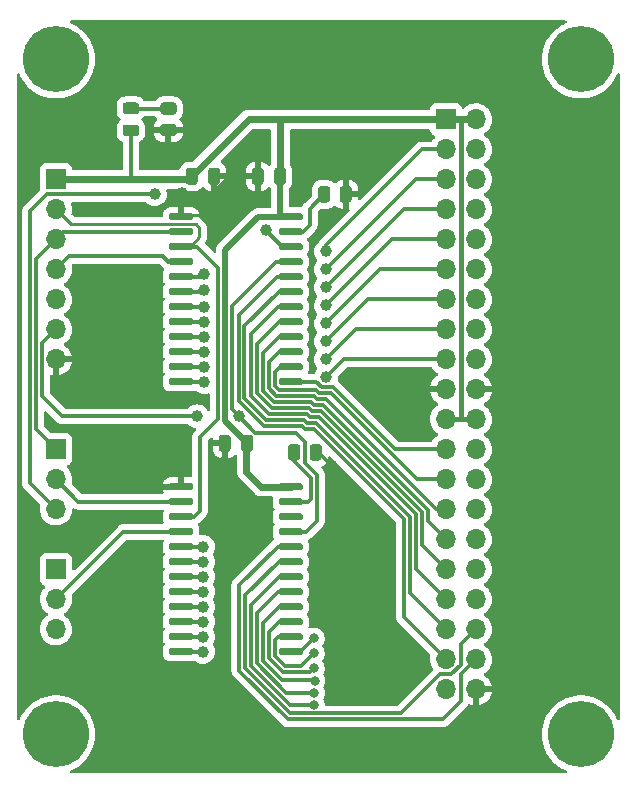
<source format=gtl>
G04 #@! TF.GenerationSoftware,KiCad,Pcbnew,6.0.6-3a73a75311~116~ubuntu22.04.1*
G04 #@! TF.CreationDate,2022-06-24T09:32:34-04:00*
G04 #@! TF.ProjectId,led_breakout,6c65645f-6272-4656-916b-6f75742e6b69,0*
G04 #@! TF.SameCoordinates,Original*
G04 #@! TF.FileFunction,Copper,L1,Top*
G04 #@! TF.FilePolarity,Positive*
%FSLAX46Y46*%
G04 Gerber Fmt 4.6, Leading zero omitted, Abs format (unit mm)*
G04 Created by KiCad (PCBNEW 6.0.6-3a73a75311~116~ubuntu22.04.1) date 2022-06-24 09:32:34*
%MOMM*%
%LPD*%
G01*
G04 APERTURE LIST*
G04 #@! TA.AperFunction,ComponentPad*
%ADD10C,5.600000*%
G04 #@! TD*
G04 #@! TA.AperFunction,ComponentPad*
%ADD11R,1.700000X1.700000*%
G04 #@! TD*
G04 #@! TA.AperFunction,ComponentPad*
%ADD12O,1.700000X1.700000*%
G04 #@! TD*
G04 #@! TA.AperFunction,ViaPad*
%ADD13C,1.000000*%
G04 #@! TD*
G04 #@! TA.AperFunction,ViaPad*
%ADD14C,0.800000*%
G04 #@! TD*
G04 #@! TA.AperFunction,Conductor*
%ADD15C,0.300000*%
G04 #@! TD*
G04 #@! TA.AperFunction,Conductor*
%ADD16C,0.400000*%
G04 #@! TD*
G04 #@! TA.AperFunction,Conductor*
%ADD17C,0.600000*%
G04 #@! TD*
G04 #@! TA.AperFunction,Conductor*
%ADD18C,0.500000*%
G04 #@! TD*
G04 #@! TA.AperFunction,Conductor*
%ADD19C,0.250000*%
G04 #@! TD*
G04 APERTURE END LIST*
G04 #@! TA.AperFunction,SMDPad,CuDef*
G36*
G01*
X148863032Y-77721979D02*
X148863032Y-78671979D01*
G75*
G02*
X148613032Y-78921979I-250000J0D01*
G01*
X148113032Y-78921979D01*
G75*
G02*
X147863032Y-78671979I0J250000D01*
G01*
X147863032Y-77721979D01*
G75*
G02*
X148113032Y-77471979I250000J0D01*
G01*
X148613032Y-77471979D01*
G75*
G02*
X148863032Y-77721979I0J-250000D01*
G01*
G37*
G04 #@! TD.AperFunction*
G04 #@! TA.AperFunction,SMDPad,CuDef*
G36*
G01*
X146963032Y-77721979D02*
X146963032Y-78671979D01*
G75*
G02*
X146713032Y-78921979I-250000J0D01*
G01*
X146213032Y-78921979D01*
G75*
G02*
X145963032Y-78671979I0J250000D01*
G01*
X145963032Y-77721979D01*
G75*
G02*
X146213032Y-77471979I250000J0D01*
G01*
X146713032Y-77471979D01*
G75*
G02*
X146963032Y-77721979I0J-250000D01*
G01*
G37*
G04 #@! TD.AperFunction*
G04 #@! TA.AperFunction,SMDPad,CuDef*
G36*
G01*
X151576032Y-80170979D02*
X151576032Y-79270979D01*
G75*
G02*
X151826032Y-79020979I250000J0D01*
G01*
X152351032Y-79020979D01*
G75*
G02*
X152601032Y-79270979I0J-250000D01*
G01*
X152601032Y-80170979D01*
G75*
G02*
X152351032Y-80420979I-250000J0D01*
G01*
X151826032Y-80420979D01*
G75*
G02*
X151576032Y-80170979I0J250000D01*
G01*
G37*
G04 #@! TD.AperFunction*
G04 #@! TA.AperFunction,SMDPad,CuDef*
G36*
G01*
X153401032Y-80170979D02*
X153401032Y-79270979D01*
G75*
G02*
X153651032Y-79020979I250000J0D01*
G01*
X154176032Y-79020979D01*
G75*
G02*
X154426032Y-79270979I0J-250000D01*
G01*
X154426032Y-80170979D01*
G75*
G02*
X154176032Y-80420979I-250000J0D01*
G01*
X153651032Y-80420979D01*
G75*
G02*
X153401032Y-80170979I0J250000D01*
G01*
G37*
G04 #@! TD.AperFunction*
D10*
X129379032Y-125440979D03*
D11*
X162399032Y-73370979D03*
D12*
X164939032Y-73370979D03*
X162399032Y-75910979D03*
X164939032Y-75910979D03*
X162399032Y-78450979D03*
X164939032Y-78450979D03*
X162399032Y-80990979D03*
X164939032Y-80990979D03*
X162399032Y-83530979D03*
X164939032Y-83530979D03*
X162399032Y-86070979D03*
X164939032Y-86070979D03*
X162399032Y-88610979D03*
X164939032Y-88610979D03*
X162399032Y-91150979D03*
X164939032Y-91150979D03*
X162399032Y-93690979D03*
X164939032Y-93690979D03*
X162399032Y-96230979D03*
X164939032Y-96230979D03*
X162399032Y-98770979D03*
X164939032Y-98770979D03*
X162399032Y-101310979D03*
X164939032Y-101310979D03*
X162399032Y-103850979D03*
X164939032Y-103850979D03*
X162399032Y-106390979D03*
X164939032Y-106390979D03*
X162399032Y-108930979D03*
X164939032Y-108930979D03*
X162399032Y-111470979D03*
X164939032Y-111470979D03*
X162399032Y-114010979D03*
X164939032Y-114010979D03*
X162399032Y-116550979D03*
X164939032Y-116550979D03*
X162399032Y-119090979D03*
X164939032Y-119090979D03*
X162399032Y-121630979D03*
X164939032Y-121630979D03*
D10*
X173829032Y-68290979D03*
D11*
X129379032Y-78450979D03*
D12*
X129379032Y-80990979D03*
X129379032Y-83530979D03*
X129379032Y-86070979D03*
X129379032Y-88610979D03*
X129379032Y-91150979D03*
X129379032Y-93690979D03*
D10*
X173829032Y-125440979D03*
D11*
X129379032Y-101310979D03*
D12*
X129379032Y-103850979D03*
X129379032Y-106390979D03*
G04 #@! TA.AperFunction,SMDPad,CuDef*
G36*
G01*
X146069032Y-100327979D02*
X146069032Y-101277979D01*
G75*
G02*
X145819032Y-101527979I-250000J0D01*
G01*
X145319032Y-101527979D01*
G75*
G02*
X145069032Y-101277979I0J250000D01*
G01*
X145069032Y-100327979D01*
G75*
G02*
X145319032Y-100077979I250000J0D01*
G01*
X145819032Y-100077979D01*
G75*
G02*
X146069032Y-100327979I0J-250000D01*
G01*
G37*
G04 #@! TD.AperFunction*
G04 #@! TA.AperFunction,SMDPad,CuDef*
G36*
G01*
X144169032Y-100327979D02*
X144169032Y-101277979D01*
G75*
G02*
X143919032Y-101527979I-250000J0D01*
G01*
X143419032Y-101527979D01*
G75*
G02*
X143169032Y-101277979I0J250000D01*
G01*
X143169032Y-100327979D01*
G75*
G02*
X143419032Y-100077979I250000J0D01*
G01*
X143919032Y-100077979D01*
G75*
G02*
X144169032Y-100327979I0J-250000D01*
G01*
G37*
G04 #@! TD.AperFunction*
G04 #@! TA.AperFunction,SMDPad,CuDef*
G36*
G01*
X140375032Y-78671979D02*
X140375032Y-77721979D01*
G75*
G02*
X140625032Y-77471979I250000J0D01*
G01*
X141125032Y-77471979D01*
G75*
G02*
X141375032Y-77721979I0J-250000D01*
G01*
X141375032Y-78671979D01*
G75*
G02*
X141125032Y-78921979I-250000J0D01*
G01*
X140625032Y-78921979D01*
G75*
G02*
X140375032Y-78671979I0J250000D01*
G01*
G37*
G04 #@! TD.AperFunction*
G04 #@! TA.AperFunction,SMDPad,CuDef*
G36*
G01*
X142275032Y-78671979D02*
X142275032Y-77721979D01*
G75*
G02*
X142525032Y-77471979I250000J0D01*
G01*
X143025032Y-77471979D01*
G75*
G02*
X143275032Y-77721979I0J-250000D01*
G01*
X143275032Y-78671979D01*
G75*
G02*
X143025032Y-78921979I-250000J0D01*
G01*
X142525032Y-78921979D01*
G75*
G02*
X142275032Y-78671979I0J250000D01*
G01*
G37*
G04 #@! TD.AperFunction*
G04 #@! TA.AperFunction,SMDPad,CuDef*
G36*
G01*
X138944032Y-81775979D02*
X138944032Y-81475979D01*
G75*
G02*
X139094032Y-81325979I150000J0D01*
G01*
X140844032Y-81325979D01*
G75*
G02*
X140994032Y-81475979I0J-150000D01*
G01*
X140994032Y-81775979D01*
G75*
G02*
X140844032Y-81925979I-150000J0D01*
G01*
X139094032Y-81925979D01*
G75*
G02*
X138944032Y-81775979I0J150000D01*
G01*
G37*
G04 #@! TD.AperFunction*
G04 #@! TA.AperFunction,SMDPad,CuDef*
G36*
G01*
X138944032Y-83045979D02*
X138944032Y-82745979D01*
G75*
G02*
X139094032Y-82595979I150000J0D01*
G01*
X140844032Y-82595979D01*
G75*
G02*
X140994032Y-82745979I0J-150000D01*
G01*
X140994032Y-83045979D01*
G75*
G02*
X140844032Y-83195979I-150000J0D01*
G01*
X139094032Y-83195979D01*
G75*
G02*
X138944032Y-83045979I0J150000D01*
G01*
G37*
G04 #@! TD.AperFunction*
G04 #@! TA.AperFunction,SMDPad,CuDef*
G36*
G01*
X138944032Y-84315979D02*
X138944032Y-84015979D01*
G75*
G02*
X139094032Y-83865979I150000J0D01*
G01*
X140844032Y-83865979D01*
G75*
G02*
X140994032Y-84015979I0J-150000D01*
G01*
X140994032Y-84315979D01*
G75*
G02*
X140844032Y-84465979I-150000J0D01*
G01*
X139094032Y-84465979D01*
G75*
G02*
X138944032Y-84315979I0J150000D01*
G01*
G37*
G04 #@! TD.AperFunction*
G04 #@! TA.AperFunction,SMDPad,CuDef*
G36*
G01*
X138944032Y-85585979D02*
X138944032Y-85285979D01*
G75*
G02*
X139094032Y-85135979I150000J0D01*
G01*
X140844032Y-85135979D01*
G75*
G02*
X140994032Y-85285979I0J-150000D01*
G01*
X140994032Y-85585979D01*
G75*
G02*
X140844032Y-85735979I-150000J0D01*
G01*
X139094032Y-85735979D01*
G75*
G02*
X138944032Y-85585979I0J150000D01*
G01*
G37*
G04 #@! TD.AperFunction*
G04 #@! TA.AperFunction,SMDPad,CuDef*
G36*
G01*
X138944032Y-86855979D02*
X138944032Y-86555979D01*
G75*
G02*
X139094032Y-86405979I150000J0D01*
G01*
X140844032Y-86405979D01*
G75*
G02*
X140994032Y-86555979I0J-150000D01*
G01*
X140994032Y-86855979D01*
G75*
G02*
X140844032Y-87005979I-150000J0D01*
G01*
X139094032Y-87005979D01*
G75*
G02*
X138944032Y-86855979I0J150000D01*
G01*
G37*
G04 #@! TD.AperFunction*
G04 #@! TA.AperFunction,SMDPad,CuDef*
G36*
G01*
X138944032Y-88125979D02*
X138944032Y-87825979D01*
G75*
G02*
X139094032Y-87675979I150000J0D01*
G01*
X140844032Y-87675979D01*
G75*
G02*
X140994032Y-87825979I0J-150000D01*
G01*
X140994032Y-88125979D01*
G75*
G02*
X140844032Y-88275979I-150000J0D01*
G01*
X139094032Y-88275979D01*
G75*
G02*
X138944032Y-88125979I0J150000D01*
G01*
G37*
G04 #@! TD.AperFunction*
G04 #@! TA.AperFunction,SMDPad,CuDef*
G36*
G01*
X138944032Y-89395979D02*
X138944032Y-89095979D01*
G75*
G02*
X139094032Y-88945979I150000J0D01*
G01*
X140844032Y-88945979D01*
G75*
G02*
X140994032Y-89095979I0J-150000D01*
G01*
X140994032Y-89395979D01*
G75*
G02*
X140844032Y-89545979I-150000J0D01*
G01*
X139094032Y-89545979D01*
G75*
G02*
X138944032Y-89395979I0J150000D01*
G01*
G37*
G04 #@! TD.AperFunction*
G04 #@! TA.AperFunction,SMDPad,CuDef*
G36*
G01*
X138944032Y-90665979D02*
X138944032Y-90365979D01*
G75*
G02*
X139094032Y-90215979I150000J0D01*
G01*
X140844032Y-90215979D01*
G75*
G02*
X140994032Y-90365979I0J-150000D01*
G01*
X140994032Y-90665979D01*
G75*
G02*
X140844032Y-90815979I-150000J0D01*
G01*
X139094032Y-90815979D01*
G75*
G02*
X138944032Y-90665979I0J150000D01*
G01*
G37*
G04 #@! TD.AperFunction*
G04 #@! TA.AperFunction,SMDPad,CuDef*
G36*
G01*
X138944032Y-91935979D02*
X138944032Y-91635979D01*
G75*
G02*
X139094032Y-91485979I150000J0D01*
G01*
X140844032Y-91485979D01*
G75*
G02*
X140994032Y-91635979I0J-150000D01*
G01*
X140994032Y-91935979D01*
G75*
G02*
X140844032Y-92085979I-150000J0D01*
G01*
X139094032Y-92085979D01*
G75*
G02*
X138944032Y-91935979I0J150000D01*
G01*
G37*
G04 #@! TD.AperFunction*
G04 #@! TA.AperFunction,SMDPad,CuDef*
G36*
G01*
X138944032Y-93205979D02*
X138944032Y-92905979D01*
G75*
G02*
X139094032Y-92755979I150000J0D01*
G01*
X140844032Y-92755979D01*
G75*
G02*
X140994032Y-92905979I0J-150000D01*
G01*
X140994032Y-93205979D01*
G75*
G02*
X140844032Y-93355979I-150000J0D01*
G01*
X139094032Y-93355979D01*
G75*
G02*
X138944032Y-93205979I0J150000D01*
G01*
G37*
G04 #@! TD.AperFunction*
G04 #@! TA.AperFunction,SMDPad,CuDef*
G36*
G01*
X138944032Y-94475979D02*
X138944032Y-94175979D01*
G75*
G02*
X139094032Y-94025979I150000J0D01*
G01*
X140844032Y-94025979D01*
G75*
G02*
X140994032Y-94175979I0J-150000D01*
G01*
X140994032Y-94475979D01*
G75*
G02*
X140844032Y-94625979I-150000J0D01*
G01*
X139094032Y-94625979D01*
G75*
G02*
X138944032Y-94475979I0J150000D01*
G01*
G37*
G04 #@! TD.AperFunction*
G04 #@! TA.AperFunction,SMDPad,CuDef*
G36*
G01*
X138944032Y-95745979D02*
X138944032Y-95445979D01*
G75*
G02*
X139094032Y-95295979I150000J0D01*
G01*
X140844032Y-95295979D01*
G75*
G02*
X140994032Y-95445979I0J-150000D01*
G01*
X140994032Y-95745979D01*
G75*
G02*
X140844032Y-95895979I-150000J0D01*
G01*
X139094032Y-95895979D01*
G75*
G02*
X138944032Y-95745979I0J150000D01*
G01*
G37*
G04 #@! TD.AperFunction*
G04 #@! TA.AperFunction,SMDPad,CuDef*
G36*
G01*
X148244032Y-95745979D02*
X148244032Y-95445979D01*
G75*
G02*
X148394032Y-95295979I150000J0D01*
G01*
X150144032Y-95295979D01*
G75*
G02*
X150294032Y-95445979I0J-150000D01*
G01*
X150294032Y-95745979D01*
G75*
G02*
X150144032Y-95895979I-150000J0D01*
G01*
X148394032Y-95895979D01*
G75*
G02*
X148244032Y-95745979I0J150000D01*
G01*
G37*
G04 #@! TD.AperFunction*
G04 #@! TA.AperFunction,SMDPad,CuDef*
G36*
G01*
X148244032Y-94475979D02*
X148244032Y-94175979D01*
G75*
G02*
X148394032Y-94025979I150000J0D01*
G01*
X150144032Y-94025979D01*
G75*
G02*
X150294032Y-94175979I0J-150000D01*
G01*
X150294032Y-94475979D01*
G75*
G02*
X150144032Y-94625979I-150000J0D01*
G01*
X148394032Y-94625979D01*
G75*
G02*
X148244032Y-94475979I0J150000D01*
G01*
G37*
G04 #@! TD.AperFunction*
G04 #@! TA.AperFunction,SMDPad,CuDef*
G36*
G01*
X148244032Y-93205979D02*
X148244032Y-92905979D01*
G75*
G02*
X148394032Y-92755979I150000J0D01*
G01*
X150144032Y-92755979D01*
G75*
G02*
X150294032Y-92905979I0J-150000D01*
G01*
X150294032Y-93205979D01*
G75*
G02*
X150144032Y-93355979I-150000J0D01*
G01*
X148394032Y-93355979D01*
G75*
G02*
X148244032Y-93205979I0J150000D01*
G01*
G37*
G04 #@! TD.AperFunction*
G04 #@! TA.AperFunction,SMDPad,CuDef*
G36*
G01*
X148244032Y-91935979D02*
X148244032Y-91635979D01*
G75*
G02*
X148394032Y-91485979I150000J0D01*
G01*
X150144032Y-91485979D01*
G75*
G02*
X150294032Y-91635979I0J-150000D01*
G01*
X150294032Y-91935979D01*
G75*
G02*
X150144032Y-92085979I-150000J0D01*
G01*
X148394032Y-92085979D01*
G75*
G02*
X148244032Y-91935979I0J150000D01*
G01*
G37*
G04 #@! TD.AperFunction*
G04 #@! TA.AperFunction,SMDPad,CuDef*
G36*
G01*
X148244032Y-90665979D02*
X148244032Y-90365979D01*
G75*
G02*
X148394032Y-90215979I150000J0D01*
G01*
X150144032Y-90215979D01*
G75*
G02*
X150294032Y-90365979I0J-150000D01*
G01*
X150294032Y-90665979D01*
G75*
G02*
X150144032Y-90815979I-150000J0D01*
G01*
X148394032Y-90815979D01*
G75*
G02*
X148244032Y-90665979I0J150000D01*
G01*
G37*
G04 #@! TD.AperFunction*
G04 #@! TA.AperFunction,SMDPad,CuDef*
G36*
G01*
X148244032Y-89395979D02*
X148244032Y-89095979D01*
G75*
G02*
X148394032Y-88945979I150000J0D01*
G01*
X150144032Y-88945979D01*
G75*
G02*
X150294032Y-89095979I0J-150000D01*
G01*
X150294032Y-89395979D01*
G75*
G02*
X150144032Y-89545979I-150000J0D01*
G01*
X148394032Y-89545979D01*
G75*
G02*
X148244032Y-89395979I0J150000D01*
G01*
G37*
G04 #@! TD.AperFunction*
G04 #@! TA.AperFunction,SMDPad,CuDef*
G36*
G01*
X148244032Y-88125979D02*
X148244032Y-87825979D01*
G75*
G02*
X148394032Y-87675979I150000J0D01*
G01*
X150144032Y-87675979D01*
G75*
G02*
X150294032Y-87825979I0J-150000D01*
G01*
X150294032Y-88125979D01*
G75*
G02*
X150144032Y-88275979I-150000J0D01*
G01*
X148394032Y-88275979D01*
G75*
G02*
X148244032Y-88125979I0J150000D01*
G01*
G37*
G04 #@! TD.AperFunction*
G04 #@! TA.AperFunction,SMDPad,CuDef*
G36*
G01*
X148244032Y-86855979D02*
X148244032Y-86555979D01*
G75*
G02*
X148394032Y-86405979I150000J0D01*
G01*
X150144032Y-86405979D01*
G75*
G02*
X150294032Y-86555979I0J-150000D01*
G01*
X150294032Y-86855979D01*
G75*
G02*
X150144032Y-87005979I-150000J0D01*
G01*
X148394032Y-87005979D01*
G75*
G02*
X148244032Y-86855979I0J150000D01*
G01*
G37*
G04 #@! TD.AperFunction*
G04 #@! TA.AperFunction,SMDPad,CuDef*
G36*
G01*
X148244032Y-85585979D02*
X148244032Y-85285979D01*
G75*
G02*
X148394032Y-85135979I150000J0D01*
G01*
X150144032Y-85135979D01*
G75*
G02*
X150294032Y-85285979I0J-150000D01*
G01*
X150294032Y-85585979D01*
G75*
G02*
X150144032Y-85735979I-150000J0D01*
G01*
X148394032Y-85735979D01*
G75*
G02*
X148244032Y-85585979I0J150000D01*
G01*
G37*
G04 #@! TD.AperFunction*
G04 #@! TA.AperFunction,SMDPad,CuDef*
G36*
G01*
X148244032Y-84315979D02*
X148244032Y-84015979D01*
G75*
G02*
X148394032Y-83865979I150000J0D01*
G01*
X150144032Y-83865979D01*
G75*
G02*
X150294032Y-84015979I0J-150000D01*
G01*
X150294032Y-84315979D01*
G75*
G02*
X150144032Y-84465979I-150000J0D01*
G01*
X148394032Y-84465979D01*
G75*
G02*
X148244032Y-84315979I0J150000D01*
G01*
G37*
G04 #@! TD.AperFunction*
G04 #@! TA.AperFunction,SMDPad,CuDef*
G36*
G01*
X148244032Y-83045979D02*
X148244032Y-82745979D01*
G75*
G02*
X148394032Y-82595979I150000J0D01*
G01*
X150144032Y-82595979D01*
G75*
G02*
X150294032Y-82745979I0J-150000D01*
G01*
X150294032Y-83045979D01*
G75*
G02*
X150144032Y-83195979I-150000J0D01*
G01*
X148394032Y-83195979D01*
G75*
G02*
X148244032Y-83045979I0J150000D01*
G01*
G37*
G04 #@! TD.AperFunction*
G04 #@! TA.AperFunction,SMDPad,CuDef*
G36*
G01*
X148244032Y-81775979D02*
X148244032Y-81475979D01*
G75*
G02*
X148394032Y-81325979I150000J0D01*
G01*
X150144032Y-81325979D01*
G75*
G02*
X150294032Y-81475979I0J-150000D01*
G01*
X150294032Y-81775979D01*
G75*
G02*
X150144032Y-81925979I-150000J0D01*
G01*
X148394032Y-81925979D01*
G75*
G02*
X148244032Y-81775979I0J150000D01*
G01*
G37*
G04 #@! TD.AperFunction*
G04 #@! TA.AperFunction,SMDPad,CuDef*
G36*
G01*
X138944032Y-104635979D02*
X138944032Y-104335979D01*
G75*
G02*
X139094032Y-104185979I150000J0D01*
G01*
X140844032Y-104185979D01*
G75*
G02*
X140994032Y-104335979I0J-150000D01*
G01*
X140994032Y-104635979D01*
G75*
G02*
X140844032Y-104785979I-150000J0D01*
G01*
X139094032Y-104785979D01*
G75*
G02*
X138944032Y-104635979I0J150000D01*
G01*
G37*
G04 #@! TD.AperFunction*
G04 #@! TA.AperFunction,SMDPad,CuDef*
G36*
G01*
X138944032Y-105905979D02*
X138944032Y-105605979D01*
G75*
G02*
X139094032Y-105455979I150000J0D01*
G01*
X140844032Y-105455979D01*
G75*
G02*
X140994032Y-105605979I0J-150000D01*
G01*
X140994032Y-105905979D01*
G75*
G02*
X140844032Y-106055979I-150000J0D01*
G01*
X139094032Y-106055979D01*
G75*
G02*
X138944032Y-105905979I0J150000D01*
G01*
G37*
G04 #@! TD.AperFunction*
G04 #@! TA.AperFunction,SMDPad,CuDef*
G36*
G01*
X138944032Y-107175979D02*
X138944032Y-106875979D01*
G75*
G02*
X139094032Y-106725979I150000J0D01*
G01*
X140844032Y-106725979D01*
G75*
G02*
X140994032Y-106875979I0J-150000D01*
G01*
X140994032Y-107175979D01*
G75*
G02*
X140844032Y-107325979I-150000J0D01*
G01*
X139094032Y-107325979D01*
G75*
G02*
X138944032Y-107175979I0J150000D01*
G01*
G37*
G04 #@! TD.AperFunction*
G04 #@! TA.AperFunction,SMDPad,CuDef*
G36*
G01*
X138944032Y-108445979D02*
X138944032Y-108145979D01*
G75*
G02*
X139094032Y-107995979I150000J0D01*
G01*
X140844032Y-107995979D01*
G75*
G02*
X140994032Y-108145979I0J-150000D01*
G01*
X140994032Y-108445979D01*
G75*
G02*
X140844032Y-108595979I-150000J0D01*
G01*
X139094032Y-108595979D01*
G75*
G02*
X138944032Y-108445979I0J150000D01*
G01*
G37*
G04 #@! TD.AperFunction*
G04 #@! TA.AperFunction,SMDPad,CuDef*
G36*
G01*
X138944032Y-109715979D02*
X138944032Y-109415979D01*
G75*
G02*
X139094032Y-109265979I150000J0D01*
G01*
X140844032Y-109265979D01*
G75*
G02*
X140994032Y-109415979I0J-150000D01*
G01*
X140994032Y-109715979D01*
G75*
G02*
X140844032Y-109865979I-150000J0D01*
G01*
X139094032Y-109865979D01*
G75*
G02*
X138944032Y-109715979I0J150000D01*
G01*
G37*
G04 #@! TD.AperFunction*
G04 #@! TA.AperFunction,SMDPad,CuDef*
G36*
G01*
X138944032Y-110985979D02*
X138944032Y-110685979D01*
G75*
G02*
X139094032Y-110535979I150000J0D01*
G01*
X140844032Y-110535979D01*
G75*
G02*
X140994032Y-110685979I0J-150000D01*
G01*
X140994032Y-110985979D01*
G75*
G02*
X140844032Y-111135979I-150000J0D01*
G01*
X139094032Y-111135979D01*
G75*
G02*
X138944032Y-110985979I0J150000D01*
G01*
G37*
G04 #@! TD.AperFunction*
G04 #@! TA.AperFunction,SMDPad,CuDef*
G36*
G01*
X138944032Y-112255979D02*
X138944032Y-111955979D01*
G75*
G02*
X139094032Y-111805979I150000J0D01*
G01*
X140844032Y-111805979D01*
G75*
G02*
X140994032Y-111955979I0J-150000D01*
G01*
X140994032Y-112255979D01*
G75*
G02*
X140844032Y-112405979I-150000J0D01*
G01*
X139094032Y-112405979D01*
G75*
G02*
X138944032Y-112255979I0J150000D01*
G01*
G37*
G04 #@! TD.AperFunction*
G04 #@! TA.AperFunction,SMDPad,CuDef*
G36*
G01*
X138944032Y-113525979D02*
X138944032Y-113225979D01*
G75*
G02*
X139094032Y-113075979I150000J0D01*
G01*
X140844032Y-113075979D01*
G75*
G02*
X140994032Y-113225979I0J-150000D01*
G01*
X140994032Y-113525979D01*
G75*
G02*
X140844032Y-113675979I-150000J0D01*
G01*
X139094032Y-113675979D01*
G75*
G02*
X138944032Y-113525979I0J150000D01*
G01*
G37*
G04 #@! TD.AperFunction*
G04 #@! TA.AperFunction,SMDPad,CuDef*
G36*
G01*
X138944032Y-114795979D02*
X138944032Y-114495979D01*
G75*
G02*
X139094032Y-114345979I150000J0D01*
G01*
X140844032Y-114345979D01*
G75*
G02*
X140994032Y-114495979I0J-150000D01*
G01*
X140994032Y-114795979D01*
G75*
G02*
X140844032Y-114945979I-150000J0D01*
G01*
X139094032Y-114945979D01*
G75*
G02*
X138944032Y-114795979I0J150000D01*
G01*
G37*
G04 #@! TD.AperFunction*
G04 #@! TA.AperFunction,SMDPad,CuDef*
G36*
G01*
X138944032Y-116065979D02*
X138944032Y-115765979D01*
G75*
G02*
X139094032Y-115615979I150000J0D01*
G01*
X140844032Y-115615979D01*
G75*
G02*
X140994032Y-115765979I0J-150000D01*
G01*
X140994032Y-116065979D01*
G75*
G02*
X140844032Y-116215979I-150000J0D01*
G01*
X139094032Y-116215979D01*
G75*
G02*
X138944032Y-116065979I0J150000D01*
G01*
G37*
G04 #@! TD.AperFunction*
G04 #@! TA.AperFunction,SMDPad,CuDef*
G36*
G01*
X138944032Y-117335979D02*
X138944032Y-117035979D01*
G75*
G02*
X139094032Y-116885979I150000J0D01*
G01*
X140844032Y-116885979D01*
G75*
G02*
X140994032Y-117035979I0J-150000D01*
G01*
X140994032Y-117335979D01*
G75*
G02*
X140844032Y-117485979I-150000J0D01*
G01*
X139094032Y-117485979D01*
G75*
G02*
X138944032Y-117335979I0J150000D01*
G01*
G37*
G04 #@! TD.AperFunction*
G04 #@! TA.AperFunction,SMDPad,CuDef*
G36*
G01*
X138944032Y-118605979D02*
X138944032Y-118305979D01*
G75*
G02*
X139094032Y-118155979I150000J0D01*
G01*
X140844032Y-118155979D01*
G75*
G02*
X140994032Y-118305979I0J-150000D01*
G01*
X140994032Y-118605979D01*
G75*
G02*
X140844032Y-118755979I-150000J0D01*
G01*
X139094032Y-118755979D01*
G75*
G02*
X138944032Y-118605979I0J150000D01*
G01*
G37*
G04 #@! TD.AperFunction*
G04 #@! TA.AperFunction,SMDPad,CuDef*
G36*
G01*
X148244032Y-118605979D02*
X148244032Y-118305979D01*
G75*
G02*
X148394032Y-118155979I150000J0D01*
G01*
X150144032Y-118155979D01*
G75*
G02*
X150294032Y-118305979I0J-150000D01*
G01*
X150294032Y-118605979D01*
G75*
G02*
X150144032Y-118755979I-150000J0D01*
G01*
X148394032Y-118755979D01*
G75*
G02*
X148244032Y-118605979I0J150000D01*
G01*
G37*
G04 #@! TD.AperFunction*
G04 #@! TA.AperFunction,SMDPad,CuDef*
G36*
G01*
X148244032Y-117335979D02*
X148244032Y-117035979D01*
G75*
G02*
X148394032Y-116885979I150000J0D01*
G01*
X150144032Y-116885979D01*
G75*
G02*
X150294032Y-117035979I0J-150000D01*
G01*
X150294032Y-117335979D01*
G75*
G02*
X150144032Y-117485979I-150000J0D01*
G01*
X148394032Y-117485979D01*
G75*
G02*
X148244032Y-117335979I0J150000D01*
G01*
G37*
G04 #@! TD.AperFunction*
G04 #@! TA.AperFunction,SMDPad,CuDef*
G36*
G01*
X148244032Y-116065979D02*
X148244032Y-115765979D01*
G75*
G02*
X148394032Y-115615979I150000J0D01*
G01*
X150144032Y-115615979D01*
G75*
G02*
X150294032Y-115765979I0J-150000D01*
G01*
X150294032Y-116065979D01*
G75*
G02*
X150144032Y-116215979I-150000J0D01*
G01*
X148394032Y-116215979D01*
G75*
G02*
X148244032Y-116065979I0J150000D01*
G01*
G37*
G04 #@! TD.AperFunction*
G04 #@! TA.AperFunction,SMDPad,CuDef*
G36*
G01*
X148244032Y-114795979D02*
X148244032Y-114495979D01*
G75*
G02*
X148394032Y-114345979I150000J0D01*
G01*
X150144032Y-114345979D01*
G75*
G02*
X150294032Y-114495979I0J-150000D01*
G01*
X150294032Y-114795979D01*
G75*
G02*
X150144032Y-114945979I-150000J0D01*
G01*
X148394032Y-114945979D01*
G75*
G02*
X148244032Y-114795979I0J150000D01*
G01*
G37*
G04 #@! TD.AperFunction*
G04 #@! TA.AperFunction,SMDPad,CuDef*
G36*
G01*
X148244032Y-113525979D02*
X148244032Y-113225979D01*
G75*
G02*
X148394032Y-113075979I150000J0D01*
G01*
X150144032Y-113075979D01*
G75*
G02*
X150294032Y-113225979I0J-150000D01*
G01*
X150294032Y-113525979D01*
G75*
G02*
X150144032Y-113675979I-150000J0D01*
G01*
X148394032Y-113675979D01*
G75*
G02*
X148244032Y-113525979I0J150000D01*
G01*
G37*
G04 #@! TD.AperFunction*
G04 #@! TA.AperFunction,SMDPad,CuDef*
G36*
G01*
X148244032Y-112255979D02*
X148244032Y-111955979D01*
G75*
G02*
X148394032Y-111805979I150000J0D01*
G01*
X150144032Y-111805979D01*
G75*
G02*
X150294032Y-111955979I0J-150000D01*
G01*
X150294032Y-112255979D01*
G75*
G02*
X150144032Y-112405979I-150000J0D01*
G01*
X148394032Y-112405979D01*
G75*
G02*
X148244032Y-112255979I0J150000D01*
G01*
G37*
G04 #@! TD.AperFunction*
G04 #@! TA.AperFunction,SMDPad,CuDef*
G36*
G01*
X148244032Y-110985979D02*
X148244032Y-110685979D01*
G75*
G02*
X148394032Y-110535979I150000J0D01*
G01*
X150144032Y-110535979D01*
G75*
G02*
X150294032Y-110685979I0J-150000D01*
G01*
X150294032Y-110985979D01*
G75*
G02*
X150144032Y-111135979I-150000J0D01*
G01*
X148394032Y-111135979D01*
G75*
G02*
X148244032Y-110985979I0J150000D01*
G01*
G37*
G04 #@! TD.AperFunction*
G04 #@! TA.AperFunction,SMDPad,CuDef*
G36*
G01*
X148244032Y-109715979D02*
X148244032Y-109415979D01*
G75*
G02*
X148394032Y-109265979I150000J0D01*
G01*
X150144032Y-109265979D01*
G75*
G02*
X150294032Y-109415979I0J-150000D01*
G01*
X150294032Y-109715979D01*
G75*
G02*
X150144032Y-109865979I-150000J0D01*
G01*
X148394032Y-109865979D01*
G75*
G02*
X148244032Y-109715979I0J150000D01*
G01*
G37*
G04 #@! TD.AperFunction*
G04 #@! TA.AperFunction,SMDPad,CuDef*
G36*
G01*
X148244032Y-108445979D02*
X148244032Y-108145979D01*
G75*
G02*
X148394032Y-107995979I150000J0D01*
G01*
X150144032Y-107995979D01*
G75*
G02*
X150294032Y-108145979I0J-150000D01*
G01*
X150294032Y-108445979D01*
G75*
G02*
X150144032Y-108595979I-150000J0D01*
G01*
X148394032Y-108595979D01*
G75*
G02*
X148244032Y-108445979I0J150000D01*
G01*
G37*
G04 #@! TD.AperFunction*
G04 #@! TA.AperFunction,SMDPad,CuDef*
G36*
G01*
X148244032Y-107175979D02*
X148244032Y-106875979D01*
G75*
G02*
X148394032Y-106725979I150000J0D01*
G01*
X150144032Y-106725979D01*
G75*
G02*
X150294032Y-106875979I0J-150000D01*
G01*
X150294032Y-107175979D01*
G75*
G02*
X150144032Y-107325979I-150000J0D01*
G01*
X148394032Y-107325979D01*
G75*
G02*
X148244032Y-107175979I0J150000D01*
G01*
G37*
G04 #@! TD.AperFunction*
G04 #@! TA.AperFunction,SMDPad,CuDef*
G36*
G01*
X148244032Y-105905979D02*
X148244032Y-105605979D01*
G75*
G02*
X148394032Y-105455979I150000J0D01*
G01*
X150144032Y-105455979D01*
G75*
G02*
X150294032Y-105605979I0J-150000D01*
G01*
X150294032Y-105905979D01*
G75*
G02*
X150144032Y-106055979I-150000J0D01*
G01*
X148394032Y-106055979D01*
G75*
G02*
X148244032Y-105905979I0J150000D01*
G01*
G37*
G04 #@! TD.AperFunction*
G04 #@! TA.AperFunction,SMDPad,CuDef*
G36*
G01*
X148244032Y-104635979D02*
X148244032Y-104335979D01*
G75*
G02*
X148394032Y-104185979I150000J0D01*
G01*
X150144032Y-104185979D01*
G75*
G02*
X150294032Y-104335979I0J-150000D01*
G01*
X150294032Y-104635979D01*
G75*
G02*
X150144032Y-104785979I-150000J0D01*
G01*
X148394032Y-104785979D01*
G75*
G02*
X148244032Y-104635979I0J150000D01*
G01*
G37*
G04 #@! TD.AperFunction*
G04 #@! TA.AperFunction,SMDPad,CuDef*
G36*
G01*
X138454032Y-71945979D02*
X139354032Y-71945979D01*
G75*
G02*
X139604032Y-72195979I0J-250000D01*
G01*
X139604032Y-72720979D01*
G75*
G02*
X139354032Y-72970979I-250000J0D01*
G01*
X138454032Y-72970979D01*
G75*
G02*
X138204032Y-72720979I0J250000D01*
G01*
X138204032Y-72195979D01*
G75*
G02*
X138454032Y-71945979I250000J0D01*
G01*
G37*
G04 #@! TD.AperFunction*
G04 #@! TA.AperFunction,SMDPad,CuDef*
G36*
G01*
X138454032Y-73770979D02*
X139354032Y-73770979D01*
G75*
G02*
X139604032Y-74020979I0J-250000D01*
G01*
X139604032Y-74545979D01*
G75*
G02*
X139354032Y-74795979I-250000J0D01*
G01*
X138454032Y-74795979D01*
G75*
G02*
X138204032Y-74545979I0J250000D01*
G01*
X138204032Y-74020979D01*
G75*
G02*
X138454032Y-73770979I250000J0D01*
G01*
G37*
G04 #@! TD.AperFunction*
G04 #@! TA.AperFunction,SMDPad,CuDef*
G36*
G01*
X135272782Y-71945979D02*
X136185282Y-71945979D01*
G75*
G02*
X136429032Y-72189729I0J-243750D01*
G01*
X136429032Y-72677229D01*
G75*
G02*
X136185282Y-72920979I-243750J0D01*
G01*
X135272782Y-72920979D01*
G75*
G02*
X135029032Y-72677229I0J243750D01*
G01*
X135029032Y-72189729D01*
G75*
G02*
X135272782Y-71945979I243750J0D01*
G01*
G37*
G04 #@! TD.AperFunction*
G04 #@! TA.AperFunction,SMDPad,CuDef*
G36*
G01*
X135272782Y-73820979D02*
X136185282Y-73820979D01*
G75*
G02*
X136429032Y-74064729I0J-243750D01*
G01*
X136429032Y-74552229D01*
G75*
G02*
X136185282Y-74795979I-243750J0D01*
G01*
X135272782Y-74795979D01*
G75*
G02*
X135029032Y-74552229I0J243750D01*
G01*
X135029032Y-74064729D01*
G75*
G02*
X135272782Y-73820979I243750J0D01*
G01*
G37*
G04 #@! TD.AperFunction*
G04 #@! TA.AperFunction,SMDPad,CuDef*
G36*
G01*
X149036032Y-102014979D02*
X149036032Y-101114979D01*
G75*
G02*
X149286032Y-100864979I250000J0D01*
G01*
X149811032Y-100864979D01*
G75*
G02*
X150061032Y-101114979I0J-250000D01*
G01*
X150061032Y-102014979D01*
G75*
G02*
X149811032Y-102264979I-250000J0D01*
G01*
X149286032Y-102264979D01*
G75*
G02*
X149036032Y-102014979I0J250000D01*
G01*
G37*
G04 #@! TD.AperFunction*
G04 #@! TA.AperFunction,SMDPad,CuDef*
G36*
G01*
X150861032Y-102014979D02*
X150861032Y-101114979D01*
G75*
G02*
X151111032Y-100864979I250000J0D01*
G01*
X151636032Y-100864979D01*
G75*
G02*
X151886032Y-101114979I0J-250000D01*
G01*
X151886032Y-102014979D01*
G75*
G02*
X151636032Y-102264979I-250000J0D01*
G01*
X151111032Y-102264979D01*
G75*
G02*
X150861032Y-102014979I0J250000D01*
G01*
G37*
G04 #@! TD.AperFunction*
D11*
X129379032Y-111470979D03*
D12*
X129379032Y-114010979D03*
X129379032Y-116550979D03*
D10*
X129379032Y-68290979D03*
D13*
X152239032Y-84546979D03*
X141952032Y-86451979D03*
X141952032Y-87848979D03*
X152239032Y-86070979D03*
X141952032Y-89245979D03*
X152239032Y-87594979D03*
X141952032Y-90515979D03*
X152239032Y-89118979D03*
X141952032Y-91785979D03*
X152239032Y-90642979D03*
X141952032Y-93055979D03*
X152239032Y-92166979D03*
X141952032Y-94325979D03*
X152239032Y-93690979D03*
X141952032Y-95595979D03*
X152239032Y-95214979D03*
X141825032Y-109565979D03*
X141825032Y-110835979D03*
X141825032Y-112105979D03*
X141825032Y-113375979D03*
X141825032Y-114645979D03*
X141825032Y-115915979D03*
X141825032Y-117185979D03*
X141825032Y-118455979D03*
D14*
X151223032Y-117312979D03*
X151223032Y-118582979D03*
X151223032Y-119852979D03*
X151274122Y-120887587D03*
X151249394Y-121922813D03*
X151223032Y-122921968D03*
D13*
X143095032Y-102580979D03*
X137507032Y-104104979D03*
X153915432Y-77917579D03*
X140047032Y-79633479D03*
X142323594Y-80150917D03*
X140834432Y-74285379D03*
X152747032Y-102707979D03*
X141317032Y-98516979D03*
X144873032Y-98516979D03*
X147159032Y-82768979D03*
X137761032Y-79720979D03*
D15*
X160367032Y-75910979D02*
X152239032Y-84038979D01*
X162399032Y-75910979D02*
X160367032Y-75910979D01*
X152239032Y-84038979D02*
X152239032Y-84546979D01*
X139969032Y-86705979D02*
X141698032Y-86705979D01*
X141698032Y-86705979D02*
X141952032Y-86451979D01*
X139969032Y-105755979D02*
X131284032Y-105755979D01*
X131284032Y-105755979D02*
X129379032Y-103850979D01*
X135094032Y-108295979D02*
X129379032Y-114010979D01*
X139969032Y-108295979D02*
X135094032Y-108295979D01*
X139969032Y-87975979D02*
X141825032Y-87975979D01*
X162399032Y-78450979D02*
X159859032Y-78450979D01*
X141825032Y-87975979D02*
X141952032Y-87848979D01*
X159859032Y-78450979D02*
X152239032Y-86070979D01*
X139969032Y-89245979D02*
X141952032Y-89245979D01*
X158843032Y-80990979D02*
X152239032Y-87594979D01*
X162399032Y-80990979D02*
X158843032Y-80990979D01*
X162399032Y-83530979D02*
X157827032Y-83530979D01*
X157827032Y-83530979D02*
X152239032Y-89118979D01*
X139969032Y-90515979D02*
X141952032Y-90515979D01*
X162399032Y-86070979D02*
X156811032Y-86070979D01*
X139969032Y-91785979D02*
X141952032Y-91785979D01*
X156811032Y-86070979D02*
X152239032Y-90642979D01*
X162399032Y-88610979D02*
X155795032Y-88610979D01*
X155795032Y-88610979D02*
X152239032Y-92166979D01*
X139969032Y-93055979D02*
X141952032Y-93055979D01*
X162399032Y-91150979D02*
X154779032Y-91150979D01*
X154779032Y-91150979D02*
X152239032Y-93690979D01*
X139969032Y-94325979D02*
X141952032Y-94325979D01*
X153763032Y-93690979D02*
X152239032Y-95214979D01*
X162399032Y-93690979D02*
X153763032Y-93690979D01*
X139969032Y-95595979D02*
X141952032Y-95595979D01*
X152834533Y-96064480D02*
X158081032Y-101310979D01*
X151418655Y-95595979D02*
X151887156Y-96064480D01*
X149269032Y-95595979D02*
X151418655Y-95595979D01*
X158081032Y-101310979D02*
X162399032Y-101310979D01*
X151887156Y-96064480D02*
X152834533Y-96064480D01*
X147894512Y-95952886D02*
X148251617Y-96309991D01*
X151680252Y-96563991D02*
X152627628Y-96563991D01*
X159914616Y-103850979D02*
X162399032Y-103850979D01*
X152627628Y-96563991D02*
X159914616Y-103850979D01*
X151426251Y-96309991D02*
X151680252Y-96563991D01*
X148327432Y-94325979D02*
X147894512Y-94758899D01*
X149269032Y-94325979D02*
X148327432Y-94325979D01*
X147894512Y-94758899D02*
X147894512Y-95952886D01*
X148251617Y-96309991D02*
X151426251Y-96309991D01*
X149269032Y-93055979D02*
X148244021Y-93055979D01*
X148044712Y-96809502D02*
X151219347Y-96809502D01*
X148244021Y-93055979D02*
X147395001Y-93904999D01*
X151219347Y-96809502D02*
X151473346Y-97063502D01*
X147395001Y-93904999D02*
X147395001Y-96159790D01*
X161562823Y-106390979D02*
X162399032Y-106390979D01*
X152235346Y-97063502D02*
X161562823Y-106390979D01*
X147395001Y-96159790D02*
X148044712Y-96809502D01*
X151473346Y-97063502D02*
X152235346Y-97063502D01*
X147837807Y-97309012D02*
X146895490Y-96366694D01*
X151012442Y-97309013D02*
X147837807Y-97309012D01*
X151266441Y-97563013D02*
X151012442Y-97309013D01*
X146895490Y-93141721D02*
X148251232Y-91785979D01*
X160875032Y-106409604D02*
X152028441Y-97563013D01*
X152028441Y-97563013D02*
X151266441Y-97563013D01*
X148251232Y-91785979D02*
X149269032Y-91785979D01*
X162399032Y-108930979D02*
X160875032Y-107406979D01*
X160875032Y-107406979D02*
X160875032Y-106409604D01*
X146895490Y-96366694D02*
X146895490Y-93141721D01*
X146395979Y-92364021D02*
X148244021Y-90515979D01*
X160367032Y-106608020D02*
X151821536Y-98062524D01*
X160367032Y-109438979D02*
X160367032Y-106608020D01*
X146395979Y-96573598D02*
X146395979Y-92364021D01*
X150805537Y-97808524D02*
X147630902Y-97808522D01*
X147630902Y-97808522D02*
X146395979Y-96573598D01*
X151821536Y-98062524D02*
X151059536Y-98062524D01*
X148244021Y-90515979D02*
X149269032Y-90515979D01*
X162399032Y-111470979D02*
X160367032Y-109438979D01*
X151059536Y-98062524D02*
X150805537Y-97808524D01*
X145896468Y-91524543D02*
X145896468Y-96780502D01*
X151614631Y-98562035D02*
X159859032Y-106806436D01*
X145896468Y-96780502D02*
X147424001Y-98308035D01*
X159859032Y-111470979D02*
X162399032Y-114010979D01*
X147424001Y-98308035D02*
X150598632Y-98308035D01*
X148175032Y-89245979D02*
X145896468Y-91524543D01*
X150852632Y-98562035D02*
X151614631Y-98562035D01*
X150598632Y-98308035D02*
X150852632Y-98562035D01*
X159859032Y-106806436D02*
X159859032Y-111470979D01*
X149269032Y-89245979D02*
X148175032Y-89245979D01*
X145337054Y-96949001D02*
X145337054Y-90864757D01*
X150391727Y-98807546D02*
X147195599Y-98807546D01*
X147195599Y-98807546D02*
X145337054Y-96949001D01*
X145337054Y-90864757D02*
X148225832Y-87975979D01*
X150645727Y-99061546D02*
X150391727Y-98807546D01*
X151407726Y-99061546D02*
X150645727Y-99061546D01*
X148225832Y-87975979D02*
X149269032Y-87975979D01*
X159351032Y-113502979D02*
X159351032Y-107004852D01*
X162399032Y-116550979D02*
X159351032Y-113502979D01*
X159351032Y-107004852D02*
X151407726Y-99061546D01*
X144837543Y-97211490D02*
X144837543Y-89967268D01*
X144837543Y-89967268D02*
X148098832Y-86705979D01*
X151200821Y-99561057D02*
X150438822Y-99561057D01*
X150207545Y-99329779D02*
X146955832Y-99329779D01*
X146955832Y-99329779D02*
X144837543Y-97211490D01*
X148098832Y-86705979D02*
X149269032Y-86705979D01*
X162399032Y-119090979D02*
X158843032Y-115534979D01*
X158843032Y-107203268D02*
X151200821Y-99561057D01*
X158843032Y-115534979D02*
X158843032Y-107203268D01*
X150438822Y-99561057D02*
X150207545Y-99329779D01*
X139969032Y-109565979D02*
X141825032Y-109565979D01*
X139969032Y-110835979D02*
X141825032Y-110835979D01*
X139969032Y-112105979D02*
X141825032Y-112105979D01*
X139969032Y-113375979D02*
X141825032Y-113375979D01*
X139969032Y-114645979D02*
X141825032Y-114645979D01*
X139969032Y-115915979D02*
X141825032Y-115915979D01*
X139969032Y-117185979D02*
X141825032Y-117185979D01*
X139969032Y-118455979D02*
X141825032Y-118455979D01*
X150080032Y-118455979D02*
X151223032Y-117312979D01*
X149269032Y-118455979D02*
X150080032Y-118455979D01*
X150113921Y-119692090D02*
X151223032Y-118582979D01*
X149269032Y-117185979D02*
X148175032Y-117185979D01*
X147894512Y-117466499D02*
X147894512Y-118812886D01*
X147894512Y-118812886D02*
X148773716Y-119692090D01*
X148773716Y-119692090D02*
X150113921Y-119692090D01*
X148175032Y-117185979D02*
X147894512Y-117466499D01*
X147395001Y-116746810D02*
X147395001Y-119019791D01*
X149269032Y-115915979D02*
X148225832Y-115915979D01*
X150884410Y-120191601D02*
X151223032Y-119852979D01*
X148566812Y-120191601D02*
X150884410Y-120191601D01*
X147395001Y-119019791D02*
X148566812Y-120191601D01*
X148225832Y-115915979D02*
X147395001Y-116746810D01*
X149269032Y-114645979D02*
X148251232Y-114645979D01*
X146895491Y-116001720D02*
X146895491Y-119226696D01*
X146895491Y-119226696D02*
X148537774Y-120868979D01*
X151255514Y-120868979D02*
X151274122Y-120887587D01*
X148251232Y-114645979D02*
X146895491Y-116001720D01*
X148537774Y-120868979D02*
X151255514Y-120868979D01*
X146395981Y-119433601D02*
X148885193Y-121922813D01*
X149269032Y-113375979D02*
X148200432Y-113375979D01*
X148200432Y-113375979D02*
X146395981Y-115180430D01*
X148885193Y-121922813D02*
X151249394Y-121922813D01*
X146395981Y-115180430D02*
X146395981Y-119433601D01*
X145896471Y-119640506D02*
X149177933Y-122921968D01*
X149269032Y-112105979D02*
X148251232Y-112105979D01*
X149177933Y-122921968D02*
X151223032Y-122921968D01*
X148251232Y-112105979D02*
X145896471Y-114460740D01*
X145896471Y-114460740D02*
X145896471Y-119640506D01*
X162866215Y-120360979D02*
X163669032Y-119558162D01*
X161891032Y-120360979D02*
X162866215Y-120360979D01*
X145396960Y-119847408D02*
X149221020Y-123671468D01*
X158580543Y-123671468D02*
X161891032Y-120360979D01*
X145396960Y-113664851D02*
X145396960Y-119847408D01*
X149221020Y-123671468D02*
X158580543Y-123671468D01*
X163669032Y-117820979D02*
X164939032Y-116550979D01*
X149269032Y-110835979D02*
X148225832Y-110835979D01*
X163669032Y-119558162D02*
X163669032Y-117820979D01*
X148225832Y-110835979D02*
X145396960Y-113664851D01*
D16*
X162399032Y-98770979D02*
X163669032Y-98770979D01*
X163669032Y-98770979D02*
X163669032Y-73624979D01*
D17*
X148363032Y-73370979D02*
X148363032Y-78196979D01*
D18*
X149269032Y-81625979D02*
X146524032Y-81625979D01*
D16*
X163669032Y-98770979D02*
X164939032Y-98770979D01*
D17*
X145508032Y-100863979D02*
X145569032Y-100802979D01*
X145701032Y-73370979D02*
X163415032Y-73370979D01*
X140621032Y-78450979D02*
X140875032Y-78196979D01*
X149269032Y-104485979D02*
X146778032Y-104485979D01*
X146778032Y-104485979D02*
X145508032Y-103215979D01*
X163415032Y-73370979D02*
X164939032Y-73370979D01*
D16*
X163669032Y-73624979D02*
X163415032Y-73370979D01*
D18*
X148363032Y-81625979D02*
X148363032Y-78196979D01*
D15*
X135729032Y-74308479D02*
X135729032Y-78450979D01*
D17*
X129379032Y-78450979D02*
X135729032Y-78450979D01*
D18*
X146524032Y-81625979D02*
X143694543Y-84455468D01*
D17*
X140875032Y-78196979D02*
X145701032Y-73370979D01*
X145508032Y-103215979D02*
X145508032Y-100863979D01*
D18*
X143694543Y-98928490D02*
X145569032Y-100802979D01*
X143694543Y-84455468D02*
X143694543Y-98928490D01*
D17*
X135729032Y-78450979D02*
X140621032Y-78450979D01*
D15*
X163669032Y-120360979D02*
X164939032Y-119090979D01*
X148149632Y-109565979D02*
X144897449Y-112818162D01*
X144897449Y-120054313D02*
X149014115Y-124170979D01*
X149269032Y-109565979D02*
X148149632Y-109565979D01*
X149014115Y-124170979D02*
X162145032Y-124170979D01*
X144897449Y-112818162D02*
X144897449Y-120054313D01*
X162145032Y-124170979D02*
X163669032Y-122646979D01*
X163669032Y-122646979D02*
X163669032Y-120360979D01*
X138904032Y-72458479D02*
X135754032Y-72458479D01*
X135754032Y-72458479D02*
X135729032Y-72433479D01*
X139969032Y-107025979D02*
X141063032Y-107025979D01*
D19*
X130649032Y-82260979D02*
X129379032Y-80990979D01*
X141520232Y-82565779D02*
X141215432Y-82260979D01*
X141520232Y-83353179D02*
X141520232Y-82565779D01*
D15*
X141063032Y-107025979D02*
X141571032Y-106517979D01*
D19*
X139969032Y-84165979D02*
X140707432Y-84165979D01*
X140707432Y-84165979D02*
X141520232Y-83353179D01*
D15*
X143095032Y-98770979D02*
X143095032Y-85943979D01*
X141571032Y-106517979D02*
X141571032Y-100294979D01*
D19*
X141215432Y-82260979D02*
X130649032Y-82260979D01*
D15*
X143095032Y-85943979D02*
X141317032Y-84165979D01*
X141571032Y-100294979D02*
X143095032Y-98770979D01*
X141317032Y-84165979D02*
X139969032Y-84165979D01*
D18*
X143669032Y-100802979D02*
X143669032Y-102006979D01*
X139969032Y-79711479D02*
X140047032Y-79633479D01*
D15*
X151604032Y-101564979D02*
X152747032Y-102707979D01*
X140832532Y-74283479D02*
X140834432Y-74285379D01*
D18*
X139969032Y-104485979D02*
X137888032Y-104485979D01*
X153913532Y-79720979D02*
X153913532Y-77919479D01*
X139969032Y-81625979D02*
X139969032Y-79711479D01*
D15*
X151373532Y-101564979D02*
X151604032Y-101564979D01*
D18*
X137888032Y-104485979D02*
X137507032Y-104104979D01*
X153913532Y-77919479D02*
X153915432Y-77917579D01*
X144277532Y-78196979D02*
X142323594Y-80150917D01*
X143669032Y-102006979D02*
X143095032Y-102580979D01*
X146463032Y-78196979D02*
X144277532Y-78196979D01*
D15*
X138904032Y-74283479D02*
X140832532Y-74283479D01*
X129379032Y-83530979D02*
X127680010Y-85230001D01*
X127680010Y-99611957D02*
X129379032Y-101310979D01*
X127680010Y-85230001D02*
X127680010Y-99611957D01*
X130014032Y-82895979D02*
X129379032Y-83530979D01*
X139969032Y-82895979D02*
X130014032Y-82895979D01*
X139969032Y-85435979D02*
X138904032Y-85435979D01*
X138904032Y-85435979D02*
X138435531Y-84967478D01*
X138435531Y-84967478D02*
X130482533Y-84967478D01*
X130482533Y-84967478D02*
X129379032Y-86070979D01*
X150461032Y-100650579D02*
X150461032Y-102453979D01*
X151477032Y-103469979D02*
X151477032Y-107381579D01*
X144294054Y-97938001D02*
X146270032Y-99913979D01*
X129379032Y-91150979D02*
X128179521Y-92350490D01*
X149269032Y-85435979D02*
X147997232Y-85435979D01*
X147997232Y-85435979D02*
X144294054Y-89139157D01*
X129887032Y-98516979D02*
X141317032Y-98516979D01*
X146270032Y-99913979D02*
X149724432Y-99913979D01*
X150461032Y-102453979D02*
X151477032Y-103469979D01*
X128179521Y-96809468D02*
X129887032Y-98516979D01*
X128179521Y-92350490D02*
X128179521Y-96809468D01*
X149724432Y-99913979D02*
X150461032Y-100650579D01*
X144294054Y-89139157D02*
X144294054Y-97938001D01*
X150562632Y-108295979D02*
X149269032Y-108295979D01*
X151477032Y-107381579D02*
X150562632Y-108295979D01*
X152088532Y-79720979D02*
X150867432Y-80942079D01*
X150867432Y-82311779D02*
X150283232Y-82895979D01*
X150283232Y-82895979D02*
X149269032Y-82895979D01*
X150867432Y-80942079D02*
X150867432Y-82311779D01*
X150969032Y-105501979D02*
X150969032Y-103698579D01*
X150969032Y-103698579D02*
X149548532Y-102278079D01*
X149269032Y-105755979D02*
X150715032Y-105755979D01*
X149548532Y-102278079D02*
X149548532Y-101564979D01*
X150715032Y-105755979D02*
X150969032Y-105501979D01*
X129379032Y-106390979D02*
X127180499Y-104192446D01*
X149269032Y-84165979D02*
X148556032Y-84165979D01*
X148556032Y-84165979D02*
X147159032Y-82768979D01*
X127180499Y-104192446D02*
X127180499Y-81157512D01*
X127180499Y-81157512D02*
X128617032Y-79720979D01*
X128617032Y-79720979D02*
X137761032Y-79720979D01*
G04 #@! TA.AperFunction,Conductor*
G36*
X172513917Y-64989480D02*
G01*
X172582038Y-65009482D01*
X172628531Y-65063138D01*
X172638635Y-65133412D01*
X172609141Y-65197992D01*
X172566568Y-65229952D01*
X172283726Y-65360045D01*
X172280792Y-65361801D01*
X172280790Y-65361802D01*
X172252830Y-65378536D01*
X171976225Y-65544080D01*
X171973499Y-65546142D01*
X171973497Y-65546143D01*
X171788931Y-65685730D01*
X171690399Y-65760249D01*
X171429591Y-66006022D01*
X171427379Y-66008612D01*
X171427377Y-66008614D01*
X171421781Y-66015166D01*
X171196851Y-66278525D01*
X171194932Y-66281337D01*
X171194929Y-66281342D01*
X171138536Y-66364012D01*
X170994903Y-66574570D01*
X170826109Y-66890693D01*
X170692443Y-67223197D01*
X170691523Y-67226471D01*
X170691521Y-67226476D01*
X170615590Y-67496610D01*
X170595469Y-67568192D01*
X170536322Y-67921642D01*
X170515693Y-68279413D01*
X170515865Y-68282808D01*
X170515865Y-68282809D01*
X170518443Y-68333700D01*
X170533824Y-68637319D01*
X170534361Y-68640674D01*
X170534362Y-68640680D01*
X170539348Y-68671807D01*
X170590502Y-68991174D01*
X170685065Y-69336838D01*
X170816406Y-69670267D01*
X170982989Y-69987561D01*
X170984890Y-69990390D01*
X170984896Y-69990400D01*
X171168601Y-70263779D01*
X171182866Y-70285008D01*
X171413697Y-70559129D01*
X171672783Y-70806717D01*
X171957093Y-71024876D01*
X171989088Y-71044329D01*
X172260387Y-71209282D01*
X172260392Y-71209285D01*
X172263302Y-71211054D01*
X172266390Y-71212500D01*
X172266389Y-71212500D01*
X172584742Y-71361628D01*
X172584752Y-71361632D01*
X172587826Y-71363072D01*
X172591044Y-71364174D01*
X172591047Y-71364175D01*
X172923647Y-71478050D01*
X172923655Y-71478052D01*
X172926870Y-71479153D01*
X173276467Y-71557938D01*
X173328760Y-71563896D01*
X173629146Y-71598121D01*
X173629154Y-71598121D01*
X173632529Y-71598506D01*
X173635933Y-71598524D01*
X173635936Y-71598524D01*
X173830259Y-71599541D01*
X173990889Y-71600382D01*
X173994275Y-71600032D01*
X173994277Y-71600032D01*
X174343964Y-71563896D01*
X174343973Y-71563895D01*
X174347356Y-71563545D01*
X174350689Y-71562831D01*
X174350692Y-71562830D01*
X174523218Y-71525843D01*
X174697759Y-71488425D01*
X175038000Y-71375901D01*
X175364098Y-71227290D01*
X175458084Y-71171485D01*
X175669294Y-71046078D01*
X175669299Y-71046075D01*
X175672239Y-71044329D01*
X175958818Y-70829159D01*
X176220483Y-70584298D01*
X176454172Y-70312609D01*
X176560782Y-70157491D01*
X176655222Y-70020080D01*
X176655227Y-70020073D01*
X176657152Y-70017271D01*
X176658764Y-70014277D01*
X176658769Y-70014269D01*
X176825427Y-69704751D01*
X176827049Y-69701739D01*
X176887789Y-69552154D01*
X176931950Y-69496563D01*
X176999156Y-69473673D01*
X177068068Y-69490750D01*
X177116808Y-69542373D01*
X177130532Y-69599558D01*
X177130531Y-78719074D01*
X177130529Y-124131831D01*
X177110527Y-124199952D01*
X177056871Y-124246445D01*
X176986597Y-124256549D01*
X176922017Y-124227055D01*
X176887458Y-124178419D01*
X176838084Y-124054348D01*
X176836825Y-124051184D01*
X176806800Y-123994477D01*
X176670734Y-123737492D01*
X176670730Y-123737485D01*
X176669135Y-123734473D01*
X176468222Y-123437725D01*
X176236435Y-123164411D01*
X175976486Y-122917729D01*
X175691416Y-122700564D01*
X175688504Y-122698807D01*
X175688499Y-122698804D01*
X175387475Y-122517215D01*
X175387469Y-122517212D01*
X175384560Y-122515457D01*
X175162243Y-122412260D01*
X175062603Y-122366009D01*
X175062601Y-122366008D01*
X175059507Y-122364572D01*
X174869008Y-122300092D01*
X174723287Y-122250768D01*
X174723282Y-122250767D01*
X174720060Y-122249676D01*
X174520621Y-122205461D01*
X174373525Y-122172850D01*
X174373519Y-122172849D01*
X174370190Y-122172111D01*
X174366801Y-122171737D01*
X174366796Y-122171736D01*
X174017370Y-122133159D01*
X174017365Y-122133159D01*
X174013989Y-122132786D01*
X174010590Y-122132780D01*
X174010589Y-122132780D01*
X173841112Y-122132484D01*
X173655624Y-122132161D01*
X173542445Y-122144256D01*
X173302671Y-122169880D01*
X173302663Y-122169881D01*
X173299288Y-122170242D01*
X172949149Y-122246585D01*
X172609303Y-122360296D01*
X172606210Y-122361718D01*
X172606209Y-122361719D01*
X172424663Y-122445221D01*
X172283726Y-122510045D01*
X172280792Y-122511801D01*
X172280790Y-122511802D01*
X172106805Y-122615930D01*
X171976225Y-122694080D01*
X171973499Y-122696142D01*
X171973497Y-122696143D01*
X171702404Y-122901170D01*
X171690399Y-122910249D01*
X171687914Y-122912591D01*
X171687909Y-122912595D01*
X171631904Y-122965372D01*
X171429591Y-123156022D01*
X171427379Y-123158612D01*
X171427377Y-123158614D01*
X171422426Y-123164411D01*
X171196851Y-123428525D01*
X171194932Y-123431337D01*
X171194929Y-123431342D01*
X171101656Y-123568076D01*
X170994903Y-123724570D01*
X170826109Y-124040693D01*
X170692443Y-124373197D01*
X170691523Y-124376471D01*
X170691521Y-124376476D01*
X170598348Y-124707951D01*
X170595469Y-124718192D01*
X170594907Y-124721549D01*
X170594907Y-124721550D01*
X170576233Y-124833145D01*
X170536322Y-125071642D01*
X170515693Y-125429413D01*
X170533824Y-125787319D01*
X170534361Y-125790674D01*
X170534362Y-125790680D01*
X170539348Y-125821807D01*
X170590502Y-126141174D01*
X170685065Y-126486838D01*
X170816406Y-126820267D01*
X170847183Y-126878888D01*
X170912169Y-127002668D01*
X170982989Y-127137561D01*
X170984890Y-127140390D01*
X170984896Y-127140400D01*
X171137810Y-127367958D01*
X171182866Y-127435008D01*
X171413697Y-127709129D01*
X171672783Y-127956717D01*
X171957093Y-128174876D01*
X171989088Y-128194329D01*
X172260387Y-128359282D01*
X172260392Y-128359285D01*
X172263302Y-128361054D01*
X172266390Y-128362500D01*
X172266389Y-128362500D01*
X172564990Y-128502375D01*
X172618193Y-128549385D01*
X172637535Y-128617696D01*
X172616875Y-128685620D01*
X172562772Y-128731592D01*
X172511541Y-128742477D01*
X151676676Y-128742477D01*
X130693090Y-128742476D01*
X130624969Y-128722474D01*
X130578476Y-128668818D01*
X130568372Y-128598544D01*
X130597866Y-128533964D01*
X130640839Y-128501821D01*
X130910986Y-128378708D01*
X130914098Y-128377290D01*
X131008084Y-128321485D01*
X131219294Y-128196078D01*
X131219299Y-128196075D01*
X131222239Y-128194329D01*
X131508818Y-127979159D01*
X131770483Y-127734298D01*
X132004172Y-127462609D01*
X132110782Y-127307491D01*
X132205222Y-127170080D01*
X132205227Y-127170073D01*
X132207152Y-127167271D01*
X132208764Y-127164277D01*
X132208769Y-127164269D01*
X132375427Y-126854751D01*
X132377049Y-126851739D01*
X132511874Y-126519703D01*
X132522174Y-126483547D01*
X132592874Y-126235351D01*
X132610052Y-126175049D01*
X132670433Y-125821807D01*
X132672543Y-125787319D01*
X132692200Y-125465907D01*
X132692310Y-125464110D01*
X132692391Y-125440979D01*
X132673011Y-125083138D01*
X132615098Y-124729484D01*
X132519329Y-124384152D01*
X132516275Y-124376476D01*
X132388084Y-124054348D01*
X132386825Y-124051184D01*
X132356800Y-123994477D01*
X132220734Y-123737492D01*
X132220730Y-123737485D01*
X132219135Y-123734473D01*
X132018222Y-123437725D01*
X131786435Y-123164411D01*
X131526486Y-122917729D01*
X131241416Y-122700564D01*
X131238504Y-122698807D01*
X131238499Y-122698804D01*
X130937475Y-122517215D01*
X130937469Y-122517212D01*
X130934560Y-122515457D01*
X130712243Y-122412260D01*
X130612603Y-122366009D01*
X130612601Y-122366008D01*
X130609507Y-122364572D01*
X130419008Y-122300092D01*
X130273287Y-122250768D01*
X130273282Y-122250767D01*
X130270060Y-122249676D01*
X130070621Y-122205461D01*
X129923525Y-122172850D01*
X129923519Y-122172849D01*
X129920190Y-122172111D01*
X129916801Y-122171737D01*
X129916796Y-122171736D01*
X129567370Y-122133159D01*
X129567365Y-122133159D01*
X129563989Y-122132786D01*
X129560590Y-122132780D01*
X129560589Y-122132780D01*
X129391112Y-122132484D01*
X129205624Y-122132161D01*
X129092445Y-122144256D01*
X128852671Y-122169880D01*
X128852663Y-122169881D01*
X128849288Y-122170242D01*
X128499149Y-122246585D01*
X128159303Y-122360296D01*
X128156210Y-122361718D01*
X128156209Y-122361719D01*
X127974663Y-122445221D01*
X127833726Y-122510045D01*
X127830792Y-122511801D01*
X127830790Y-122511802D01*
X127656805Y-122615930D01*
X127526225Y-122694080D01*
X127523499Y-122696142D01*
X127523497Y-122696143D01*
X127252404Y-122901170D01*
X127240399Y-122910249D01*
X127237914Y-122912591D01*
X127237909Y-122912595D01*
X127181904Y-122965372D01*
X126979591Y-123156022D01*
X126977379Y-123158612D01*
X126977377Y-123158614D01*
X126972426Y-123164411D01*
X126746851Y-123428525D01*
X126744932Y-123431337D01*
X126744929Y-123431342D01*
X126651656Y-123568076D01*
X126544903Y-123724570D01*
X126376109Y-124040693D01*
X126374838Y-124043854D01*
X126374835Y-124043861D01*
X126320436Y-124179183D01*
X126276470Y-124234928D01*
X126209345Y-124258053D01*
X126140373Y-124241216D01*
X126091453Y-124189764D01*
X126077529Y-124132187D01*
X126077530Y-111044340D01*
X126077530Y-83275549D01*
X126077530Y-81136664D01*
X126517093Y-81136664D01*
X126517839Y-81144555D01*
X126521440Y-81182650D01*
X126521999Y-81194508D01*
X126521999Y-104110390D01*
X126521440Y-104122246D01*
X126519711Y-104129983D01*
X126519960Y-104137905D01*
X126521937Y-104200815D01*
X126521999Y-104204773D01*
X126521999Y-104233878D01*
X126522555Y-104238278D01*
X126523487Y-104250110D01*
X126524937Y-104296277D01*
X126527149Y-104303890D01*
X126527149Y-104303891D01*
X126530918Y-104316862D01*
X126534929Y-104336228D01*
X126537617Y-104357510D01*
X126540533Y-104364875D01*
X126540534Y-104364879D01*
X126554625Y-104400467D01*
X126558464Y-104411677D01*
X126571354Y-104456046D01*
X126582274Y-104474511D01*
X126590965Y-104492251D01*
X126598864Y-104512202D01*
X126611418Y-104529481D01*
X126626015Y-104549572D01*
X126632532Y-104559494D01*
X126652006Y-104592423D01*
X126652009Y-104592427D01*
X126656046Y-104599253D01*
X126671210Y-104614417D01*
X126684050Y-104629450D01*
X126696658Y-104646803D01*
X126715345Y-104662262D01*
X126732251Y-104676248D01*
X126741031Y-104684238D01*
X128021133Y-105964340D01*
X128055159Y-106026652D01*
X128053456Y-106087104D01*
X128040021Y-106135549D01*
X128016283Y-106357674D01*
X128016580Y-106362827D01*
X128016580Y-106362830D01*
X128023393Y-106480985D01*
X128029142Y-106580694D01*
X128030279Y-106585740D01*
X128030280Y-106585746D01*
X128034117Y-106602770D01*
X128078254Y-106798618D01*
X128115086Y-106889324D01*
X128150974Y-106977706D01*
X128162298Y-107005595D01*
X128213051Y-107088417D01*
X128276323Y-107191667D01*
X128279019Y-107196067D01*
X128425282Y-107364917D01*
X128597158Y-107507611D01*
X128790032Y-107620317D01*
X128794857Y-107622159D01*
X128794858Y-107622160D01*
X128828980Y-107635190D01*
X128998724Y-107700009D01*
X129003792Y-107701040D01*
X129003795Y-107701041D01*
X129094264Y-107719447D01*
X129217629Y-107744546D01*
X129222804Y-107744736D01*
X129222806Y-107744736D01*
X129435705Y-107752543D01*
X129435709Y-107752543D01*
X129440869Y-107752732D01*
X129445989Y-107752076D01*
X129445991Y-107752076D01*
X129657320Y-107725004D01*
X129657321Y-107725004D01*
X129662448Y-107724347D01*
X129678727Y-107719463D01*
X129871461Y-107661640D01*
X129871466Y-107661638D01*
X129876416Y-107660153D01*
X130077026Y-107561875D01*
X130258892Y-107432152D01*
X130417128Y-107274468D01*
X130476626Y-107191668D01*
X130544467Y-107097256D01*
X130547485Y-107093056D01*
X130568352Y-107050836D01*
X130644168Y-106897432D01*
X130644169Y-106897430D01*
X130646462Y-106892790D01*
X130701868Y-106710428D01*
X130709897Y-106684002D01*
X130709897Y-106684000D01*
X130711402Y-106679048D01*
X130740561Y-106457569D01*
X130741416Y-106422555D01*
X130763075Y-106354945D01*
X130817849Y-106309776D01*
X130888349Y-106301390D01*
X130931846Y-106320473D01*
X130933078Y-106318390D01*
X130939903Y-106322426D01*
X130946164Y-106327283D01*
X130953436Y-106330430D01*
X130953438Y-106330431D01*
X130988567Y-106345633D01*
X130999227Y-106350855D01*
X131006667Y-106354945D01*
X131039695Y-106373103D01*
X131060473Y-106378438D01*
X131079163Y-106384837D01*
X131098856Y-106393359D01*
X131142628Y-106400292D01*
X131144480Y-106400585D01*
X131156103Y-106402992D01*
X131184104Y-106410181D01*
X131200844Y-106414479D01*
X131222291Y-106414479D01*
X131242001Y-106416030D01*
X131263184Y-106419385D01*
X131309173Y-106415038D01*
X131321028Y-106414479D01*
X138381023Y-106414479D01*
X138449144Y-106434481D01*
X138495637Y-106488137D01*
X138505741Y-106558411D01*
X138491755Y-106598146D01*
X138492070Y-106598282D01*
X138490128Y-106602770D01*
X138489479Y-106604614D01*
X138484887Y-106612378D01*
X138482676Y-106619989D01*
X138482675Y-106619991D01*
X138473473Y-106651665D01*
X138438470Y-106772148D01*
X138437966Y-106778553D01*
X138437965Y-106778558D01*
X138436010Y-106803404D01*
X138435532Y-106809477D01*
X138435532Y-107242481D01*
X138438470Y-107279810D01*
X138484887Y-107439580D01*
X138489478Y-107447344D01*
X138489689Y-107448175D01*
X138492070Y-107453676D01*
X138491182Y-107454060D01*
X138506936Y-107516159D01*
X138484418Y-107583490D01*
X138429072Y-107627958D01*
X138381023Y-107637479D01*
X135176092Y-107637479D01*
X135164235Y-107636920D01*
X135156495Y-107635190D01*
X135148570Y-107635439D01*
X135148569Y-107635439D01*
X135085631Y-107637417D01*
X135081673Y-107637479D01*
X135052600Y-107637479D01*
X135048666Y-107637976D01*
X135048664Y-107637976D01*
X135048221Y-107638032D01*
X135036386Y-107638964D01*
X135003596Y-107639995D01*
X134998121Y-107640167D01*
X134998120Y-107640167D01*
X134990201Y-107640416D01*
X134970476Y-107646147D01*
X134969603Y-107646400D01*
X134950250Y-107650408D01*
X134946775Y-107650847D01*
X134928968Y-107653097D01*
X134921600Y-107656014D01*
X134921597Y-107656015D01*
X134886014Y-107670104D01*
X134874779Y-107673950D01*
X134838048Y-107684621D01*
X134838045Y-107684622D01*
X134830432Y-107686834D01*
X134811967Y-107697754D01*
X134794227Y-107706445D01*
X134774276Y-107714344D01*
X134740103Y-107739172D01*
X134736906Y-107741495D01*
X134726984Y-107748012D01*
X134694055Y-107767486D01*
X134694051Y-107767489D01*
X134687225Y-107771526D01*
X134672061Y-107786690D01*
X134657028Y-107799530D01*
X134639675Y-107812138D01*
X134615532Y-107841322D01*
X134610230Y-107847731D01*
X134602240Y-107856511D01*
X130952627Y-111506124D01*
X130890315Y-111540150D01*
X130819500Y-111535085D01*
X130762664Y-111492538D01*
X130737853Y-111426018D01*
X130737532Y-111417029D01*
X130737532Y-110572845D01*
X130730777Y-110510663D01*
X130679647Y-110374274D01*
X130592293Y-110257718D01*
X130475737Y-110170364D01*
X130339348Y-110119234D01*
X130277166Y-110112479D01*
X128480898Y-110112479D01*
X128418716Y-110119234D01*
X128282327Y-110170364D01*
X128165771Y-110257718D01*
X128078417Y-110374274D01*
X128027287Y-110510663D01*
X128020532Y-110572845D01*
X128020532Y-112369113D01*
X128027287Y-112431295D01*
X128078417Y-112567684D01*
X128165771Y-112684240D01*
X128282327Y-112771594D01*
X128290736Y-112774746D01*
X128290737Y-112774747D01*
X128399483Y-112815514D01*
X128456248Y-112858155D01*
X128480948Y-112924717D01*
X128465741Y-112994066D01*
X128446348Y-113020547D01*
X128355159Y-113115971D01*
X128319661Y-113153117D01*
X128316752Y-113157382D01*
X128316746Y-113157390D01*
X128305932Y-113173243D01*
X128193775Y-113337659D01*
X128099720Y-113540284D01*
X128040021Y-113755549D01*
X128016283Y-113977674D01*
X128016580Y-113982827D01*
X128016580Y-113982830D01*
X128028844Y-114195526D01*
X128029142Y-114200694D01*
X128030279Y-114205740D01*
X128030280Y-114205746D01*
X128043794Y-114265710D01*
X128078254Y-114418618D01*
X128162298Y-114625595D01*
X128213051Y-114708417D01*
X128276323Y-114811667D01*
X128279019Y-114816067D01*
X128425282Y-114984917D01*
X128597158Y-115127611D01*
X128667627Y-115168790D01*
X128670477Y-115170455D01*
X128719201Y-115222093D01*
X128732272Y-115291876D01*
X128705541Y-115357648D01*
X128665087Y-115391006D01*
X128652639Y-115397486D01*
X128648506Y-115400589D01*
X128648503Y-115400591D01*
X128478132Y-115528509D01*
X128473997Y-115531614D01*
X128470425Y-115535352D01*
X128351887Y-115659395D01*
X128319661Y-115693117D01*
X128316752Y-115697382D01*
X128316746Y-115697390D01*
X128305932Y-115713243D01*
X128193775Y-115877659D01*
X128153714Y-115963964D01*
X128128269Y-116018781D01*
X128099720Y-116080284D01*
X128040021Y-116295549D01*
X128016283Y-116517674D01*
X128016580Y-116522827D01*
X128016580Y-116522830D01*
X128023280Y-116639024D01*
X128029142Y-116740694D01*
X128030279Y-116745740D01*
X128030280Y-116745746D01*
X128043794Y-116805710D01*
X128078254Y-116958618D01*
X128162298Y-117165595D01*
X128279019Y-117356067D01*
X128425282Y-117524917D01*
X128597158Y-117667611D01*
X128790032Y-117780317D01*
X128794857Y-117782159D01*
X128794858Y-117782160D01*
X128867345Y-117809840D01*
X128998724Y-117860009D01*
X129003792Y-117861040D01*
X129003795Y-117861041D01*
X129080836Y-117876715D01*
X129217629Y-117904546D01*
X129222804Y-117904736D01*
X129222806Y-117904736D01*
X129435705Y-117912543D01*
X129435709Y-117912543D01*
X129440869Y-117912732D01*
X129445989Y-117912076D01*
X129445991Y-117912076D01*
X129657320Y-117885004D01*
X129657321Y-117885004D01*
X129662448Y-117884347D01*
X129687887Y-117876715D01*
X129871461Y-117821640D01*
X129871466Y-117821638D01*
X129876416Y-117820153D01*
X130077026Y-117721875D01*
X130258892Y-117592152D01*
X130417128Y-117434468D01*
X130434357Y-117410492D01*
X130544467Y-117257256D01*
X130547485Y-117253056D01*
X130564921Y-117217778D01*
X130644168Y-117057432D01*
X130644169Y-117057430D01*
X130646462Y-117052790D01*
X130711402Y-116839048D01*
X130740561Y-116617569D01*
X130742188Y-116550979D01*
X130723884Y-116328340D01*
X130669463Y-116111681D01*
X130580386Y-115906819D01*
X130505442Y-115790973D01*
X130461854Y-115723596D01*
X130461852Y-115723593D01*
X130459046Y-115719256D01*
X130308702Y-115554030D01*
X130304651Y-115550831D01*
X130304647Y-115550827D01*
X130137446Y-115418779D01*
X130137442Y-115418777D01*
X130133391Y-115415577D01*
X130092085Y-115392775D01*
X130042116Y-115342343D01*
X130027344Y-115272900D01*
X130052460Y-115206495D01*
X130079812Y-115179888D01*
X130123635Y-115148629D01*
X130258892Y-115052152D01*
X130417128Y-114894468D01*
X130434357Y-114870492D01*
X130544467Y-114717256D01*
X130547485Y-114713056D01*
X130564921Y-114677778D01*
X130644168Y-114517432D01*
X130644169Y-114517430D01*
X130646462Y-114512790D01*
X130711402Y-114299048D01*
X130740561Y-114077569D01*
X130742188Y-114010979D01*
X130723884Y-113788340D01*
X130702951Y-113705001D01*
X130705755Y-113634060D01*
X130736060Y-113585211D01*
X135329887Y-108991384D01*
X135392199Y-108957358D01*
X135418982Y-108954479D01*
X138381023Y-108954479D01*
X138449144Y-108974481D01*
X138495637Y-109028137D01*
X138505741Y-109098411D01*
X138491755Y-109138146D01*
X138492070Y-109138282D01*
X138490128Y-109142770D01*
X138489479Y-109144614D01*
X138484887Y-109152378D01*
X138482676Y-109159989D01*
X138482675Y-109159991D01*
X138476917Y-109179810D01*
X138438470Y-109312148D01*
X138435532Y-109349477D01*
X138435532Y-109782481D01*
X138435725Y-109784929D01*
X138435725Y-109784937D01*
X138436163Y-109790492D01*
X138438470Y-109819810D01*
X138484887Y-109979580D01*
X138569579Y-110122786D01*
X138572261Y-110125468D01*
X138597534Y-110189840D01*
X138583632Y-110259463D01*
X138573460Y-110275291D01*
X138569579Y-110279172D01*
X138484887Y-110422378D01*
X138482676Y-110429989D01*
X138482675Y-110429991D01*
X138477295Y-110448509D01*
X138438470Y-110582148D01*
X138437966Y-110588553D01*
X138437965Y-110588558D01*
X138435725Y-110617021D01*
X138435532Y-110619477D01*
X138435532Y-111052481D01*
X138435725Y-111054929D01*
X138435725Y-111054937D01*
X138436163Y-111060492D01*
X138438470Y-111089810D01*
X138443363Y-111106652D01*
X138476493Y-111220686D01*
X138484887Y-111249580D01*
X138569579Y-111392786D01*
X138572261Y-111395468D01*
X138597534Y-111459840D01*
X138583632Y-111529463D01*
X138573460Y-111545291D01*
X138569579Y-111549172D01*
X138484887Y-111692378D01*
X138482676Y-111699989D01*
X138482675Y-111699991D01*
X138476917Y-111719810D01*
X138438470Y-111852148D01*
X138435532Y-111889477D01*
X138435532Y-112322481D01*
X138435725Y-112324929D01*
X138435725Y-112324937D01*
X138436163Y-112330492D01*
X138438470Y-112359810D01*
X138484887Y-112519580D01*
X138569579Y-112662786D01*
X138572261Y-112665468D01*
X138597534Y-112729840D01*
X138583632Y-112799463D01*
X138573460Y-112815291D01*
X138569579Y-112819172D01*
X138484887Y-112962378D01*
X138482676Y-112969989D01*
X138482675Y-112969991D01*
X138477295Y-112988509D01*
X138438470Y-113122148D01*
X138437966Y-113128553D01*
X138437965Y-113128558D01*
X138435725Y-113157021D01*
X138435532Y-113159477D01*
X138435532Y-113592481D01*
X138435725Y-113594929D01*
X138435725Y-113594937D01*
X138436163Y-113600492D01*
X138438470Y-113629810D01*
X138443363Y-113646652D01*
X138476493Y-113760686D01*
X138484887Y-113789580D01*
X138569579Y-113932786D01*
X138572261Y-113935468D01*
X138597534Y-113999840D01*
X138583632Y-114069463D01*
X138573460Y-114085291D01*
X138569579Y-114089172D01*
X138484887Y-114232378D01*
X138482676Y-114239989D01*
X138482675Y-114239991D01*
X138476917Y-114259810D01*
X138438470Y-114392148D01*
X138437966Y-114398553D01*
X138437965Y-114398558D01*
X138436010Y-114423404D01*
X138435532Y-114429477D01*
X138435532Y-114862481D01*
X138435725Y-114864929D01*
X138435725Y-114864937D01*
X138437614Y-114888929D01*
X138438470Y-114899810D01*
X138484887Y-115059580D01*
X138569579Y-115202786D01*
X138572261Y-115205468D01*
X138597534Y-115269840D01*
X138583632Y-115339463D01*
X138573460Y-115355291D01*
X138569579Y-115359172D01*
X138484887Y-115502378D01*
X138482676Y-115509989D01*
X138482675Y-115509991D01*
X138477295Y-115528509D01*
X138438470Y-115662148D01*
X138437966Y-115668553D01*
X138437965Y-115668558D01*
X138435725Y-115697021D01*
X138435532Y-115699477D01*
X138435532Y-116132481D01*
X138435725Y-116134929D01*
X138435725Y-116134937D01*
X138436163Y-116140492D01*
X138438470Y-116169810D01*
X138443363Y-116186652D01*
X138476493Y-116300686D01*
X138484887Y-116329580D01*
X138569579Y-116472786D01*
X138572261Y-116475468D01*
X138597534Y-116539840D01*
X138583632Y-116609463D01*
X138573460Y-116625291D01*
X138569579Y-116629172D01*
X138484887Y-116772378D01*
X138482676Y-116779989D01*
X138482675Y-116779991D01*
X138476917Y-116799810D01*
X138438470Y-116932148D01*
X138437966Y-116938553D01*
X138437965Y-116938558D01*
X138436010Y-116963404D01*
X138435532Y-116969477D01*
X138435532Y-117402481D01*
X138435725Y-117404929D01*
X138435725Y-117404937D01*
X138436163Y-117410492D01*
X138438470Y-117439810D01*
X138484887Y-117599580D01*
X138569579Y-117742786D01*
X138572261Y-117745468D01*
X138597534Y-117809840D01*
X138583632Y-117879463D01*
X138573460Y-117895291D01*
X138569579Y-117899172D01*
X138484887Y-118042378D01*
X138482676Y-118049989D01*
X138482675Y-118049991D01*
X138476917Y-118069810D01*
X138438470Y-118202148D01*
X138435532Y-118239477D01*
X138435532Y-118672481D01*
X138435725Y-118674929D01*
X138435725Y-118674937D01*
X138436163Y-118680492D01*
X138438470Y-118709810D01*
X138456801Y-118772907D01*
X138476493Y-118840686D01*
X138484887Y-118869580D01*
X138488924Y-118876406D01*
X138565541Y-119005959D01*
X138565543Y-119005962D01*
X138569579Y-119012786D01*
X138687225Y-119130432D01*
X138694049Y-119134468D01*
X138694052Y-119134470D01*
X138779792Y-119185176D01*
X138830431Y-119215124D01*
X138838042Y-119217335D01*
X138838044Y-119217336D01*
X138855857Y-119222511D01*
X138990201Y-119261541D01*
X138996606Y-119262045D01*
X138996611Y-119262046D01*
X139025074Y-119264286D01*
X139025082Y-119264286D01*
X139027530Y-119264479D01*
X140910534Y-119264479D01*
X140912982Y-119264286D01*
X140912990Y-119264286D01*
X140941453Y-119262046D01*
X140941458Y-119262045D01*
X140947863Y-119261541D01*
X140954039Y-119259747D01*
X140954043Y-119259746D01*
X141082208Y-119222511D01*
X141153204Y-119222714D01*
X141199023Y-119247554D01*
X141246682Y-119288115D01*
X141419326Y-119384603D01*
X141607424Y-119445719D01*
X141803809Y-119469137D01*
X141809944Y-119468665D01*
X141809946Y-119468665D01*
X141994862Y-119454436D01*
X141994866Y-119454435D01*
X142001004Y-119453963D01*
X142191495Y-119400777D01*
X142196999Y-119397997D01*
X142197001Y-119397996D01*
X142362527Y-119314383D01*
X142362529Y-119314382D01*
X142368028Y-119311604D01*
X142523879Y-119189840D01*
X142653110Y-119040124D01*
X142750801Y-118868158D01*
X142813229Y-118680492D01*
X142838017Y-118484274D01*
X142838412Y-118455979D01*
X142819112Y-118259146D01*
X142761948Y-118069810D01*
X142669098Y-117895183D01*
X142665199Y-117890403D01*
X142664747Y-117889722D01*
X142643708Y-117821914D01*
X142660137Y-117757754D01*
X142747755Y-117603521D01*
X142747757Y-117603516D01*
X142750801Y-117598158D01*
X142813229Y-117410492D01*
X142838017Y-117214274D01*
X142838412Y-117185979D01*
X142819112Y-116989146D01*
X142808373Y-116953575D01*
X142775290Y-116844002D01*
X142761948Y-116799810D01*
X142669098Y-116625183D01*
X142665199Y-116620403D01*
X142664747Y-116619722D01*
X142643708Y-116551914D01*
X142660137Y-116487754D01*
X142747755Y-116333521D01*
X142747757Y-116333516D01*
X142750801Y-116328158D01*
X142813229Y-116140492D01*
X142838017Y-115944274D01*
X142838412Y-115915979D01*
X142819112Y-115719146D01*
X142813345Y-115700043D01*
X142763729Y-115535710D01*
X142761948Y-115529810D01*
X142669098Y-115355183D01*
X142665199Y-115350403D01*
X142664747Y-115349722D01*
X142643708Y-115281914D01*
X142660137Y-115217754D01*
X142664526Y-115210029D01*
X142711346Y-115127611D01*
X142747755Y-115063521D01*
X142747757Y-115063516D01*
X142750801Y-115058158D01*
X142813229Y-114870492D01*
X142838017Y-114674274D01*
X142838412Y-114645979D01*
X142819112Y-114449146D01*
X142808373Y-114413575D01*
X142775290Y-114304002D01*
X142761948Y-114259810D01*
X142669098Y-114085183D01*
X142665199Y-114080403D01*
X142664747Y-114079722D01*
X142643708Y-114011914D01*
X142660137Y-113947754D01*
X142747755Y-113793521D01*
X142747757Y-113793516D01*
X142750801Y-113788158D01*
X142813229Y-113600492D01*
X142838017Y-113404274D01*
X142838412Y-113375979D01*
X142819112Y-113179146D01*
X142812544Y-113157390D01*
X142763729Y-112995710D01*
X142761948Y-112989810D01*
X142669098Y-112815183D01*
X142665199Y-112810403D01*
X142664747Y-112809722D01*
X142643708Y-112741914D01*
X142660137Y-112677754D01*
X142747755Y-112523521D01*
X142747757Y-112523516D01*
X142750801Y-112518158D01*
X142813229Y-112330492D01*
X142838017Y-112134274D01*
X142838412Y-112105979D01*
X142819112Y-111909146D01*
X142761948Y-111719810D01*
X142669098Y-111545183D01*
X142665199Y-111540403D01*
X142664747Y-111539722D01*
X142643708Y-111471914D01*
X142660137Y-111407754D01*
X142747755Y-111253521D01*
X142747757Y-111253516D01*
X142750801Y-111248158D01*
X142813229Y-111060492D01*
X142838017Y-110864274D01*
X142838412Y-110835979D01*
X142819112Y-110639146D01*
X142811254Y-110613117D01*
X142783363Y-110520739D01*
X142761948Y-110449810D01*
X142669098Y-110275183D01*
X142665199Y-110270403D01*
X142664747Y-110269722D01*
X142643708Y-110201914D01*
X142660137Y-110137754D01*
X142747755Y-109983521D01*
X142747757Y-109983516D01*
X142750801Y-109978158D01*
X142813229Y-109790492D01*
X142838017Y-109594274D01*
X142838412Y-109565979D01*
X142819112Y-109369146D01*
X142761948Y-109179810D01*
X142669098Y-109005183D01*
X142587492Y-108905124D01*
X142547992Y-108856692D01*
X142547989Y-108856689D01*
X142544097Y-108851917D01*
X142510922Y-108824472D01*
X142396457Y-108729778D01*
X142396453Y-108729776D01*
X142391707Y-108725849D01*
X142217733Y-108631781D01*
X142028800Y-108573297D01*
X142022675Y-108572653D01*
X142022674Y-108572653D01*
X141838236Y-108553268D01*
X141838234Y-108553268D01*
X141832107Y-108552624D01*
X141790989Y-108556366D01*
X141639951Y-108570111D01*
X141570298Y-108556366D01*
X141519134Y-108507144D01*
X141502532Y-108444630D01*
X141502532Y-108079477D01*
X141502339Y-108077021D01*
X141500099Y-108048558D01*
X141500098Y-108048553D01*
X141499594Y-108042148D01*
X141457496Y-107897244D01*
X141455389Y-107889991D01*
X141455388Y-107889989D01*
X141453177Y-107882378D01*
X141376725Y-107753104D01*
X141359266Y-107684290D01*
X141381783Y-107616958D01*
X141411118Y-107587031D01*
X141411856Y-107586495D01*
X141420161Y-107580461D01*
X141430080Y-107573946D01*
X141463009Y-107554472D01*
X141463013Y-107554469D01*
X141469839Y-107550432D01*
X141485003Y-107535268D01*
X141500037Y-107522427D01*
X141508664Y-107516159D01*
X141517389Y-107509820D01*
X141546835Y-107474225D01*
X141554824Y-107465447D01*
X141978636Y-107041634D01*
X141987417Y-107033644D01*
X141987419Y-107033643D01*
X141994112Y-107029395D01*
X142042652Y-106977705D01*
X142045406Y-106974864D01*
X142065958Y-106954312D01*
X142068670Y-106950816D01*
X142076381Y-106941787D01*
X142102576Y-106913892D01*
X142108004Y-106908112D01*
X142111826Y-106901160D01*
X142118333Y-106889324D01*
X142129190Y-106872795D01*
X142137479Y-106862110D01*
X142137480Y-106862108D01*
X142142336Y-106855848D01*
X142160689Y-106813435D01*
X142165900Y-106802798D01*
X142188156Y-106762316D01*
X142193489Y-106741545D01*
X142199891Y-106722843D01*
X142208411Y-106703156D01*
X142215637Y-106657531D01*
X142218045Y-106645905D01*
X142227561Y-106608844D01*
X142227561Y-106608843D01*
X142229532Y-106601167D01*
X142229532Y-106579721D01*
X142231083Y-106560010D01*
X142233198Y-106546657D01*
X142234438Y-106538828D01*
X142230091Y-106492843D01*
X142229532Y-106480985D01*
X142229532Y-101325074D01*
X142661033Y-101325074D01*
X142661370Y-101331593D01*
X142671289Y-101427185D01*
X142674181Y-101440579D01*
X142725620Y-101594763D01*
X142731793Y-101607941D01*
X142817095Y-101745786D01*
X142826131Y-101757187D01*
X142940861Y-101871718D01*
X142952272Y-101880730D01*
X143090275Y-101965795D01*
X143103456Y-101971942D01*
X143257742Y-102023117D01*
X143271118Y-102025984D01*
X143365470Y-102035651D01*
X143371886Y-102035979D01*
X143396917Y-102035979D01*
X143412156Y-102031504D01*
X143413361Y-102030114D01*
X143415032Y-102022431D01*
X143415032Y-101075094D01*
X143410557Y-101059855D01*
X143409167Y-101058650D01*
X143401484Y-101056979D01*
X142679148Y-101056979D01*
X142663909Y-101061454D01*
X142662704Y-101062844D01*
X142661033Y-101070527D01*
X142661033Y-101325074D01*
X142229532Y-101325074D01*
X142229532Y-100619929D01*
X142249534Y-100551808D01*
X142266437Y-100530834D01*
X142445937Y-100351334D01*
X142508249Y-100317308D01*
X142579064Y-100322373D01*
X142635900Y-100364920D01*
X142660711Y-100431440D01*
X142661032Y-100440429D01*
X142661032Y-100530864D01*
X142665507Y-100546103D01*
X142666897Y-100547308D01*
X142674580Y-100548979D01*
X143797032Y-100548979D01*
X143865153Y-100568981D01*
X143911646Y-100622637D01*
X143923032Y-100674979D01*
X143923032Y-102017863D01*
X143927507Y-102033102D01*
X143928897Y-102034307D01*
X143936580Y-102035978D01*
X143966127Y-102035978D01*
X143972646Y-102035641D01*
X144068238Y-102025722D01*
X144081632Y-102022830D01*
X144235816Y-101971391D01*
X144248994Y-101965218D01*
X144386839Y-101879916D01*
X144398240Y-101870880D01*
X144484359Y-101784611D01*
X144546642Y-101750532D01*
X144617462Y-101755535D01*
X144674334Y-101798032D01*
X144699203Y-101864531D01*
X144699532Y-101873629D01*
X144699532Y-103206765D01*
X144699525Y-103208085D01*
X144698581Y-103298200D01*
X144707743Y-103340576D01*
X144709801Y-103353142D01*
X144714635Y-103396234D01*
X144716951Y-103402885D01*
X144716952Y-103402889D01*
X144725665Y-103427909D01*
X144729828Y-103442721D01*
X144733486Y-103459637D01*
X144736913Y-103475489D01*
X144755240Y-103514792D01*
X144760022Y-103526568D01*
X144774287Y-103567531D01*
X144778021Y-103573506D01*
X144778022Y-103573509D01*
X144792059Y-103595974D01*
X144799398Y-103609491D01*
X144808188Y-103628340D01*
X144813570Y-103639881D01*
X144817887Y-103645446D01*
X144817888Y-103645448D01*
X144840138Y-103674132D01*
X144847434Y-103684591D01*
X144870406Y-103721355D01*
X144875366Y-103726350D01*
X144875367Y-103726351D01*
X144899008Y-103750158D01*
X144899593Y-103750783D01*
X144900110Y-103751449D01*
X144926100Y-103777439D01*
X144998217Y-103850061D01*
X144999254Y-103850719D01*
X145000483Y-103851822D01*
X146199798Y-105051137D01*
X146200726Y-105052074D01*
X146229568Y-105081526D01*
X146263803Y-105116486D01*
X146300253Y-105139977D01*
X146310578Y-105147396D01*
X146344475Y-105174455D01*
X146350816Y-105177520D01*
X146350817Y-105177521D01*
X146374669Y-105189051D01*
X146388086Y-105196580D01*
X146416270Y-105214744D01*
X146422887Y-105217152D01*
X146422892Y-105217155D01*
X146457005Y-105229571D01*
X146468748Y-105234532D01*
X146501435Y-105250333D01*
X146501440Y-105250335D01*
X146507781Y-105253400D01*
X146514639Y-105254983D01*
X146514641Y-105254984D01*
X146540458Y-105260944D01*
X146555201Y-105265311D01*
X146586717Y-105276782D01*
X146593707Y-105277665D01*
X146593715Y-105277667D01*
X146629733Y-105282217D01*
X146642285Y-105284453D01*
X146677646Y-105292617D01*
X146677649Y-105292617D01*
X146684517Y-105294203D01*
X146691563Y-105294228D01*
X146691566Y-105294228D01*
X146725088Y-105294345D01*
X146725970Y-105294374D01*
X146726801Y-105294479D01*
X146763451Y-105294479D01*
X146763891Y-105294480D01*
X146862375Y-105294824D01*
X146862380Y-105294824D01*
X146865902Y-105294836D01*
X146867102Y-105294568D01*
X146868739Y-105294479D01*
X147630987Y-105294479D01*
X147699108Y-105314481D01*
X147745601Y-105368137D01*
X147755705Y-105438411D01*
X147751984Y-105455632D01*
X147738470Y-105502148D01*
X147737966Y-105508553D01*
X147737965Y-105508558D01*
X147735725Y-105537021D01*
X147735532Y-105539477D01*
X147735532Y-105972481D01*
X147738470Y-106009810D01*
X147743363Y-106026652D01*
X147776493Y-106140686D01*
X147784887Y-106169580D01*
X147869579Y-106312786D01*
X147872261Y-106315468D01*
X147897534Y-106379840D01*
X147883632Y-106449463D01*
X147873460Y-106465291D01*
X147869579Y-106469172D01*
X147784887Y-106612378D01*
X147782676Y-106619989D01*
X147782675Y-106619991D01*
X147773473Y-106651665D01*
X147738470Y-106772148D01*
X147737966Y-106778553D01*
X147737965Y-106778558D01*
X147736010Y-106803404D01*
X147735532Y-106809477D01*
X147735532Y-107242481D01*
X147738470Y-107279810D01*
X147784887Y-107439580D01*
X147869579Y-107582786D01*
X147872261Y-107585468D01*
X147897534Y-107649840D01*
X147883632Y-107719463D01*
X147873460Y-107735291D01*
X147869579Y-107739172D01*
X147784887Y-107882378D01*
X147782676Y-107889989D01*
X147782675Y-107889991D01*
X147780568Y-107897244D01*
X147738470Y-108042148D01*
X147737966Y-108048553D01*
X147737965Y-108048558D01*
X147735725Y-108077021D01*
X147735532Y-108079477D01*
X147735532Y-108512481D01*
X147738470Y-108549810D01*
X147784887Y-108709580D01*
X147853706Y-108825946D01*
X147871165Y-108894760D01*
X147848649Y-108962091D01*
X147819311Y-108992020D01*
X147792494Y-109011503D01*
X147782578Y-109018017D01*
X147742825Y-109041527D01*
X147727664Y-109056688D01*
X147712632Y-109069527D01*
X147695275Y-109082138D01*
X147681813Y-109098411D01*
X147665825Y-109117737D01*
X147657835Y-109126517D01*
X144489844Y-112294507D01*
X144481064Y-112302497D01*
X144481062Y-112302499D01*
X144474369Y-112306746D01*
X144468943Y-112312524D01*
X144468942Y-112312525D01*
X144425845Y-112358419D01*
X144423090Y-112361261D01*
X144402522Y-112381829D01*
X144399805Y-112385332D01*
X144392097Y-112394357D01*
X144360477Y-112428029D01*
X144356656Y-112434980D01*
X144356655Y-112434981D01*
X144350146Y-112446820D01*
X144339292Y-112463344D01*
X144331467Y-112473433D01*
X144326145Y-112480294D01*
X144322998Y-112487566D01*
X144322997Y-112487568D01*
X144307795Y-112522697D01*
X144302573Y-112533357D01*
X144288324Y-112559276D01*
X144280325Y-112573825D01*
X144274990Y-112594603D01*
X144268591Y-112613293D01*
X144260069Y-112632986D01*
X144258829Y-112640817D01*
X144252843Y-112678610D01*
X144250436Y-112690233D01*
X144238949Y-112734974D01*
X144238949Y-112756421D01*
X144237398Y-112776131D01*
X144234043Y-112797314D01*
X144237084Y-112829479D01*
X144238390Y-112843300D01*
X144238949Y-112855158D01*
X144238949Y-119972257D01*
X144238390Y-119984113D01*
X144236661Y-119991850D01*
X144236910Y-119999772D01*
X144238887Y-120062682D01*
X144238949Y-120066640D01*
X144238949Y-120095745D01*
X144239505Y-120100145D01*
X144240437Y-120111977D01*
X144241887Y-120158144D01*
X144244099Y-120165757D01*
X144244099Y-120165758D01*
X144247868Y-120178729D01*
X144251879Y-120198095D01*
X144254567Y-120219377D01*
X144257483Y-120226742D01*
X144257484Y-120226746D01*
X144271575Y-120262334D01*
X144275414Y-120273544D01*
X144288304Y-120317913D01*
X144299224Y-120336378D01*
X144307915Y-120354118D01*
X144315814Y-120374069D01*
X144326690Y-120389038D01*
X144342965Y-120411439D01*
X144349482Y-120421361D01*
X144368956Y-120454290D01*
X144368959Y-120454294D01*
X144372996Y-120461120D01*
X144388160Y-120476284D01*
X144401000Y-120491317D01*
X144413608Y-120508670D01*
X144449201Y-120538115D01*
X144457981Y-120546105D01*
X148490460Y-124578584D01*
X148498450Y-124587364D01*
X148502699Y-124594059D01*
X148508477Y-124599485D01*
X148508478Y-124599486D01*
X148554372Y-124642583D01*
X148557214Y-124645338D01*
X148577782Y-124665906D01*
X148581285Y-124668623D01*
X148590310Y-124676331D01*
X148623982Y-124707951D01*
X148630933Y-124711772D01*
X148630934Y-124711773D01*
X148642773Y-124718282D01*
X148659297Y-124729136D01*
X148664095Y-124732857D01*
X148676247Y-124742283D01*
X148683519Y-124745430D01*
X148683521Y-124745431D01*
X148718650Y-124760633D01*
X148729310Y-124765855D01*
X148759283Y-124782333D01*
X148769778Y-124788103D01*
X148790556Y-124793438D01*
X148809246Y-124799837D01*
X148828939Y-124808359D01*
X148863678Y-124813861D01*
X148874563Y-124815585D01*
X148886186Y-124817992D01*
X148910869Y-124824329D01*
X148930927Y-124829479D01*
X148952374Y-124829479D01*
X148972084Y-124831030D01*
X148993267Y-124834385D01*
X149039256Y-124830038D01*
X149051111Y-124829479D01*
X162062976Y-124829479D01*
X162074832Y-124830038D01*
X162074835Y-124830038D01*
X162082569Y-124831767D01*
X162153401Y-124829541D01*
X162157359Y-124829479D01*
X162186464Y-124829479D01*
X162190864Y-124828923D01*
X162202696Y-124827991D01*
X162248863Y-124826541D01*
X162269453Y-124820559D01*
X162288814Y-124816549D01*
X162296448Y-124815585D01*
X162302236Y-124814854D01*
X162302237Y-124814854D01*
X162310096Y-124813861D01*
X162317461Y-124810945D01*
X162317465Y-124810944D01*
X162353053Y-124796853D01*
X162364263Y-124793014D01*
X162408632Y-124780124D01*
X162427097Y-124769204D01*
X162444837Y-124760513D01*
X162464788Y-124752614D01*
X162502161Y-124725461D01*
X162512080Y-124718946D01*
X162545009Y-124699472D01*
X162545013Y-124699469D01*
X162551839Y-124695432D01*
X162567003Y-124680268D01*
X162582037Y-124667427D01*
X162599389Y-124654820D01*
X162628835Y-124619226D01*
X162636824Y-124610447D01*
X164076631Y-123170639D01*
X164085412Y-123162649D01*
X164085423Y-123162640D01*
X164092112Y-123158395D01*
X164140653Y-123106705D01*
X164143375Y-123103896D01*
X164163958Y-123083312D01*
X164166670Y-123079816D01*
X164174381Y-123070787D01*
X164200576Y-123042892D01*
X164206004Y-123037112D01*
X164216333Y-123018324D01*
X164227190Y-123001795D01*
X164235479Y-122991110D01*
X164235480Y-122991108D01*
X164240336Y-122984848D01*
X164250063Y-122962371D01*
X164254434Y-122952269D01*
X164299844Y-122897694D01*
X164367552Y-122876334D01*
X164415020Y-122884599D01*
X164554033Y-122937682D01*
X164563931Y-122940558D01*
X164667282Y-122961585D01*
X164681331Y-122960389D01*
X164685032Y-122950044D01*
X164685032Y-122949496D01*
X165193032Y-122949496D01*
X165197096Y-122963338D01*
X165210510Y-122965372D01*
X165217216Y-122964513D01*
X165227294Y-122962371D01*
X165431287Y-122901170D01*
X165440874Y-122897412D01*
X165632127Y-122803718D01*
X165640977Y-122798443D01*
X165814360Y-122674771D01*
X165822232Y-122668118D01*
X165973084Y-122517791D01*
X165979762Y-122509944D01*
X166104035Y-122336999D01*
X166109345Y-122328162D01*
X166203702Y-122137246D01*
X166207501Y-122127651D01*
X166269409Y-121923889D01*
X166271587Y-121913816D01*
X166273018Y-121902941D01*
X166270807Y-121888757D01*
X166257649Y-121884979D01*
X165211147Y-121884979D01*
X165195908Y-121889454D01*
X165194703Y-121890844D01*
X165193032Y-121898527D01*
X165193032Y-122949496D01*
X164685032Y-122949496D01*
X164685032Y-121903094D01*
X164680557Y-121887855D01*
X164679167Y-121886650D01*
X164671484Y-121884979D01*
X164453532Y-121884979D01*
X164385411Y-121864977D01*
X164338918Y-121811321D01*
X164327532Y-121758979D01*
X164327532Y-121502979D01*
X164347534Y-121434858D01*
X164401190Y-121388365D01*
X164453532Y-121376979D01*
X166257376Y-121376979D01*
X166270907Y-121373006D01*
X166272212Y-121363926D01*
X166230246Y-121196854D01*
X166226926Y-121187103D01*
X166142004Y-120991793D01*
X166137137Y-120982718D01*
X166021458Y-120803905D01*
X166015168Y-120795736D01*
X165871838Y-120638219D01*
X165864305Y-120631194D01*
X165697171Y-120499201D01*
X165688588Y-120493499D01*
X165651634Y-120473099D01*
X165601663Y-120422666D01*
X165586891Y-120353224D01*
X165612007Y-120286818D01*
X165639359Y-120260211D01*
X165698186Y-120218250D01*
X165818892Y-120132152D01*
X165845096Y-120106040D01*
X165973467Y-119978116D01*
X165977128Y-119974468D01*
X165989087Y-119957826D01*
X166104467Y-119797256D01*
X166107485Y-119793056D01*
X166168494Y-119669614D01*
X166204168Y-119597432D01*
X166204169Y-119597430D01*
X166206462Y-119592790D01*
X166271402Y-119379048D01*
X166300561Y-119157569D01*
X166300643Y-119154219D01*
X166302106Y-119094344D01*
X166302106Y-119094340D01*
X166302188Y-119090979D01*
X166283884Y-118868340D01*
X166229463Y-118651681D01*
X166140386Y-118446819D01*
X166019046Y-118259256D01*
X165868702Y-118094030D01*
X165864651Y-118090831D01*
X165864647Y-118090827D01*
X165697446Y-117958779D01*
X165697442Y-117958777D01*
X165693391Y-117955577D01*
X165652085Y-117932775D01*
X165602116Y-117882343D01*
X165587344Y-117812900D01*
X165612460Y-117746495D01*
X165639812Y-117719888D01*
X165698186Y-117678250D01*
X165818892Y-117592152D01*
X165977128Y-117434468D01*
X165994357Y-117410492D01*
X166104467Y-117257256D01*
X166107485Y-117253056D01*
X166124921Y-117217778D01*
X166204168Y-117057432D01*
X166204169Y-117057430D01*
X166206462Y-117052790D01*
X166271402Y-116839048D01*
X166300561Y-116617569D01*
X166302188Y-116550979D01*
X166283884Y-116328340D01*
X166229463Y-116111681D01*
X166140386Y-115906819D01*
X166065442Y-115790973D01*
X166021854Y-115723596D01*
X166021852Y-115723593D01*
X166019046Y-115719256D01*
X165868702Y-115554030D01*
X165864651Y-115550831D01*
X165864647Y-115550827D01*
X165697446Y-115418779D01*
X165697442Y-115418777D01*
X165693391Y-115415577D01*
X165652085Y-115392775D01*
X165602116Y-115342343D01*
X165587344Y-115272900D01*
X165612460Y-115206495D01*
X165639812Y-115179888D01*
X165683635Y-115148629D01*
X165818892Y-115052152D01*
X165977128Y-114894468D01*
X165994357Y-114870492D01*
X166104467Y-114717256D01*
X166107485Y-114713056D01*
X166124921Y-114677778D01*
X166204168Y-114517432D01*
X166204169Y-114517430D01*
X166206462Y-114512790D01*
X166271402Y-114299048D01*
X166300561Y-114077569D01*
X166302188Y-114010979D01*
X166283884Y-113788340D01*
X166229463Y-113571681D01*
X166140386Y-113366819D01*
X166075890Y-113267124D01*
X166021854Y-113183596D01*
X166021852Y-113183593D01*
X166019046Y-113179256D01*
X165868702Y-113014030D01*
X165864651Y-113010831D01*
X165864647Y-113010827D01*
X165697446Y-112878779D01*
X165697442Y-112878777D01*
X165693391Y-112875577D01*
X165652085Y-112852775D01*
X165602116Y-112802343D01*
X165587344Y-112732900D01*
X165612460Y-112666495D01*
X165639812Y-112639888D01*
X165703312Y-112594594D01*
X165818892Y-112512152D01*
X165857148Y-112474030D01*
X165937098Y-112394358D01*
X165977128Y-112354468D01*
X165994357Y-112330492D01*
X166104467Y-112177256D01*
X166107485Y-112173056D01*
X166124921Y-112137778D01*
X166204168Y-111977432D01*
X166204169Y-111977430D01*
X166206462Y-111972790D01*
X166271402Y-111759048D01*
X166300561Y-111537569D01*
X166302188Y-111470979D01*
X166283884Y-111248340D01*
X166229463Y-111031681D01*
X166140386Y-110826819D01*
X166019046Y-110639256D01*
X165868702Y-110474030D01*
X165864651Y-110470831D01*
X165864647Y-110470827D01*
X165697446Y-110338779D01*
X165697442Y-110338777D01*
X165693391Y-110335577D01*
X165652085Y-110312775D01*
X165602116Y-110262343D01*
X165587344Y-110192900D01*
X165612460Y-110126495D01*
X165639812Y-110099888D01*
X165683635Y-110068629D01*
X165818892Y-109972152D01*
X165977128Y-109814468D01*
X165994357Y-109790492D01*
X166104467Y-109637256D01*
X166107485Y-109633056D01*
X166124921Y-109597778D01*
X166204168Y-109437432D01*
X166204169Y-109437430D01*
X166206462Y-109432790D01*
X166271402Y-109219048D01*
X166300561Y-108997569D01*
X166301428Y-108962091D01*
X166302106Y-108934344D01*
X166302106Y-108934340D01*
X166302188Y-108930979D01*
X166283884Y-108708340D01*
X166229463Y-108491681D01*
X166140386Y-108286819D01*
X166019046Y-108099256D01*
X165868702Y-107934030D01*
X165864651Y-107930831D01*
X165864647Y-107930827D01*
X165697446Y-107798779D01*
X165697442Y-107798777D01*
X165693391Y-107795577D01*
X165652085Y-107772775D01*
X165602116Y-107722343D01*
X165587344Y-107652900D01*
X165612460Y-107586495D01*
X165639812Y-107559888D01*
X165701118Y-107516159D01*
X165818892Y-107432152D01*
X165977128Y-107274468D01*
X166036626Y-107191668D01*
X166104467Y-107097256D01*
X166107485Y-107093056D01*
X166128352Y-107050836D01*
X166204168Y-106897432D01*
X166204169Y-106897430D01*
X166206462Y-106892790D01*
X166261868Y-106710428D01*
X166269897Y-106684002D01*
X166269897Y-106684000D01*
X166271402Y-106679048D01*
X166300561Y-106457569D01*
X166301125Y-106434481D01*
X166302106Y-106394344D01*
X166302106Y-106394340D01*
X166302188Y-106390979D01*
X166283884Y-106168340D01*
X166229463Y-105951681D01*
X166140386Y-105746819D01*
X166019046Y-105559256D01*
X165868702Y-105394030D01*
X165864651Y-105390831D01*
X165864647Y-105390827D01*
X165697446Y-105258779D01*
X165697442Y-105258777D01*
X165693391Y-105255577D01*
X165652085Y-105232775D01*
X165602116Y-105182343D01*
X165587344Y-105112900D01*
X165612460Y-105046495D01*
X165639812Y-105019888D01*
X165701121Y-104976157D01*
X165818892Y-104892152D01*
X165977128Y-104734468D01*
X166107485Y-104553056D01*
X166119137Y-104529481D01*
X166204168Y-104357432D01*
X166204169Y-104357430D01*
X166206462Y-104352790D01*
X166271402Y-104139048D01*
X166300561Y-103917569D01*
X166302188Y-103850979D01*
X166283884Y-103628340D01*
X166229463Y-103411681D01*
X166140386Y-103206819D01*
X166019046Y-103019256D01*
X165868702Y-102854030D01*
X165864651Y-102850831D01*
X165864647Y-102850827D01*
X165697446Y-102718779D01*
X165697442Y-102718777D01*
X165693391Y-102715577D01*
X165652085Y-102692775D01*
X165602116Y-102642343D01*
X165587344Y-102572900D01*
X165612460Y-102506495D01*
X165639812Y-102479888D01*
X165683635Y-102448629D01*
X165818892Y-102352152D01*
X165825914Y-102345155D01*
X165962432Y-102209113D01*
X165977128Y-102194468D01*
X166107485Y-102013056D01*
X166119137Y-101989481D01*
X166204168Y-101817432D01*
X166204169Y-101817430D01*
X166206462Y-101812790D01*
X166271402Y-101599048D01*
X166300561Y-101377569D01*
X166300643Y-101374219D01*
X166302106Y-101314344D01*
X166302106Y-101314340D01*
X166302188Y-101310979D01*
X166283884Y-101088340D01*
X166229463Y-100871681D01*
X166140386Y-100666819D01*
X166052433Y-100530864D01*
X166021854Y-100483596D01*
X166021852Y-100483593D01*
X166019046Y-100479256D01*
X165868702Y-100314030D01*
X165864651Y-100310831D01*
X165864647Y-100310827D01*
X165697446Y-100178779D01*
X165697442Y-100178777D01*
X165693391Y-100175577D01*
X165652085Y-100152775D01*
X165602116Y-100102343D01*
X165587344Y-100032900D01*
X165612460Y-99966495D01*
X165639812Y-99939888D01*
X165697042Y-99899066D01*
X165818892Y-99812152D01*
X165977128Y-99654468D01*
X166036626Y-99571668D01*
X166104467Y-99477256D01*
X166107485Y-99473056D01*
X166155403Y-99376102D01*
X166204168Y-99277432D01*
X166204169Y-99277430D01*
X166206462Y-99272790D01*
X166243400Y-99151212D01*
X166269897Y-99064002D01*
X166269897Y-99064000D01*
X166271402Y-99059048D01*
X166300561Y-98837569D01*
X166302188Y-98770979D01*
X166283884Y-98548340D01*
X166229463Y-98331681D01*
X166140386Y-98126819D01*
X166076453Y-98027994D01*
X166021854Y-97943596D01*
X166021852Y-97943593D01*
X166019046Y-97939256D01*
X165868702Y-97774030D01*
X165864651Y-97770831D01*
X165864647Y-97770827D01*
X165697446Y-97638779D01*
X165697442Y-97638777D01*
X165693391Y-97635577D01*
X165651601Y-97612508D01*
X165601630Y-97562076D01*
X165586858Y-97492633D01*
X165611974Y-97426227D01*
X165639326Y-97399620D01*
X165814360Y-97274771D01*
X165822232Y-97268118D01*
X165973084Y-97117791D01*
X165979762Y-97109944D01*
X166104035Y-96936999D01*
X166109345Y-96928162D01*
X166203702Y-96737246D01*
X166207501Y-96727651D01*
X166269409Y-96523889D01*
X166271587Y-96513816D01*
X166273018Y-96502941D01*
X166270807Y-96488757D01*
X166257649Y-96484979D01*
X164503532Y-96484979D01*
X164435411Y-96464977D01*
X164388918Y-96411321D01*
X164377532Y-96358979D01*
X164377532Y-96102979D01*
X164397534Y-96034858D01*
X164451190Y-95988365D01*
X164503532Y-95976979D01*
X166257376Y-95976979D01*
X166270907Y-95973006D01*
X166272212Y-95963926D01*
X166230246Y-95796854D01*
X166226926Y-95787103D01*
X166142004Y-95591793D01*
X166137137Y-95582718D01*
X166021458Y-95403905D01*
X166015168Y-95395736D01*
X165871838Y-95238219D01*
X165864305Y-95231194D01*
X165697171Y-95099201D01*
X165688588Y-95093499D01*
X165651634Y-95073099D01*
X165601663Y-95022666D01*
X165586891Y-94953224D01*
X165612007Y-94886818D01*
X165639359Y-94860211D01*
X165709232Y-94810371D01*
X165818892Y-94732152D01*
X165977128Y-94574468D01*
X166072456Y-94441805D01*
X166104467Y-94397256D01*
X166107485Y-94393056D01*
X166110783Y-94386384D01*
X166204168Y-94197432D01*
X166204169Y-94197430D01*
X166206462Y-94192790D01*
X166245583Y-94064029D01*
X166269897Y-93984002D01*
X166269897Y-93984000D01*
X166271402Y-93979048D01*
X166300561Y-93757569D01*
X166302188Y-93690979D01*
X166283884Y-93468340D01*
X166229463Y-93251681D01*
X166140386Y-93046819D01*
X166095531Y-92977483D01*
X166021854Y-92863596D01*
X166021852Y-92863593D01*
X166019046Y-92859256D01*
X165868702Y-92694030D01*
X165864651Y-92690831D01*
X165864647Y-92690827D01*
X165697446Y-92558779D01*
X165697442Y-92558777D01*
X165693391Y-92555577D01*
X165652085Y-92532775D01*
X165602116Y-92482343D01*
X165587344Y-92412900D01*
X165612460Y-92346495D01*
X165639812Y-92319888D01*
X165683635Y-92288629D01*
X165818892Y-92192152D01*
X165977128Y-92034468D01*
X166107485Y-91853056D01*
X166110783Y-91846384D01*
X166204168Y-91657432D01*
X166204169Y-91657430D01*
X166206462Y-91652790D01*
X166271402Y-91439048D01*
X166300561Y-91217569D01*
X166300759Y-91209463D01*
X166302106Y-91154344D01*
X166302106Y-91154340D01*
X166302188Y-91150979D01*
X166283884Y-90928340D01*
X166229463Y-90711681D01*
X166140386Y-90506819D01*
X166019046Y-90319256D01*
X165868702Y-90154030D01*
X165864651Y-90150831D01*
X165864647Y-90150827D01*
X165697446Y-90018779D01*
X165697442Y-90018777D01*
X165693391Y-90015577D01*
X165652085Y-89992775D01*
X165602116Y-89942343D01*
X165587344Y-89872900D01*
X165612460Y-89806495D01*
X165639812Y-89779888D01*
X165683635Y-89748629D01*
X165818892Y-89652152D01*
X165977128Y-89494468D01*
X166107485Y-89313056D01*
X166110065Y-89307837D01*
X166204168Y-89117432D01*
X166204169Y-89117430D01*
X166206462Y-89112790D01*
X166244993Y-88985971D01*
X166269897Y-88904002D01*
X166269897Y-88904000D01*
X166271402Y-88899048D01*
X166300561Y-88677569D01*
X166302188Y-88610979D01*
X166283884Y-88388340D01*
X166229463Y-88171681D01*
X166140386Y-87966819D01*
X166054341Y-87833813D01*
X166021854Y-87783596D01*
X166021852Y-87783593D01*
X166019046Y-87779256D01*
X165868702Y-87614030D01*
X165864651Y-87610831D01*
X165864647Y-87610827D01*
X165697446Y-87478779D01*
X165697442Y-87478777D01*
X165693391Y-87475577D01*
X165652085Y-87452775D01*
X165602116Y-87402343D01*
X165587344Y-87332900D01*
X165612460Y-87266495D01*
X165639812Y-87239888D01*
X165709232Y-87190371D01*
X165818892Y-87112152D01*
X165977128Y-86954468D01*
X166072456Y-86821805D01*
X166104467Y-86777256D01*
X166107485Y-86773056D01*
X166110783Y-86766384D01*
X166204168Y-86577432D01*
X166204169Y-86577430D01*
X166206462Y-86572790D01*
X166245583Y-86444029D01*
X166269897Y-86364002D01*
X166269897Y-86364000D01*
X166271402Y-86359048D01*
X166300561Y-86137569D01*
X166300643Y-86134219D01*
X166302106Y-86074344D01*
X166302106Y-86074340D01*
X166302188Y-86070979D01*
X166283884Y-85848340D01*
X166229463Y-85631681D01*
X166140386Y-85426819D01*
X166095531Y-85357483D01*
X166021854Y-85243596D01*
X166021852Y-85243593D01*
X166019046Y-85239256D01*
X165868702Y-85074030D01*
X165864651Y-85070831D01*
X165864647Y-85070827D01*
X165697446Y-84938779D01*
X165697442Y-84938777D01*
X165693391Y-84935577D01*
X165652085Y-84912775D01*
X165602116Y-84862343D01*
X165587344Y-84792900D01*
X165612460Y-84726495D01*
X165639812Y-84699888D01*
X165689909Y-84664154D01*
X165818892Y-84572152D01*
X165977128Y-84414468D01*
X166007478Y-84372232D01*
X166104467Y-84237256D01*
X166107485Y-84233056D01*
X166110783Y-84226384D01*
X166204168Y-84037432D01*
X166204169Y-84037430D01*
X166206462Y-84032790D01*
X166249050Y-83892617D01*
X166269897Y-83824002D01*
X166269897Y-83824000D01*
X166271402Y-83819048D01*
X166300561Y-83597569D01*
X166300789Y-83588239D01*
X166302106Y-83534344D01*
X166302106Y-83534340D01*
X166302188Y-83530979D01*
X166283884Y-83308340D01*
X166229463Y-83091681D01*
X166140386Y-82886819D01*
X166064873Y-82770094D01*
X166021854Y-82703596D01*
X166021852Y-82703593D01*
X166019046Y-82699256D01*
X165868702Y-82534030D01*
X165864651Y-82530831D01*
X165864647Y-82530827D01*
X165697446Y-82398779D01*
X165697442Y-82398777D01*
X165693391Y-82395577D01*
X165652085Y-82372775D01*
X165602116Y-82322343D01*
X165587344Y-82252900D01*
X165612460Y-82186495D01*
X165639812Y-82159888D01*
X165690659Y-82123619D01*
X165818892Y-82032152D01*
X165977128Y-81874468D01*
X165985742Y-81862481D01*
X166104467Y-81697256D01*
X166107485Y-81693056D01*
X166110783Y-81686384D01*
X166204168Y-81497432D01*
X166204169Y-81497430D01*
X166206462Y-81492790D01*
X166271402Y-81279048D01*
X166300561Y-81057569D01*
X166300643Y-81054219D01*
X166302106Y-80994344D01*
X166302106Y-80994340D01*
X166302188Y-80990979D01*
X166283884Y-80768340D01*
X166229463Y-80551681D01*
X166140386Y-80346819D01*
X166059235Y-80221379D01*
X166021854Y-80163596D01*
X166021852Y-80163593D01*
X166019046Y-80159256D01*
X165868702Y-79994030D01*
X165864651Y-79990831D01*
X165864647Y-79990827D01*
X165697446Y-79858779D01*
X165697442Y-79858777D01*
X165693391Y-79855577D01*
X165652085Y-79832775D01*
X165602116Y-79782343D01*
X165587344Y-79712900D01*
X165612460Y-79646495D01*
X165639812Y-79619888D01*
X165683635Y-79588629D01*
X165818892Y-79492152D01*
X165977128Y-79334468D01*
X166029551Y-79261514D01*
X166104467Y-79157256D01*
X166107485Y-79153056D01*
X166110783Y-79146384D01*
X166204168Y-78957432D01*
X166204169Y-78957430D01*
X166206462Y-78952790D01*
X166255163Y-78792496D01*
X166269897Y-78744002D01*
X166269897Y-78744000D01*
X166271402Y-78739048D01*
X166300561Y-78517569D01*
X166300677Y-78512816D01*
X166302106Y-78454344D01*
X166302106Y-78454340D01*
X166302188Y-78450979D01*
X166283884Y-78228340D01*
X166229463Y-78011681D01*
X166140386Y-77806819D01*
X166067958Y-77694862D01*
X166021854Y-77623596D01*
X166021852Y-77623593D01*
X166019046Y-77619256D01*
X165868702Y-77454030D01*
X165864651Y-77450831D01*
X165864647Y-77450827D01*
X165697446Y-77318779D01*
X165697442Y-77318777D01*
X165693391Y-77315577D01*
X165652085Y-77292775D01*
X165602116Y-77242343D01*
X165587344Y-77172900D01*
X165612460Y-77106495D01*
X165639812Y-77079888D01*
X165709151Y-77030429D01*
X165818892Y-76952152D01*
X165841964Y-76929161D01*
X165973467Y-76798116D01*
X165977128Y-76794468D01*
X166107485Y-76613056D01*
X166110783Y-76606384D01*
X166204168Y-76417432D01*
X166204169Y-76417430D01*
X166206462Y-76412790D01*
X166271402Y-76199048D01*
X166300561Y-75977569D01*
X166302188Y-75910979D01*
X166283884Y-75688340D01*
X166229463Y-75471681D01*
X166140386Y-75266819D01*
X166059265Y-75141425D01*
X166021854Y-75083596D01*
X166021852Y-75083593D01*
X166019046Y-75079256D01*
X165868702Y-74914030D01*
X165864651Y-74910831D01*
X165864647Y-74910827D01*
X165697446Y-74778779D01*
X165697442Y-74778777D01*
X165693391Y-74775577D01*
X165652085Y-74752775D01*
X165602116Y-74702343D01*
X165587344Y-74632900D01*
X165612460Y-74566495D01*
X165639812Y-74539888D01*
X165730964Y-74474870D01*
X165818892Y-74412152D01*
X165977128Y-74254468D01*
X166107485Y-74073056D01*
X166130444Y-74026603D01*
X166204168Y-73877432D01*
X166204169Y-73877430D01*
X166206462Y-73872790D01*
X166245758Y-73743453D01*
X166269897Y-73664002D01*
X166269897Y-73664000D01*
X166271402Y-73659048D01*
X166300561Y-73437569D01*
X166302188Y-73370979D01*
X166283884Y-73148340D01*
X166229463Y-72931681D01*
X166140386Y-72726819D01*
X166070106Y-72618182D01*
X166021854Y-72543596D01*
X166021852Y-72543593D01*
X166019046Y-72539256D01*
X165868702Y-72374030D01*
X165864651Y-72370831D01*
X165864647Y-72370827D01*
X165697446Y-72238779D01*
X165697442Y-72238777D01*
X165693391Y-72235577D01*
X165497821Y-72127617D01*
X165492952Y-72125893D01*
X165492948Y-72125891D01*
X165292119Y-72054774D01*
X165292115Y-72054773D01*
X165287244Y-72053048D01*
X165282151Y-72052141D01*
X165282148Y-72052140D01*
X165072405Y-72014779D01*
X165072399Y-72014778D01*
X165067316Y-72013873D01*
X164993484Y-72012971D01*
X164849113Y-72011207D01*
X164849111Y-72011207D01*
X164843943Y-72011144D01*
X164623123Y-72044934D01*
X164410788Y-72114336D01*
X164212639Y-72217486D01*
X164208506Y-72220589D01*
X164208503Y-72220591D01*
X164038132Y-72348509D01*
X164033997Y-72351614D01*
X163977569Y-72410663D01*
X163953315Y-72436043D01*
X163891791Y-72471473D01*
X163820878Y-72468016D01*
X163763092Y-72426770D01*
X163744239Y-72393222D01*
X163702799Y-72282682D01*
X163699647Y-72274274D01*
X163612293Y-72157718D01*
X163495737Y-72070364D01*
X163359348Y-72019234D01*
X163297166Y-72012479D01*
X161500898Y-72012479D01*
X161438716Y-72019234D01*
X161302327Y-72070364D01*
X161185771Y-72157718D01*
X161098417Y-72274274D01*
X161047287Y-72410663D01*
X161046434Y-72418519D01*
X161043004Y-72450087D01*
X161015762Y-72515649D01*
X160957398Y-72556075D01*
X160917741Y-72562479D01*
X148418937Y-72562479D01*
X148404018Y-72561593D01*
X148400358Y-72561157D01*
X148368712Y-72557383D01*
X148361709Y-72558119D01*
X148361708Y-72558119D01*
X148326792Y-72561789D01*
X148313621Y-72562479D01*
X145710292Y-72562479D01*
X145708973Y-72562472D01*
X145618811Y-72561528D01*
X145611925Y-72563017D01*
X145611923Y-72563017D01*
X145602595Y-72565034D01*
X145576435Y-72570690D01*
X145563869Y-72572748D01*
X145520777Y-72577582D01*
X145514126Y-72579898D01*
X145514122Y-72579899D01*
X145489102Y-72588612D01*
X145474289Y-72592775D01*
X145441522Y-72599860D01*
X145402221Y-72618186D01*
X145390438Y-72622971D01*
X145349480Y-72637234D01*
X145343503Y-72640969D01*
X145321048Y-72655000D01*
X145307531Y-72662339D01*
X145283513Y-72673539D01*
X145283509Y-72673541D01*
X145277130Y-72676516D01*
X145271566Y-72680832D01*
X145271564Y-72680833D01*
X145242872Y-72703088D01*
X145232417Y-72710382D01*
X145195656Y-72733353D01*
X145190659Y-72738315D01*
X145190658Y-72738316D01*
X145166853Y-72761955D01*
X145166228Y-72762540D01*
X145165562Y-72763057D01*
X145139572Y-72789047D01*
X145066950Y-72861164D01*
X145066292Y-72862201D01*
X145065189Y-72863430D01*
X141002045Y-76926574D01*
X140939733Y-76960600D01*
X140912950Y-76963479D01*
X140574632Y-76963479D01*
X140571386Y-76963816D01*
X140571382Y-76963816D01*
X140475724Y-76973741D01*
X140475720Y-76973742D01*
X140468866Y-76974453D01*
X140462330Y-76976634D01*
X140462328Y-76976634D01*
X140330226Y-77020707D01*
X140301086Y-77030429D01*
X140150684Y-77123501D01*
X140025727Y-77248676D01*
X140021887Y-77254906D01*
X140021886Y-77254907D01*
X139997113Y-77295097D01*
X139932917Y-77399241D01*
X139913478Y-77457849D01*
X139880874Y-77556146D01*
X139840443Y-77614506D01*
X139774879Y-77641743D01*
X139761281Y-77642479D01*
X136513532Y-77642479D01*
X136445411Y-77622477D01*
X136398918Y-77568821D01*
X136387532Y-77516479D01*
X136387532Y-75368582D01*
X136407534Y-75300461D01*
X136461190Y-75253968D01*
X136473656Y-75249058D01*
X136499610Y-75240399D01*
X136506558Y-75238081D01*
X136655721Y-75145776D01*
X136779649Y-75021632D01*
X136871693Y-74872308D01*
X136887478Y-74824717D01*
X136924751Y-74712345D01*
X136924751Y-74712343D01*
X136926917Y-74705814D01*
X136937532Y-74602210D01*
X136937532Y-74593074D01*
X137696033Y-74593074D01*
X137696370Y-74599593D01*
X137706289Y-74695185D01*
X137709181Y-74708579D01*
X137760620Y-74862763D01*
X137766793Y-74875941D01*
X137852095Y-75013786D01*
X137861131Y-75025187D01*
X137975861Y-75139718D01*
X137987272Y-75148730D01*
X138125275Y-75233795D01*
X138138456Y-75239942D01*
X138292742Y-75291117D01*
X138306118Y-75293984D01*
X138400470Y-75303651D01*
X138406886Y-75303979D01*
X138631917Y-75303979D01*
X138647156Y-75299504D01*
X138648361Y-75298114D01*
X138650032Y-75290431D01*
X138650032Y-75285863D01*
X139158032Y-75285863D01*
X139162507Y-75301102D01*
X139163897Y-75302307D01*
X139171580Y-75303978D01*
X139401127Y-75303978D01*
X139407646Y-75303641D01*
X139503238Y-75293722D01*
X139516632Y-75290830D01*
X139670816Y-75239391D01*
X139683994Y-75233218D01*
X139821839Y-75147916D01*
X139833240Y-75138880D01*
X139947771Y-75024150D01*
X139956783Y-75012739D01*
X140041848Y-74874736D01*
X140047995Y-74861555D01*
X140099170Y-74707269D01*
X140102037Y-74693893D01*
X140111704Y-74599541D01*
X140112032Y-74593125D01*
X140112032Y-74555594D01*
X140107557Y-74540355D01*
X140106167Y-74539150D01*
X140098484Y-74537479D01*
X139176147Y-74537479D01*
X139160908Y-74541954D01*
X139159703Y-74543344D01*
X139158032Y-74551027D01*
X139158032Y-75285863D01*
X138650032Y-75285863D01*
X138650032Y-74555594D01*
X138645557Y-74540355D01*
X138644167Y-74539150D01*
X138636484Y-74537479D01*
X137714148Y-74537479D01*
X137698909Y-74541954D01*
X137697704Y-74543344D01*
X137696033Y-74551027D01*
X137696033Y-74593074D01*
X136937532Y-74593074D01*
X136937531Y-74014749D01*
X136926648Y-73909850D01*
X136924469Y-73903319D01*
X136924468Y-73903314D01*
X136873452Y-73750401D01*
X136871134Y-73743453D01*
X136778829Y-73594290D01*
X136654685Y-73470362D01*
X136651762Y-73468560D01*
X136611624Y-73411950D01*
X136608390Y-73341027D01*
X136644014Y-73279615D01*
X136650410Y-73274063D01*
X136655721Y-73270776D01*
X136772332Y-73153961D01*
X136834616Y-73119882D01*
X136861506Y-73116979D01*
X137736867Y-73116979D01*
X137804988Y-73136981D01*
X137844010Y-73176674D01*
X137851701Y-73189102D01*
X137851705Y-73189107D01*
X137855554Y-73195327D01*
X137860732Y-73200496D01*
X137942495Y-73282117D01*
X137976574Y-73344400D01*
X137971571Y-73415220D01*
X137942650Y-73460308D01*
X137860293Y-73542808D01*
X137851281Y-73554219D01*
X137766216Y-73692222D01*
X137760069Y-73705403D01*
X137708894Y-73859689D01*
X137706027Y-73873065D01*
X137696360Y-73967417D01*
X137696032Y-73973834D01*
X137696032Y-74011364D01*
X137700507Y-74026603D01*
X137701897Y-74027808D01*
X137709580Y-74029479D01*
X140093916Y-74029479D01*
X140109155Y-74025004D01*
X140110360Y-74023614D01*
X140112031Y-74015931D01*
X140112031Y-73973884D01*
X140111694Y-73967365D01*
X140101775Y-73871773D01*
X140098883Y-73858379D01*
X140047444Y-73704195D01*
X140041271Y-73691017D01*
X139955969Y-73553172D01*
X139946933Y-73541771D01*
X139865570Y-73460549D01*
X139831491Y-73398266D01*
X139836494Y-73327446D01*
X139865415Y-73282359D01*
X139948162Y-73199467D01*
X139948166Y-73199462D01*
X139953337Y-73194282D01*
X139981656Y-73148340D01*
X140042307Y-73049947D01*
X140042308Y-73049945D01*
X140046147Y-73043717D01*
X140081643Y-72936699D01*
X140099664Y-72882368D01*
X140099664Y-72882366D01*
X140101829Y-72875840D01*
X140112532Y-72771379D01*
X140112532Y-72145579D01*
X140110928Y-72130116D01*
X140102270Y-72046671D01*
X140102269Y-72046667D01*
X140101558Y-72039813D01*
X140094693Y-72019234D01*
X140047900Y-71878981D01*
X140045582Y-71872033D01*
X139952510Y-71721631D01*
X139827335Y-71596674D01*
X139820285Y-71592328D01*
X139683000Y-71507704D01*
X139682998Y-71507703D01*
X139676770Y-71503864D01*
X139516286Y-71450634D01*
X139515421Y-71450347D01*
X139515419Y-71450347D01*
X139508893Y-71448182D01*
X139502057Y-71447482D01*
X139502054Y-71447481D01*
X139459001Y-71443070D01*
X139404432Y-71437479D01*
X138403632Y-71437479D01*
X138400386Y-71437816D01*
X138400382Y-71437816D01*
X138304724Y-71447741D01*
X138304720Y-71447742D01*
X138297866Y-71448453D01*
X138291330Y-71450634D01*
X138291328Y-71450634D01*
X138159226Y-71494707D01*
X138130086Y-71504429D01*
X137979684Y-71597501D01*
X137854727Y-71722676D01*
X137843990Y-71740095D01*
X137791219Y-71787588D01*
X137736730Y-71799979D01*
X136898963Y-71799979D01*
X136830842Y-71779977D01*
X136791820Y-71740283D01*
X136778829Y-71719290D01*
X136654685Y-71595362D01*
X136505361Y-71503318D01*
X136462607Y-71489137D01*
X136345398Y-71450260D01*
X136345396Y-71450260D01*
X136338867Y-71448094D01*
X136235263Y-71437479D01*
X135732936Y-71437479D01*
X135222802Y-71437480D01*
X135117903Y-71448363D01*
X135111372Y-71450542D01*
X135111367Y-71450543D01*
X134995687Y-71489137D01*
X134951506Y-71503877D01*
X134802343Y-71596182D01*
X134678415Y-71720326D01*
X134674575Y-71726556D01*
X134674574Y-71726557D01*
X134673127Y-71728904D01*
X134586371Y-71869650D01*
X134584066Y-71876598D01*
X134584066Y-71876599D01*
X134535836Y-72022008D01*
X134531147Y-72036144D01*
X134520532Y-72139748D01*
X134520533Y-72727209D01*
X134531416Y-72832108D01*
X134533595Y-72838639D01*
X134533596Y-72838644D01*
X134543724Y-72869001D01*
X134586930Y-72998505D01*
X134679235Y-73147668D01*
X134803379Y-73271596D01*
X134806302Y-73273398D01*
X134846440Y-73330008D01*
X134849674Y-73400931D01*
X134814050Y-73462343D01*
X134807654Y-73467895D01*
X134802343Y-73471182D01*
X134678415Y-73595326D01*
X134586371Y-73744650D01*
X134584066Y-73751598D01*
X134584066Y-73751599D01*
X134543869Y-73872790D01*
X134531147Y-73911144D01*
X134520532Y-74014748D01*
X134520533Y-74602209D01*
X134531416Y-74707108D01*
X134533595Y-74713639D01*
X134533596Y-74713644D01*
X134554259Y-74775577D01*
X134586930Y-74873505D01*
X134679235Y-75022668D01*
X134803379Y-75146596D01*
X134809609Y-75150436D01*
X134809610Y-75150437D01*
X134885934Y-75197483D01*
X134952703Y-75238640D01*
X134984200Y-75249087D01*
X135042560Y-75289518D01*
X135069796Y-75355083D01*
X135070532Y-75368680D01*
X135070532Y-77516479D01*
X135050530Y-77584600D01*
X134996874Y-77631093D01*
X134944532Y-77642479D01*
X130860323Y-77642479D01*
X130792202Y-77622477D01*
X130745709Y-77568821D01*
X130735060Y-77530087D01*
X130731630Y-77498519D01*
X130730777Y-77490663D01*
X130679647Y-77354274D01*
X130592293Y-77237718D01*
X130475737Y-77150364D01*
X130339348Y-77099234D01*
X130277166Y-77092479D01*
X128480898Y-77092479D01*
X128418716Y-77099234D01*
X128282327Y-77150364D01*
X128165771Y-77237718D01*
X128078417Y-77354274D01*
X128027287Y-77490663D01*
X128020532Y-77552845D01*
X128020532Y-79334030D01*
X128000530Y-79402151D01*
X127983627Y-79423125D01*
X126772895Y-80633857D01*
X126764112Y-80641849D01*
X126757419Y-80646096D01*
X126751993Y-80651874D01*
X126708894Y-80697770D01*
X126706139Y-80700612D01*
X126685572Y-80721179D01*
X126682855Y-80724682D01*
X126675147Y-80733707D01*
X126643527Y-80767379D01*
X126639706Y-80774330D01*
X126639705Y-80774331D01*
X126633196Y-80786170D01*
X126622342Y-80802694D01*
X126616986Y-80809600D01*
X126609195Y-80819644D01*
X126606048Y-80826916D01*
X126606047Y-80826918D01*
X126590845Y-80862047D01*
X126585623Y-80872707D01*
X126580929Y-80881246D01*
X126563375Y-80913175D01*
X126558040Y-80933953D01*
X126551641Y-80952643D01*
X126543119Y-80972336D01*
X126536186Y-81016108D01*
X126535893Y-81017960D01*
X126533486Y-81029583D01*
X126532504Y-81033408D01*
X126521999Y-81074324D01*
X126521999Y-81095771D01*
X126520448Y-81115481D01*
X126517093Y-81136664D01*
X126077530Y-81136664D01*
X126077531Y-69600577D01*
X126097533Y-69532456D01*
X126151189Y-69485963D01*
X126221463Y-69475859D01*
X126286043Y-69505353D01*
X126320764Y-69554398D01*
X126366406Y-69670267D01*
X126532989Y-69987561D01*
X126534890Y-69990390D01*
X126534896Y-69990400D01*
X126718601Y-70263779D01*
X126732866Y-70285008D01*
X126963697Y-70559129D01*
X127222783Y-70806717D01*
X127507093Y-71024876D01*
X127539088Y-71044329D01*
X127810387Y-71209282D01*
X127810392Y-71209285D01*
X127813302Y-71211054D01*
X127816390Y-71212500D01*
X127816389Y-71212500D01*
X128134742Y-71361628D01*
X128134752Y-71361632D01*
X128137826Y-71363072D01*
X128141044Y-71364174D01*
X128141047Y-71364175D01*
X128473647Y-71478050D01*
X128473655Y-71478052D01*
X128476870Y-71479153D01*
X128826467Y-71557938D01*
X128878760Y-71563896D01*
X129179146Y-71598121D01*
X129179154Y-71598121D01*
X129182529Y-71598506D01*
X129185933Y-71598524D01*
X129185936Y-71598524D01*
X129380259Y-71599541D01*
X129540889Y-71600382D01*
X129544275Y-71600032D01*
X129544277Y-71600032D01*
X129893964Y-71563896D01*
X129893973Y-71563895D01*
X129897356Y-71563545D01*
X129900689Y-71562831D01*
X129900692Y-71562830D01*
X130073218Y-71525843D01*
X130247759Y-71488425D01*
X130588000Y-71375901D01*
X130914098Y-71227290D01*
X131008084Y-71171485D01*
X131219294Y-71046078D01*
X131219299Y-71046075D01*
X131222239Y-71044329D01*
X131508818Y-70829159D01*
X131770483Y-70584298D01*
X132004172Y-70312609D01*
X132110782Y-70157491D01*
X132205222Y-70020080D01*
X132205227Y-70020073D01*
X132207152Y-70017271D01*
X132208764Y-70014277D01*
X132208769Y-70014269D01*
X132375427Y-69704751D01*
X132377049Y-69701739D01*
X132511874Y-69369703D01*
X132522174Y-69333547D01*
X132542559Y-69261985D01*
X132610052Y-69025049D01*
X132670433Y-68671807D01*
X132672543Y-68637319D01*
X132692200Y-68315907D01*
X132692310Y-68314110D01*
X132692391Y-68290979D01*
X132673011Y-67933138D01*
X132615098Y-67579484D01*
X132519329Y-67234152D01*
X132516275Y-67226476D01*
X132388084Y-66904348D01*
X132386825Y-66901184D01*
X132356800Y-66844477D01*
X132220734Y-66587492D01*
X132220730Y-66587485D01*
X132219135Y-66584473D01*
X132018222Y-66287725D01*
X131786435Y-66014411D01*
X131526486Y-65767729D01*
X131241416Y-65550564D01*
X131238504Y-65548807D01*
X131238499Y-65548804D01*
X130937475Y-65367215D01*
X130937469Y-65367212D01*
X130934560Y-65365457D01*
X130765528Y-65286995D01*
X130642240Y-65229766D01*
X130588873Y-65182942D01*
X130569293Y-65114699D01*
X130589717Y-65046703D01*
X130643659Y-65000544D01*
X130695291Y-64989479D01*
X151579802Y-64989479D01*
X172513917Y-64989480D01*
G37*
G04 #@! TD.AperFunction*
G04 #@! TA.AperFunction,Conductor*
G36*
X152602544Y-101894493D02*
G01*
X152609116Y-101900611D01*
X158147627Y-107439122D01*
X158181653Y-107501434D01*
X158184532Y-107528217D01*
X158184532Y-115452923D01*
X158183973Y-115464779D01*
X158182244Y-115472516D01*
X158182493Y-115480438D01*
X158184470Y-115543348D01*
X158184532Y-115547306D01*
X158184532Y-115576411D01*
X158185088Y-115580811D01*
X158186020Y-115592643D01*
X158187470Y-115638810D01*
X158189682Y-115646423D01*
X158189682Y-115646424D01*
X158193451Y-115659395D01*
X158197462Y-115678761D01*
X158200150Y-115700043D01*
X158203066Y-115707408D01*
X158203067Y-115707412D01*
X158217158Y-115743000D01*
X158220997Y-115754210D01*
X158233887Y-115798579D01*
X158244807Y-115817044D01*
X158253498Y-115834784D01*
X158261397Y-115854735D01*
X158288548Y-115892105D01*
X158295065Y-115902027D01*
X158314539Y-115934956D01*
X158314542Y-115934960D01*
X158318579Y-115941786D01*
X158333743Y-115956950D01*
X158346583Y-115971983D01*
X158359191Y-115989336D01*
X158394784Y-116018781D01*
X158403564Y-116026771D01*
X161041133Y-118664340D01*
X161075159Y-118726652D01*
X161073456Y-118787104D01*
X161060021Y-118835549D01*
X161036283Y-119057674D01*
X161036580Y-119062827D01*
X161036580Y-119062830D01*
X161045361Y-119215124D01*
X161049142Y-119280694D01*
X161050279Y-119285740D01*
X161050280Y-119285746D01*
X161058395Y-119321753D01*
X161098254Y-119498618D01*
X161182298Y-119705595D01*
X161294869Y-119889294D01*
X161313406Y-119957826D01*
X161291950Y-120025502D01*
X161276530Y-120044222D01*
X159775217Y-121545534D01*
X158344688Y-122976063D01*
X158282376Y-123010089D01*
X158255593Y-123012968D01*
X152259552Y-123012968D01*
X152191431Y-122992966D01*
X152144938Y-122939310D01*
X152134242Y-122900139D01*
X152117264Y-122738603D01*
X152117264Y-122738601D01*
X152116574Y-122732040D01*
X152057559Y-122550412D01*
X152033200Y-122508221D01*
X152016462Y-122439226D01*
X152033200Y-122382221D01*
X152080617Y-122300092D01*
X152080618Y-122300091D01*
X152083921Y-122294369D01*
X152142936Y-122112741D01*
X152162898Y-121922813D01*
X152142936Y-121732885D01*
X152083921Y-121551257D01*
X152048332Y-121489615D01*
X152031594Y-121420620D01*
X152048332Y-121363615D01*
X152105345Y-121264866D01*
X152105346Y-121264865D01*
X152108649Y-121259143D01*
X152167664Y-121077515D01*
X152173901Y-121018178D01*
X152186936Y-120894152D01*
X152187626Y-120887587D01*
X152167664Y-120697659D01*
X152108649Y-120516031D01*
X152035329Y-120389037D01*
X152018591Y-120320043D01*
X152035328Y-120263040D01*
X152057559Y-120224535D01*
X152116574Y-120042907D01*
X152118404Y-120025502D01*
X152135846Y-119859544D01*
X152136536Y-119852979D01*
X152129750Y-119788417D01*
X152117264Y-119669614D01*
X152117264Y-119669612D01*
X152116574Y-119663051D01*
X152057559Y-119481423D01*
X151962072Y-119316035D01*
X151949694Y-119302288D01*
X151918978Y-119238282D01*
X151927742Y-119167829D01*
X151949693Y-119133672D01*
X151962072Y-119119923D01*
X152057559Y-118954535D01*
X152116574Y-118772907D01*
X152122557Y-118715987D01*
X152135846Y-118589544D01*
X152136536Y-118582979D01*
X152126162Y-118484274D01*
X152117264Y-118399614D01*
X152117264Y-118399612D01*
X152116574Y-118393051D01*
X152057559Y-118211423D01*
X151962072Y-118046035D01*
X151949694Y-118032288D01*
X151918978Y-117968282D01*
X151927742Y-117897829D01*
X151949693Y-117863672D01*
X151962072Y-117849923D01*
X152057559Y-117684535D01*
X152116574Y-117502907D01*
X152122557Y-117445987D01*
X152135846Y-117319544D01*
X152136536Y-117312979D01*
X152126162Y-117214274D01*
X152117264Y-117129614D01*
X152117264Y-117129612D01*
X152116574Y-117123051D01*
X152057559Y-116941423D01*
X151962072Y-116776035D01*
X151834285Y-116634113D01*
X151679784Y-116521861D01*
X151673756Y-116519177D01*
X151673754Y-116519176D01*
X151511351Y-116446870D01*
X151511350Y-116446870D01*
X151505320Y-116444185D01*
X151411919Y-116424332D01*
X151324976Y-116405851D01*
X151324971Y-116405851D01*
X151318519Y-116404479D01*
X151127545Y-116404479D01*
X151121093Y-116405851D01*
X151121088Y-116405851D01*
X151034145Y-116424332D01*
X150940744Y-116444185D01*
X150934712Y-116446871D01*
X150928432Y-116448911D01*
X150928026Y-116447663D01*
X150864680Y-116456158D01*
X150800382Y-116426053D01*
X150762567Y-116365965D01*
X150762798Y-116296463D01*
X150794701Y-116186652D01*
X150799594Y-116169810D01*
X150801902Y-116140492D01*
X150802339Y-116134937D01*
X150802339Y-116134929D01*
X150802532Y-116132481D01*
X150802532Y-115699477D01*
X150802339Y-115697021D01*
X150800099Y-115668558D01*
X150800098Y-115668553D01*
X150799594Y-115662148D01*
X150760769Y-115528509D01*
X150755389Y-115509991D01*
X150755388Y-115509989D01*
X150753177Y-115502378D01*
X150668485Y-115359172D01*
X150665803Y-115356490D01*
X150640530Y-115292118D01*
X150654432Y-115222495D01*
X150664604Y-115206667D01*
X150668485Y-115202786D01*
X150753177Y-115059580D01*
X150799594Y-114899810D01*
X150800451Y-114888929D01*
X150802339Y-114864937D01*
X150802339Y-114864929D01*
X150802532Y-114862481D01*
X150802532Y-114429477D01*
X150802054Y-114423404D01*
X150800099Y-114398558D01*
X150800098Y-114398553D01*
X150799594Y-114392148D01*
X150761147Y-114259810D01*
X150755389Y-114239991D01*
X150755388Y-114239989D01*
X150753177Y-114232378D01*
X150668485Y-114089172D01*
X150665803Y-114086490D01*
X150640530Y-114022118D01*
X150654432Y-113952495D01*
X150664604Y-113936667D01*
X150668485Y-113932786D01*
X150753177Y-113789580D01*
X150761572Y-113760686D01*
X150794701Y-113646652D01*
X150799594Y-113629810D01*
X150801902Y-113600492D01*
X150802339Y-113594937D01*
X150802339Y-113594929D01*
X150802532Y-113592481D01*
X150802532Y-113159477D01*
X150802339Y-113157021D01*
X150800099Y-113128558D01*
X150800098Y-113128553D01*
X150799594Y-113122148D01*
X150760769Y-112988509D01*
X150755389Y-112969991D01*
X150755388Y-112969989D01*
X150753177Y-112962378D01*
X150668485Y-112819172D01*
X150665803Y-112816490D01*
X150640530Y-112752118D01*
X150654432Y-112682495D01*
X150664604Y-112666667D01*
X150668485Y-112662786D01*
X150753177Y-112519580D01*
X150799594Y-112359810D01*
X150801902Y-112330492D01*
X150802339Y-112324937D01*
X150802339Y-112324929D01*
X150802532Y-112322481D01*
X150802532Y-111889477D01*
X150799594Y-111852148D01*
X150761147Y-111719810D01*
X150755389Y-111699991D01*
X150755388Y-111699989D01*
X150753177Y-111692378D01*
X150668485Y-111549172D01*
X150665803Y-111546490D01*
X150640530Y-111482118D01*
X150654432Y-111412495D01*
X150664604Y-111396667D01*
X150668485Y-111392786D01*
X150753177Y-111249580D01*
X150761572Y-111220686D01*
X150794701Y-111106652D01*
X150799594Y-111089810D01*
X150801902Y-111060492D01*
X150802339Y-111054937D01*
X150802339Y-111054929D01*
X150802532Y-111052481D01*
X150802532Y-110619477D01*
X150802339Y-110617021D01*
X150800099Y-110588558D01*
X150800098Y-110588553D01*
X150799594Y-110582148D01*
X150760769Y-110448509D01*
X150755389Y-110429991D01*
X150755388Y-110429989D01*
X150753177Y-110422378D01*
X150668485Y-110279172D01*
X150665803Y-110276490D01*
X150640530Y-110212118D01*
X150654432Y-110142495D01*
X150664604Y-110126667D01*
X150668485Y-110122786D01*
X150753177Y-109979580D01*
X150799594Y-109819810D01*
X150801902Y-109790492D01*
X150802339Y-109784937D01*
X150802339Y-109784929D01*
X150802532Y-109782481D01*
X150802532Y-109349477D01*
X150799594Y-109312148D01*
X150761147Y-109179810D01*
X150755389Y-109159991D01*
X150755388Y-109159989D01*
X150753177Y-109152378D01*
X150721789Y-109099305D01*
X150704331Y-109030491D01*
X150726848Y-108963159D01*
X150782192Y-108918690D01*
X150795088Y-108914172D01*
X150826232Y-108905124D01*
X150844697Y-108894204D01*
X150862437Y-108885513D01*
X150882388Y-108877614D01*
X150919761Y-108850461D01*
X150929680Y-108843946D01*
X150962609Y-108824472D01*
X150962613Y-108824469D01*
X150969439Y-108820432D01*
X150984603Y-108805268D01*
X150999637Y-108792427D01*
X151010575Y-108784480D01*
X151016989Y-108779820D01*
X151046435Y-108744226D01*
X151054424Y-108735447D01*
X151884637Y-107905234D01*
X151893417Y-107897244D01*
X151893419Y-107897242D01*
X151900112Y-107892995D01*
X151916486Y-107875559D01*
X151948636Y-107841322D01*
X151951391Y-107838480D01*
X151971959Y-107817912D01*
X151974679Y-107814405D01*
X151982385Y-107805383D01*
X151987880Y-107799531D01*
X152014004Y-107771712D01*
X152017826Y-107764760D01*
X152024335Y-107752921D01*
X152035189Y-107736397D01*
X152043477Y-107725711D01*
X152048336Y-107719447D01*
X152053960Y-107706451D01*
X152066686Y-107677044D01*
X152071908Y-107666384D01*
X152090337Y-107632863D01*
X152090338Y-107632861D01*
X152094156Y-107625916D01*
X152099491Y-107605138D01*
X152105890Y-107586448D01*
X152114412Y-107566755D01*
X152121638Y-107521131D01*
X152124045Y-107509508D01*
X152133560Y-107472447D01*
X152135532Y-107464767D01*
X152135532Y-107443320D01*
X152137083Y-107423610D01*
X152139198Y-107410256D01*
X152140438Y-107402427D01*
X152136091Y-107356438D01*
X152135532Y-107344583D01*
X152135532Y-103552035D01*
X152136091Y-103540179D01*
X152136091Y-103540176D01*
X152137820Y-103532442D01*
X152135594Y-103461610D01*
X152135532Y-103457652D01*
X152135532Y-103428547D01*
X152134976Y-103424147D01*
X152134044Y-103412309D01*
X152134025Y-103411681D01*
X152132594Y-103366148D01*
X152126612Y-103345558D01*
X152122602Y-103326195D01*
X152120907Y-103312775D01*
X152120907Y-103312774D01*
X152119914Y-103304915D01*
X152116998Y-103297550D01*
X152116997Y-103297546D01*
X152102906Y-103261958D01*
X152099067Y-103250748D01*
X152086177Y-103206379D01*
X152075257Y-103187914D01*
X152066566Y-103170174D01*
X152058667Y-103150223D01*
X152031514Y-103112850D01*
X152024999Y-103102931D01*
X152005525Y-103070002D01*
X152005522Y-103069998D01*
X152001485Y-103063172D01*
X151986321Y-103048008D01*
X151973480Y-103032974D01*
X151960873Y-103015622D01*
X151925279Y-102986176D01*
X151916500Y-102978187D01*
X151867399Y-102929086D01*
X151833373Y-102866774D01*
X151838438Y-102795959D01*
X151880985Y-102739123D01*
X151916619Y-102720467D01*
X151952814Y-102708392D01*
X151965994Y-102702218D01*
X152103839Y-102616916D01*
X152115240Y-102607880D01*
X152229771Y-102493150D01*
X152238783Y-102481739D01*
X152323848Y-102343736D01*
X152329995Y-102330555D01*
X152381170Y-102176269D01*
X152384037Y-102162893D01*
X152393704Y-102068541D01*
X152394032Y-102062125D01*
X152394032Y-101989717D01*
X152414034Y-101921596D01*
X152467690Y-101875103D01*
X152537964Y-101864999D01*
X152602544Y-101894493D01*
G37*
G04 #@! TD.AperFunction*
G04 #@! TA.AperFunction,Conductor*
G36*
X162952653Y-121396981D02*
G01*
X162999146Y-121450637D01*
X163010532Y-121502979D01*
X163010532Y-121758979D01*
X162990530Y-121827100D01*
X162936874Y-121873593D01*
X162884532Y-121884979D01*
X162271032Y-121884979D01*
X162202911Y-121864977D01*
X162156418Y-121811321D01*
X162145032Y-121758979D01*
X162145032Y-121502979D01*
X162165034Y-121434858D01*
X162218690Y-121388365D01*
X162271032Y-121376979D01*
X162884532Y-121376979D01*
X162952653Y-121396981D01*
G37*
G04 #@! TD.AperFunction*
G04 #@! TA.AperFunction,Conductor*
G36*
X128547022Y-98108683D02*
G01*
X128553605Y-98114812D01*
X129363377Y-98924584D01*
X129371367Y-98933364D01*
X129375616Y-98940059D01*
X129381394Y-98945485D01*
X129381395Y-98945486D01*
X129427289Y-98988583D01*
X129430131Y-98991338D01*
X129450699Y-99011906D01*
X129454202Y-99014623D01*
X129463227Y-99022331D01*
X129496899Y-99053951D01*
X129503850Y-99057772D01*
X129503851Y-99057773D01*
X129515690Y-99064282D01*
X129532214Y-99075136D01*
X129542897Y-99083422D01*
X129549164Y-99088283D01*
X129556439Y-99091431D01*
X129591568Y-99106633D01*
X129602213Y-99111848D01*
X129642695Y-99134103D01*
X129650369Y-99136073D01*
X129650376Y-99136076D01*
X129663458Y-99139434D01*
X129682166Y-99145839D01*
X129701855Y-99154359D01*
X129709681Y-99155598D01*
X129709683Y-99155599D01*
X129734191Y-99159480D01*
X129747491Y-99161587D01*
X129759102Y-99163991D01*
X129790139Y-99171960D01*
X129796167Y-99173508D01*
X129796168Y-99173508D01*
X129803844Y-99175479D01*
X129825290Y-99175479D01*
X129845000Y-99177030D01*
X129858354Y-99179145D01*
X129858355Y-99179145D01*
X129866184Y-99180385D01*
X129912173Y-99176038D01*
X129924028Y-99175479D01*
X140491526Y-99175479D01*
X140559647Y-99195481D01*
X140582164Y-99213953D01*
X140584236Y-99216099D01*
X140588067Y-99220932D01*
X140738682Y-99349115D01*
X140911326Y-99445603D01*
X141099424Y-99506719D01*
X141135362Y-99511004D01*
X141200635Y-99538930D01*
X141240448Y-99597713D01*
X141242161Y-99668689D01*
X141209539Y-99725213D01*
X141163428Y-99771324D01*
X141154645Y-99779316D01*
X141147952Y-99783563D01*
X141142526Y-99789341D01*
X141099427Y-99835237D01*
X141096672Y-99838079D01*
X141076105Y-99858646D01*
X141073388Y-99862149D01*
X141065680Y-99871174D01*
X141034060Y-99904846D01*
X141030239Y-99911797D01*
X141030238Y-99911798D01*
X141023729Y-99923637D01*
X141012875Y-99940161D01*
X141011546Y-99941875D01*
X140999728Y-99957111D01*
X140996581Y-99964383D01*
X140996580Y-99964385D01*
X140981378Y-99999514D01*
X140976156Y-100010174D01*
X140959675Y-100040153D01*
X140953908Y-100050642D01*
X140948573Y-100071420D01*
X140942174Y-100090110D01*
X140933652Y-100109803D01*
X140927126Y-100151006D01*
X140926426Y-100155427D01*
X140924019Y-100167050D01*
X140912532Y-100211791D01*
X140912532Y-100233238D01*
X140910981Y-100252948D01*
X140907626Y-100274131D01*
X140911759Y-100317849D01*
X140911973Y-100320117D01*
X140912532Y-100331975D01*
X140912532Y-103551979D01*
X140892530Y-103620100D01*
X140838874Y-103666593D01*
X140786532Y-103677979D01*
X140241147Y-103677979D01*
X140225908Y-103682454D01*
X140224703Y-103683844D01*
X140223032Y-103691527D01*
X140223032Y-104613979D01*
X140203030Y-104682100D01*
X140149374Y-104728593D01*
X140097032Y-104739979D01*
X138457154Y-104739979D01*
X138443623Y-104743952D01*
X138442488Y-104751850D01*
X138483139Y-104891769D01*
X138489386Y-104906204D01*
X138490058Y-104907341D01*
X138490313Y-104908348D01*
X138492533Y-104913477D01*
X138491706Y-104913835D01*
X138507517Y-104976157D01*
X138484999Y-105043489D01*
X138429655Y-105087957D01*
X138381604Y-105097479D01*
X131608982Y-105097479D01*
X131540861Y-105077477D01*
X131519887Y-105060574D01*
X130738489Y-104279176D01*
X130704463Y-104216864D01*
X130704555Y-104214584D01*
X138444093Y-104214584D01*
X138444133Y-104228685D01*
X138451402Y-104231979D01*
X139696917Y-104231979D01*
X139712156Y-104227504D01*
X139713361Y-104226114D01*
X139715032Y-104218431D01*
X139715032Y-103696095D01*
X139710557Y-103680856D01*
X139709167Y-103679651D01*
X139701484Y-103677980D01*
X139030049Y-103677980D01*
X139025112Y-103678174D01*
X138996696Y-103680409D01*
X138984101Y-103682709D01*
X138838242Y-103725086D01*
X138823811Y-103731331D01*
X138694354Y-103807890D01*
X138681928Y-103817530D01*
X138575583Y-103923875D01*
X138565943Y-103936301D01*
X138489384Y-104065758D01*
X138483139Y-104080189D01*
X138444093Y-104214584D01*
X130704555Y-104214584D01*
X130707026Y-104153452D01*
X130711402Y-104139048D01*
X130740561Y-103917569D01*
X130742188Y-103850979D01*
X130723884Y-103628340D01*
X130669463Y-103411681D01*
X130580386Y-103206819D01*
X130459046Y-103019256D01*
X130455564Y-103015429D01*
X130311830Y-102857467D01*
X130280778Y-102793621D01*
X130289173Y-102723122D01*
X130334349Y-102668354D01*
X130360793Y-102654685D01*
X130467329Y-102614746D01*
X130475737Y-102611594D01*
X130592293Y-102524240D01*
X130679647Y-102407684D01*
X130730777Y-102271295D01*
X130737532Y-102209113D01*
X130737532Y-100412845D01*
X130730777Y-100350663D01*
X130679647Y-100214274D01*
X130592293Y-100097718D01*
X130475737Y-100010364D01*
X130339348Y-99959234D01*
X130277166Y-99952479D01*
X129003982Y-99952479D01*
X128935861Y-99932477D01*
X128914887Y-99915574D01*
X128375415Y-99376102D01*
X128341389Y-99313790D01*
X128338510Y-99287007D01*
X128338510Y-98203907D01*
X128358512Y-98135786D01*
X128412168Y-98089293D01*
X128482442Y-98079189D01*
X128547022Y-98108683D01*
G37*
G04 #@! TD.AperFunction*
G04 #@! TA.AperFunction,Conductor*
G36*
X161206747Y-94369481D02*
G01*
X161246059Y-94409644D01*
X161299019Y-94496067D01*
X161445282Y-94664917D01*
X161617158Y-94807611D01*
X161688976Y-94849578D01*
X161690987Y-94850753D01*
X161739711Y-94902391D01*
X161752782Y-94972174D01*
X161726051Y-95037946D01*
X161685594Y-95071306D01*
X161677489Y-95075525D01*
X161668770Y-95081015D01*
X161498465Y-95208884D01*
X161490758Y-95215727D01*
X161343622Y-95369696D01*
X161337136Y-95377706D01*
X161217130Y-95553628D01*
X161212032Y-95562602D01*
X161122370Y-95755762D01*
X161118807Y-95765449D01*
X161063421Y-95965162D01*
X161064944Y-95973586D01*
X161077324Y-95976979D01*
X162834532Y-95976979D01*
X162902653Y-95996981D01*
X162949146Y-96050637D01*
X162960532Y-96102979D01*
X162960532Y-96358979D01*
X162940530Y-96427100D01*
X162886874Y-96473593D01*
X162834532Y-96484979D01*
X161082257Y-96484979D01*
X161068726Y-96488952D01*
X161067289Y-96498945D01*
X161097597Y-96633425D01*
X161100677Y-96643254D01*
X161180802Y-96840582D01*
X161185445Y-96849773D01*
X161296726Y-97031367D01*
X161302809Y-97039678D01*
X161442245Y-97200646D01*
X161449612Y-97207862D01*
X161613466Y-97343895D01*
X161621913Y-97349810D01*
X161691001Y-97390182D01*
X161739725Y-97441821D01*
X161752796Y-97511604D01*
X161726065Y-97577375D01*
X161685616Y-97610731D01*
X161672639Y-97617486D01*
X161668506Y-97620589D01*
X161668503Y-97620591D01*
X161498132Y-97748509D01*
X161493997Y-97751614D01*
X161339661Y-97913117D01*
X161213775Y-98097659D01*
X161119720Y-98300284D01*
X161060021Y-98515549D01*
X161036283Y-98737674D01*
X161036580Y-98742827D01*
X161036580Y-98742830D01*
X161042043Y-98837569D01*
X161049142Y-98960694D01*
X161050279Y-98965740D01*
X161050280Y-98965746D01*
X161063033Y-99022332D01*
X161098254Y-99178618D01*
X161182298Y-99385595D01*
X161184997Y-99389999D01*
X161284240Y-99551949D01*
X161299019Y-99576067D01*
X161445282Y-99744917D01*
X161617158Y-99887611D01*
X161658549Y-99911798D01*
X161690477Y-99930455D01*
X161739201Y-99982093D01*
X161752272Y-100051876D01*
X161725541Y-100117648D01*
X161685087Y-100151006D01*
X161672639Y-100157486D01*
X161668506Y-100160589D01*
X161668503Y-100160591D01*
X161558538Y-100243155D01*
X161493997Y-100291614D01*
X161339661Y-100453117D01*
X161336752Y-100457382D01*
X161336746Y-100457390D01*
X161241181Y-100597483D01*
X161186270Y-100642486D01*
X161137093Y-100652479D01*
X158405982Y-100652479D01*
X158337861Y-100632477D01*
X158316887Y-100615574D01*
X153358188Y-95656875D01*
X153350198Y-95648095D01*
X153350196Y-95648093D01*
X153345949Y-95641400D01*
X153294275Y-95592875D01*
X153291434Y-95590121D01*
X153270866Y-95569553D01*
X153267734Y-95567124D01*
X153265430Y-95565092D01*
X153227562Y-95505037D01*
X153225911Y-95443454D01*
X153227229Y-95439492D01*
X153235035Y-95377706D01*
X153251574Y-95246778D01*
X153252017Y-95243274D01*
X153252412Y-95214979D01*
X153250891Y-95199468D01*
X153264150Y-95129721D01*
X153287194Y-95098077D01*
X153998886Y-94386384D01*
X154061199Y-94352359D01*
X154087982Y-94349479D01*
X161138626Y-94349479D01*
X161206747Y-94369481D01*
G37*
G04 #@! TD.AperFunction*
G04 #@! TA.AperFunction,Conductor*
G36*
X138178701Y-85645980D02*
G01*
X138199675Y-85662882D01*
X138380378Y-85843584D01*
X138388368Y-85852364D01*
X138392616Y-85859059D01*
X138400438Y-85866404D01*
X138444305Y-85907598D01*
X138447147Y-85910353D01*
X138467699Y-85930905D01*
X138470833Y-85933336D01*
X138471195Y-85933617D01*
X138480223Y-85941327D01*
X138513899Y-85972951D01*
X138520848Y-85976771D01*
X138527259Y-85981429D01*
X138526465Y-85982521D01*
X138570687Y-86026999D01*
X138585577Y-86096417D01*
X138568378Y-86151203D01*
X138484887Y-86292378D01*
X138438470Y-86452148D01*
X138435532Y-86489477D01*
X138435532Y-86922481D01*
X138438470Y-86959810D01*
X138484887Y-87119580D01*
X138569579Y-87262786D01*
X138572261Y-87265468D01*
X138597534Y-87329840D01*
X138583632Y-87399463D01*
X138573460Y-87415291D01*
X138569579Y-87419172D01*
X138484887Y-87562378D01*
X138482676Y-87569989D01*
X138482675Y-87569991D01*
X138479526Y-87580830D01*
X138438470Y-87722148D01*
X138437966Y-87728553D01*
X138437965Y-87728558D01*
X138435986Y-87753707D01*
X138435532Y-87759477D01*
X138435532Y-88192481D01*
X138438470Y-88229810D01*
X138484887Y-88389580D01*
X138569579Y-88532786D01*
X138572261Y-88535468D01*
X138597534Y-88599840D01*
X138583632Y-88669463D01*
X138573460Y-88685291D01*
X138569579Y-88689172D01*
X138484887Y-88832378D01*
X138438470Y-88992148D01*
X138435532Y-89029477D01*
X138435532Y-89462481D01*
X138435725Y-89464929D01*
X138435725Y-89464937D01*
X138437858Y-89492029D01*
X138438470Y-89499810D01*
X138484887Y-89659580D01*
X138569579Y-89802786D01*
X138572261Y-89805468D01*
X138597534Y-89869840D01*
X138583632Y-89939463D01*
X138573460Y-89955291D01*
X138569579Y-89959172D01*
X138484887Y-90102378D01*
X138438470Y-90262148D01*
X138437966Y-90268553D01*
X138437965Y-90268558D01*
X138435725Y-90297021D01*
X138435532Y-90299477D01*
X138435532Y-90732481D01*
X138438470Y-90769810D01*
X138484887Y-90929580D01*
X138569579Y-91072786D01*
X138572261Y-91075468D01*
X138597534Y-91139840D01*
X138583632Y-91209463D01*
X138573460Y-91225291D01*
X138569579Y-91229172D01*
X138484887Y-91372378D01*
X138438470Y-91532148D01*
X138435532Y-91569477D01*
X138435532Y-92002481D01*
X138438470Y-92039810D01*
X138484887Y-92199580D01*
X138569579Y-92342786D01*
X138572261Y-92345468D01*
X138597534Y-92409840D01*
X138583632Y-92479463D01*
X138573460Y-92495291D01*
X138569579Y-92499172D01*
X138484887Y-92642378D01*
X138438470Y-92802148D01*
X138437966Y-92808553D01*
X138437965Y-92808558D01*
X138435725Y-92837021D01*
X138435532Y-92839477D01*
X138435532Y-93272481D01*
X138435725Y-93274929D01*
X138435725Y-93274937D01*
X138437512Y-93297635D01*
X138438470Y-93309810D01*
X138440265Y-93315987D01*
X138478724Y-93448365D01*
X138484887Y-93469580D01*
X138569579Y-93612786D01*
X138572261Y-93615468D01*
X138597534Y-93679840D01*
X138583632Y-93749463D01*
X138573460Y-93765291D01*
X138569579Y-93769172D01*
X138484887Y-93912378D01*
X138482676Y-93919989D01*
X138482675Y-93919991D01*
X138473712Y-93950844D01*
X138438470Y-94072148D01*
X138435532Y-94109477D01*
X138435532Y-94542481D01*
X138438470Y-94579810D01*
X138484887Y-94739580D01*
X138569579Y-94882786D01*
X138572261Y-94885468D01*
X138597534Y-94949840D01*
X138583632Y-95019463D01*
X138573460Y-95035291D01*
X138569579Y-95039172D01*
X138484887Y-95182378D01*
X138482676Y-95189989D01*
X138482675Y-95189991D01*
X138477186Y-95208884D01*
X138438470Y-95342148D01*
X138437966Y-95348553D01*
X138437965Y-95348558D01*
X138435725Y-95377021D01*
X138435532Y-95379477D01*
X138435532Y-95812481D01*
X138438470Y-95849810D01*
X138440265Y-95855987D01*
X138481227Y-95996981D01*
X138484887Y-96009580D01*
X138488924Y-96016406D01*
X138565541Y-96145959D01*
X138565543Y-96145962D01*
X138569579Y-96152786D01*
X138687225Y-96270432D01*
X138694049Y-96274468D01*
X138694052Y-96274470D01*
X138801422Y-96337968D01*
X138830431Y-96355124D01*
X138838042Y-96357335D01*
X138838044Y-96357336D01*
X138890263Y-96372507D01*
X138990201Y-96401541D01*
X138996606Y-96402045D01*
X138996611Y-96402046D01*
X139025074Y-96404286D01*
X139025082Y-96404286D01*
X139027530Y-96404479D01*
X140910534Y-96404479D01*
X140912982Y-96404286D01*
X140912990Y-96404286D01*
X140941453Y-96402046D01*
X140941458Y-96402045D01*
X140947863Y-96401541D01*
X141047801Y-96372507D01*
X141100020Y-96357336D01*
X141100022Y-96357335D01*
X141107633Y-96355124D01*
X141136642Y-96337968D01*
X141205459Y-96320508D01*
X141272790Y-96343024D01*
X141282445Y-96350467D01*
X141353949Y-96411321D01*
X141373682Y-96428115D01*
X141546326Y-96524603D01*
X141734424Y-96585719D01*
X141930809Y-96609137D01*
X141936944Y-96608665D01*
X141936946Y-96608665D01*
X142121862Y-96594436D01*
X142121866Y-96594435D01*
X142128004Y-96593963D01*
X142276651Y-96552460D01*
X142347639Y-96553407D01*
X142406848Y-96592583D01*
X142435477Y-96657551D01*
X142436532Y-96673819D01*
X142436532Y-97968841D01*
X142416530Y-98036962D01*
X142362874Y-98083455D01*
X142292600Y-98093559D01*
X142228020Y-98064065D01*
X142199280Y-98027994D01*
X142163991Y-97961624D01*
X142161098Y-97956183D01*
X142065099Y-97838477D01*
X142039992Y-97807692D01*
X142039989Y-97807689D01*
X142036097Y-97802917D01*
X142031348Y-97798988D01*
X141888457Y-97680778D01*
X141888453Y-97680776D01*
X141883707Y-97676849D01*
X141709733Y-97582781D01*
X141520800Y-97524297D01*
X141514675Y-97523653D01*
X141514674Y-97523653D01*
X141330236Y-97504268D01*
X141330234Y-97504268D01*
X141324107Y-97503624D01*
X141241608Y-97511132D01*
X141133283Y-97520990D01*
X141133280Y-97520991D01*
X141127144Y-97521549D01*
X141121238Y-97523287D01*
X141121234Y-97523288D01*
X141016108Y-97554228D01*
X140937413Y-97577389D01*
X140931955Y-97580242D01*
X140931951Y-97580244D01*
X140873632Y-97610733D01*
X140762142Y-97669019D01*
X140608007Y-97792947D01*
X140604045Y-97797669D01*
X140590785Y-97813471D01*
X140531675Y-97852797D01*
X140494264Y-97858479D01*
X130211981Y-97858479D01*
X130143860Y-97838477D01*
X130122886Y-97821574D01*
X128874926Y-96573613D01*
X128840900Y-96511301D01*
X128838021Y-96484518D01*
X128838021Y-95120173D01*
X128858023Y-95052052D01*
X128911679Y-95005559D01*
X128981953Y-94995455D01*
X128999176Y-94999177D01*
X129003923Y-95000556D01*
X129107282Y-95021585D01*
X129121331Y-95020389D01*
X129125032Y-95010044D01*
X129125032Y-95009496D01*
X129633032Y-95009496D01*
X129637096Y-95023338D01*
X129650510Y-95025372D01*
X129657216Y-95024513D01*
X129667294Y-95022371D01*
X129871287Y-94961170D01*
X129880874Y-94957412D01*
X130072127Y-94863718D01*
X130080977Y-94858443D01*
X130254360Y-94734771D01*
X130262232Y-94728118D01*
X130413084Y-94577791D01*
X130419762Y-94569944D01*
X130544035Y-94396999D01*
X130549345Y-94388162D01*
X130643702Y-94197246D01*
X130647501Y-94187651D01*
X130709409Y-93983889D01*
X130711587Y-93973816D01*
X130713018Y-93962941D01*
X130710807Y-93948757D01*
X130697649Y-93944979D01*
X129651147Y-93944979D01*
X129635908Y-93949454D01*
X129634703Y-93950844D01*
X129633032Y-93958527D01*
X129633032Y-95009496D01*
X129125032Y-95009496D01*
X129125032Y-93562979D01*
X129145034Y-93494858D01*
X129198690Y-93448365D01*
X129251032Y-93436979D01*
X130697376Y-93436979D01*
X130710907Y-93433006D01*
X130712212Y-93423926D01*
X130670246Y-93256854D01*
X130666926Y-93247103D01*
X130582004Y-93051793D01*
X130577137Y-93042718D01*
X130461458Y-92863905D01*
X130455168Y-92855736D01*
X130311838Y-92698219D01*
X130304305Y-92691194D01*
X130137171Y-92559201D01*
X130128588Y-92553499D01*
X130091634Y-92533099D01*
X130041663Y-92482666D01*
X130026891Y-92413224D01*
X130052007Y-92346818D01*
X130079359Y-92320211D01*
X130102829Y-92303470D01*
X130258892Y-92192152D01*
X130417128Y-92034468D01*
X130547485Y-91853056D01*
X130550783Y-91846384D01*
X130644168Y-91657432D01*
X130644169Y-91657430D01*
X130646462Y-91652790D01*
X130711402Y-91439048D01*
X130740561Y-91217569D01*
X130740759Y-91209463D01*
X130742106Y-91154344D01*
X130742106Y-91154340D01*
X130742188Y-91150979D01*
X130723884Y-90928340D01*
X130669463Y-90711681D01*
X130580386Y-90506819D01*
X130459046Y-90319256D01*
X130308702Y-90154030D01*
X130304651Y-90150831D01*
X130304647Y-90150827D01*
X130137446Y-90018779D01*
X130137442Y-90018777D01*
X130133391Y-90015577D01*
X130092085Y-89992775D01*
X130042116Y-89942343D01*
X130027344Y-89872900D01*
X130052460Y-89806495D01*
X130079812Y-89779888D01*
X130123635Y-89748629D01*
X130258892Y-89652152D01*
X130417128Y-89494468D01*
X130547485Y-89313056D01*
X130550065Y-89307837D01*
X130644168Y-89117432D01*
X130644169Y-89117430D01*
X130646462Y-89112790D01*
X130684993Y-88985971D01*
X130709897Y-88904002D01*
X130709897Y-88904000D01*
X130711402Y-88899048D01*
X130740561Y-88677569D01*
X130742188Y-88610979D01*
X130723884Y-88388340D01*
X130669463Y-88171681D01*
X130580386Y-87966819D01*
X130494341Y-87833813D01*
X130461854Y-87783596D01*
X130461852Y-87783593D01*
X130459046Y-87779256D01*
X130308702Y-87614030D01*
X130304651Y-87610831D01*
X130304647Y-87610827D01*
X130137446Y-87478779D01*
X130137442Y-87478777D01*
X130133391Y-87475577D01*
X130092085Y-87452775D01*
X130042116Y-87402343D01*
X130027344Y-87332900D01*
X130052460Y-87266495D01*
X130079812Y-87239888D01*
X130149232Y-87190371D01*
X130258892Y-87112152D01*
X130417128Y-86954468D01*
X130512456Y-86821805D01*
X130544467Y-86777256D01*
X130547485Y-86773056D01*
X130550783Y-86766384D01*
X130644168Y-86577432D01*
X130644169Y-86577430D01*
X130646462Y-86572790D01*
X130685583Y-86444029D01*
X130709897Y-86364002D01*
X130709897Y-86364000D01*
X130711402Y-86359048D01*
X130740561Y-86137569D01*
X130740643Y-86134219D01*
X130742106Y-86074344D01*
X130742106Y-86074340D01*
X130742188Y-86070979D01*
X130723884Y-85848340D01*
X130707390Y-85782673D01*
X130710195Y-85711732D01*
X130750908Y-85653568D01*
X130816603Y-85626649D01*
X130829594Y-85625978D01*
X138110580Y-85625978D01*
X138178701Y-85645980D01*
G37*
G04 #@! TD.AperFunction*
G04 #@! TA.AperFunction,Conductor*
G36*
X160985862Y-74199481D02*
G01*
X161032355Y-74253137D01*
X161043004Y-74291871D01*
X161047287Y-74331295D01*
X161098417Y-74467684D01*
X161185771Y-74584240D01*
X161302327Y-74671594D01*
X161310736Y-74674746D01*
X161310737Y-74674747D01*
X161419483Y-74715514D01*
X161476248Y-74758155D01*
X161500948Y-74824717D01*
X161485741Y-74894066D01*
X161466348Y-74920547D01*
X161366352Y-75025187D01*
X161339661Y-75053117D01*
X161336747Y-75057389D01*
X161336746Y-75057390D01*
X161241181Y-75197483D01*
X161186270Y-75242486D01*
X161137093Y-75252479D01*
X160449091Y-75252479D01*
X160437235Y-75251920D01*
X160429495Y-75250190D01*
X160421569Y-75250439D01*
X160421568Y-75250439D01*
X160358643Y-75252417D01*
X160354685Y-75252479D01*
X160325600Y-75252479D01*
X160321669Y-75252976D01*
X160321662Y-75252976D01*
X160321211Y-75253033D01*
X160309375Y-75253965D01*
X160263201Y-75255417D01*
X160242611Y-75261399D01*
X160223250Y-75265409D01*
X160216262Y-75266291D01*
X160209828Y-75267104D01*
X160209827Y-75267104D01*
X160201968Y-75268097D01*
X160194603Y-75271013D01*
X160194599Y-75271014D01*
X160159011Y-75285105D01*
X160147801Y-75288944D01*
X160103432Y-75301834D01*
X160084967Y-75312754D01*
X160067227Y-75321445D01*
X160047276Y-75329344D01*
X160011849Y-75355083D01*
X160009906Y-75356495D01*
X159999984Y-75363012D01*
X159967055Y-75382486D01*
X159967051Y-75382489D01*
X159960225Y-75386526D01*
X159945061Y-75401690D01*
X159930028Y-75414530D01*
X159912675Y-75427138D01*
X159883230Y-75462731D01*
X159875240Y-75471511D01*
X155149127Y-80197624D01*
X155086815Y-80231650D01*
X155016000Y-80226585D01*
X154959164Y-80184038D01*
X154934353Y-80117518D01*
X154934032Y-80108529D01*
X154934032Y-79993094D01*
X154929557Y-79977855D01*
X154928167Y-79976650D01*
X154920484Y-79974979D01*
X154185647Y-79974979D01*
X154170408Y-79979454D01*
X154169203Y-79980844D01*
X154167532Y-79988527D01*
X154167532Y-80910863D01*
X154172007Y-80926102D01*
X154197376Y-80948084D01*
X154212315Y-80956241D01*
X154246342Y-81018552D01*
X154241279Y-81089368D01*
X154212317Y-81134434D01*
X151831427Y-83515324D01*
X151822647Y-83523314D01*
X151822645Y-83523316D01*
X151815952Y-83527563D01*
X151810526Y-83533341D01*
X151810525Y-83533342D01*
X151767428Y-83579236D01*
X151764673Y-83582078D01*
X151744105Y-83602646D01*
X151741388Y-83606149D01*
X151733680Y-83615174D01*
X151702060Y-83648846D01*
X151698239Y-83655797D01*
X151698238Y-83655798D01*
X151691729Y-83667637D01*
X151680875Y-83684161D01*
X151673069Y-83694226D01*
X151667728Y-83701111D01*
X151666660Y-83703579D01*
X151639562Y-83734861D01*
X151534820Y-83819076D01*
X151534813Y-83819083D01*
X151530007Y-83822947D01*
X151402878Y-83974453D01*
X151399911Y-83979851D01*
X151399907Y-83979856D01*
X151346185Y-84077578D01*
X151307599Y-84147766D01*
X151305738Y-84153633D01*
X151305737Y-84153635D01*
X151257390Y-84306043D01*
X151247797Y-84336285D01*
X151225751Y-84532830D01*
X151226267Y-84538974D01*
X151241783Y-84723754D01*
X151242300Y-84729913D01*
X151255000Y-84774204D01*
X151294377Y-84911526D01*
X151296815Y-84920029D01*
X151387219Y-85095935D01*
X151483190Y-85217021D01*
X151495058Y-85231995D01*
X151521695Y-85297805D01*
X151508524Y-85367569D01*
X151492839Y-85391242D01*
X151402878Y-85498453D01*
X151399911Y-85503851D01*
X151399907Y-85503856D01*
X151332771Y-85625978D01*
X151307599Y-85671766D01*
X151305738Y-85677633D01*
X151305737Y-85677635D01*
X151294921Y-85711732D01*
X151247797Y-85860285D01*
X151225751Y-86056830D01*
X151242300Y-86253913D01*
X151253330Y-86292378D01*
X151273868Y-86364002D01*
X151296815Y-86444029D01*
X151299634Y-86449514D01*
X151360444Y-86567836D01*
X151387219Y-86619935D01*
X151391045Y-86624762D01*
X151495058Y-86755995D01*
X151521695Y-86821805D01*
X151508524Y-86891569D01*
X151492839Y-86915242D01*
X151402878Y-87022453D01*
X151399911Y-87027851D01*
X151399907Y-87027856D01*
X151349482Y-87119580D01*
X151307599Y-87195766D01*
X151305738Y-87201633D01*
X151305737Y-87201635D01*
X151251806Y-87371648D01*
X151247797Y-87384285D01*
X151225751Y-87580830D01*
X151226267Y-87586974D01*
X151240577Y-87757390D01*
X151242300Y-87777913D01*
X151258329Y-87833813D01*
X151291993Y-87951211D01*
X151296815Y-87968029D01*
X151387219Y-88143935D01*
X151450202Y-88223400D01*
X151495058Y-88279995D01*
X151521695Y-88345805D01*
X151508524Y-88415569D01*
X151492839Y-88439242D01*
X151402878Y-88546453D01*
X151399911Y-88551851D01*
X151399907Y-88551856D01*
X151330797Y-88677569D01*
X151307599Y-88719766D01*
X151305738Y-88725633D01*
X151305737Y-88725635D01*
X151271876Y-88832378D01*
X151247797Y-88908285D01*
X151225751Y-89104830D01*
X151226267Y-89110974D01*
X151239577Y-89269479D01*
X151242300Y-89301913D01*
X151246700Y-89317256D01*
X151273772Y-89411667D01*
X151296815Y-89492029D01*
X151326762Y-89550298D01*
X151379108Y-89652152D01*
X151387219Y-89667935D01*
X151434517Y-89727611D01*
X151495058Y-89803995D01*
X151521695Y-89869805D01*
X151508524Y-89939569D01*
X151492839Y-89963242D01*
X151402878Y-90070453D01*
X151399911Y-90075851D01*
X151399907Y-90075856D01*
X151358692Y-90150827D01*
X151307599Y-90243766D01*
X151247797Y-90432285D01*
X151225751Y-90628830D01*
X151226267Y-90634974D01*
X151238108Y-90775987D01*
X151242300Y-90825913D01*
X151243999Y-90831837D01*
X151271671Y-90928340D01*
X151296815Y-91016029D01*
X151299634Y-91021514D01*
X151364447Y-91147625D01*
X151387219Y-91191935D01*
X151422145Y-91236001D01*
X151495058Y-91327995D01*
X151521695Y-91393805D01*
X151508524Y-91463569D01*
X151492839Y-91487242D01*
X151402878Y-91594453D01*
X151399911Y-91599851D01*
X151399907Y-91599856D01*
X151370807Y-91652790D01*
X151307599Y-91767766D01*
X151305738Y-91773633D01*
X151305737Y-91773635D01*
X151288022Y-91829481D01*
X151247797Y-91956285D01*
X151225751Y-92152830D01*
X151226267Y-92158974D01*
X151241783Y-92343754D01*
X151242300Y-92349913D01*
X151259484Y-92409840D01*
X151294828Y-92533099D01*
X151296815Y-92540029D01*
X151387219Y-92715935D01*
X151483190Y-92837021D01*
X151495058Y-92851995D01*
X151521695Y-92917805D01*
X151508524Y-92987569D01*
X151492839Y-93011242D01*
X151402878Y-93118453D01*
X151399911Y-93123851D01*
X151399907Y-93123856D01*
X151329636Y-93251681D01*
X151307599Y-93291766D01*
X151305738Y-93297633D01*
X151305737Y-93297635D01*
X151257923Y-93448365D01*
X151247797Y-93480285D01*
X151225751Y-93676830D01*
X151242300Y-93873913D01*
X151253330Y-93912378D01*
X151273868Y-93984002D01*
X151296815Y-94064029D01*
X151299634Y-94069514D01*
X151360444Y-94187836D01*
X151387219Y-94239935D01*
X151489895Y-94369481D01*
X151495058Y-94375995D01*
X151521695Y-94441805D01*
X151508524Y-94511569D01*
X151492839Y-94535242D01*
X151402878Y-94642453D01*
X151399911Y-94647851D01*
X151399907Y-94647856D01*
X151349482Y-94739580D01*
X151307599Y-94815766D01*
X151305738Y-94821633D01*
X151305737Y-94821635D01*
X151296873Y-94849578D01*
X151257209Y-94908462D01*
X151192007Y-94936554D01*
X151176771Y-94937479D01*
X150857041Y-94937479D01*
X150788920Y-94917477D01*
X150742427Y-94863821D01*
X150732323Y-94793547D01*
X150746309Y-94753812D01*
X150745994Y-94753676D01*
X150747936Y-94749188D01*
X150748585Y-94747344D01*
X150753177Y-94739580D01*
X150799594Y-94579810D01*
X150802532Y-94542481D01*
X150802532Y-94109477D01*
X150799594Y-94072148D01*
X150764352Y-93950844D01*
X150755389Y-93919991D01*
X150755388Y-93919989D01*
X150753177Y-93912378D01*
X150668485Y-93769172D01*
X150665803Y-93766490D01*
X150640530Y-93702118D01*
X150654432Y-93632495D01*
X150664604Y-93616667D01*
X150668485Y-93612786D01*
X150753177Y-93469580D01*
X150759341Y-93448365D01*
X150797799Y-93315987D01*
X150799594Y-93309810D01*
X150800553Y-93297635D01*
X150802339Y-93274937D01*
X150802339Y-93274929D01*
X150802532Y-93272481D01*
X150802532Y-92839477D01*
X150802339Y-92837021D01*
X150800099Y-92808558D01*
X150800098Y-92808553D01*
X150799594Y-92802148D01*
X150753177Y-92642378D01*
X150668485Y-92499172D01*
X150665803Y-92496490D01*
X150640530Y-92432118D01*
X150654432Y-92362495D01*
X150664604Y-92346667D01*
X150668485Y-92342786D01*
X150753177Y-92199580D01*
X150799594Y-92039810D01*
X150802532Y-92002481D01*
X150802532Y-91569477D01*
X150799594Y-91532148D01*
X150753177Y-91372378D01*
X150668485Y-91229172D01*
X150665803Y-91226490D01*
X150640530Y-91162118D01*
X150654432Y-91092495D01*
X150664604Y-91076667D01*
X150668485Y-91072786D01*
X150753177Y-90929580D01*
X150799594Y-90769810D01*
X150802532Y-90732481D01*
X150802532Y-90299477D01*
X150802339Y-90297021D01*
X150800099Y-90268558D01*
X150800098Y-90268553D01*
X150799594Y-90262148D01*
X150753177Y-90102378D01*
X150668485Y-89959172D01*
X150665803Y-89956490D01*
X150640530Y-89892118D01*
X150654432Y-89822495D01*
X150664604Y-89806667D01*
X150668485Y-89802786D01*
X150753177Y-89659580D01*
X150799594Y-89499810D01*
X150800207Y-89492029D01*
X150802339Y-89464937D01*
X150802339Y-89464929D01*
X150802532Y-89462481D01*
X150802532Y-89029477D01*
X150799594Y-88992148D01*
X150753177Y-88832378D01*
X150668485Y-88689172D01*
X150665803Y-88686490D01*
X150640530Y-88622118D01*
X150654432Y-88552495D01*
X150664604Y-88536667D01*
X150668485Y-88532786D01*
X150753177Y-88389580D01*
X150799594Y-88229810D01*
X150802532Y-88192481D01*
X150802532Y-87759477D01*
X150802078Y-87753707D01*
X150800099Y-87728558D01*
X150800098Y-87728553D01*
X150799594Y-87722148D01*
X150758538Y-87580830D01*
X150755389Y-87569991D01*
X150755388Y-87569989D01*
X150753177Y-87562378D01*
X150668485Y-87419172D01*
X150665803Y-87416490D01*
X150640530Y-87352118D01*
X150654432Y-87282495D01*
X150664604Y-87266667D01*
X150668485Y-87262786D01*
X150753177Y-87119580D01*
X150799594Y-86959810D01*
X150802532Y-86922481D01*
X150802532Y-86489477D01*
X150799594Y-86452148D01*
X150753177Y-86292378D01*
X150668485Y-86149172D01*
X150665803Y-86146490D01*
X150640530Y-86082118D01*
X150654432Y-86012495D01*
X150664604Y-85996667D01*
X150668485Y-85992786D01*
X150753177Y-85849580D01*
X150799594Y-85689810D01*
X150800553Y-85677635D01*
X150802339Y-85654937D01*
X150802339Y-85654929D01*
X150802532Y-85652481D01*
X150802532Y-85219477D01*
X150802339Y-85217021D01*
X150800099Y-85188558D01*
X150800098Y-85188553D01*
X150799594Y-85182148D01*
X150753177Y-85022378D01*
X150668485Y-84879172D01*
X150665803Y-84876490D01*
X150640530Y-84812118D01*
X150654432Y-84742495D01*
X150664604Y-84726667D01*
X150668485Y-84722786D01*
X150753177Y-84579580D01*
X150799594Y-84419810D01*
X150802131Y-84387583D01*
X150802339Y-84384937D01*
X150802339Y-84384929D01*
X150802532Y-84382481D01*
X150802532Y-83949477D01*
X150799594Y-83912148D01*
X150765298Y-83794100D01*
X150755389Y-83759991D01*
X150755388Y-83759989D01*
X150753177Y-83752378D01*
X150668485Y-83609172D01*
X150665803Y-83606490D01*
X150640530Y-83542118D01*
X150654432Y-83472495D01*
X150664607Y-83456664D01*
X150668485Y-83452786D01*
X150672517Y-83445968D01*
X150672525Y-83445958D01*
X150676019Y-83440049D01*
X150695376Y-83415095D01*
X150705203Y-83405268D01*
X150720237Y-83392427D01*
X150731175Y-83384480D01*
X150737589Y-83379820D01*
X150767035Y-83344226D01*
X150775024Y-83335447D01*
X151275037Y-82835434D01*
X151283817Y-82827444D01*
X151283819Y-82827442D01*
X151290512Y-82823195D01*
X151339037Y-82771521D01*
X151341791Y-82768680D01*
X151362359Y-82748112D01*
X151365079Y-82744605D01*
X151372785Y-82735583D01*
X151398977Y-82707691D01*
X151404404Y-82701912D01*
X151408226Y-82694960D01*
X151414735Y-82683121D01*
X151425589Y-82666597D01*
X151433877Y-82655911D01*
X151438736Y-82649647D01*
X151441884Y-82642373D01*
X151457086Y-82607244D01*
X151462308Y-82596584D01*
X151480737Y-82563063D01*
X151480738Y-82563061D01*
X151484556Y-82556116D01*
X151489891Y-82535338D01*
X151496290Y-82516648D01*
X151504812Y-82496955D01*
X151512038Y-82451331D01*
X151514445Y-82439708D01*
X151523960Y-82402647D01*
X151525932Y-82394967D01*
X151525932Y-82373520D01*
X151527483Y-82353810D01*
X151529598Y-82340456D01*
X151530838Y-82332627D01*
X151526491Y-82286638D01*
X151525932Y-82274783D01*
X151525932Y-81267029D01*
X151545934Y-81198908D01*
X151562837Y-81177934D01*
X151774387Y-80966384D01*
X151836699Y-80932358D01*
X151863482Y-80929479D01*
X152401432Y-80929479D01*
X152404678Y-80929142D01*
X152404682Y-80929142D01*
X152500340Y-80919217D01*
X152500344Y-80919216D01*
X152507198Y-80918505D01*
X152513734Y-80916324D01*
X152513736Y-80916324D01*
X152668030Y-80864847D01*
X152674978Y-80862529D01*
X152825380Y-80769457D01*
X152857555Y-80737226D01*
X152912170Y-80682516D01*
X152974453Y-80648437D01*
X153045273Y-80653440D01*
X153090361Y-80682361D01*
X153172861Y-80764718D01*
X153184272Y-80773730D01*
X153322275Y-80858795D01*
X153335456Y-80864942D01*
X153489742Y-80916117D01*
X153503118Y-80918984D01*
X153597470Y-80928651D01*
X153603886Y-80928979D01*
X153641417Y-80928979D01*
X153656656Y-80924504D01*
X153657861Y-80923114D01*
X153659532Y-80915431D01*
X153659532Y-79448864D01*
X154167532Y-79448864D01*
X154172007Y-79464103D01*
X154173397Y-79465308D01*
X154181080Y-79466979D01*
X154915916Y-79466979D01*
X154931155Y-79462504D01*
X154932360Y-79461114D01*
X154934031Y-79453431D01*
X154934031Y-79223884D01*
X154933694Y-79217365D01*
X154923775Y-79121773D01*
X154920883Y-79108379D01*
X154869444Y-78954195D01*
X154863271Y-78941017D01*
X154777969Y-78803172D01*
X154768933Y-78791771D01*
X154654203Y-78677240D01*
X154642792Y-78668228D01*
X154504789Y-78583163D01*
X154491608Y-78577016D01*
X154337322Y-78525841D01*
X154323946Y-78522974D01*
X154229594Y-78513307D01*
X154223177Y-78512979D01*
X154185647Y-78512979D01*
X154170408Y-78517454D01*
X154169203Y-78518844D01*
X154167532Y-78526527D01*
X154167532Y-79448864D01*
X153659532Y-79448864D01*
X153659532Y-78531095D01*
X153655057Y-78515856D01*
X153653667Y-78514651D01*
X153645984Y-78512980D01*
X153603937Y-78512980D01*
X153597418Y-78513317D01*
X153501826Y-78523236D01*
X153488432Y-78526128D01*
X153334248Y-78577567D01*
X153321070Y-78583740D01*
X153183225Y-78669042D01*
X153171824Y-78678078D01*
X153090602Y-78759441D01*
X153028319Y-78793520D01*
X152957499Y-78788517D01*
X152912412Y-78759596D01*
X152829520Y-78676849D01*
X152829515Y-78676845D01*
X152824335Y-78671674D01*
X152818104Y-78667833D01*
X152680000Y-78582704D01*
X152679998Y-78582703D01*
X152673770Y-78578864D01*
X152594027Y-78552415D01*
X152512421Y-78525347D01*
X152512419Y-78525347D01*
X152505893Y-78523182D01*
X152499057Y-78522482D01*
X152499054Y-78522481D01*
X152451110Y-78517569D01*
X152401432Y-78512479D01*
X151775632Y-78512479D01*
X151772386Y-78512816D01*
X151772382Y-78512816D01*
X151676724Y-78522741D01*
X151676720Y-78522742D01*
X151669866Y-78523453D01*
X151663330Y-78525634D01*
X151663328Y-78525634D01*
X151646960Y-78531095D01*
X151502086Y-78579429D01*
X151351684Y-78672501D01*
X151226727Y-78797676D01*
X151222887Y-78803906D01*
X151222886Y-78803907D01*
X151203980Y-78834579D01*
X151133917Y-78948241D01*
X151120877Y-78987555D01*
X151083530Y-79100155D01*
X151078235Y-79116118D01*
X151077535Y-79122954D01*
X151077534Y-79122957D01*
X151075663Y-79141217D01*
X151067532Y-79220579D01*
X151067532Y-79758530D01*
X151047530Y-79826651D01*
X151030627Y-79847625D01*
X150459828Y-80418424D01*
X150451045Y-80426416D01*
X150444352Y-80430663D01*
X150438926Y-80436441D01*
X150395827Y-80482337D01*
X150393072Y-80485179D01*
X150372505Y-80505746D01*
X150369788Y-80509249D01*
X150362080Y-80518274D01*
X150330460Y-80551946D01*
X150326639Y-80558897D01*
X150326638Y-80558898D01*
X150320129Y-80570737D01*
X150309275Y-80587261D01*
X150301450Y-80597350D01*
X150296128Y-80604211D01*
X150292981Y-80611483D01*
X150292980Y-80611485D01*
X150277778Y-80646614D01*
X150272556Y-80657274D01*
X150250308Y-80697742D01*
X150244973Y-80718520D01*
X150238572Y-80737213D01*
X150236704Y-80741530D01*
X150191291Y-80796099D01*
X150121072Y-80817479D01*
X149247532Y-80817479D01*
X149179411Y-80797477D01*
X149132918Y-80743821D01*
X149121532Y-80691479D01*
X149121532Y-79288372D01*
X149141534Y-79220251D01*
X149158359Y-79199354D01*
X149207166Y-79150462D01*
X149212337Y-79145282D01*
X149222077Y-79129481D01*
X149301307Y-79000947D01*
X149301308Y-79000945D01*
X149305147Y-78994717D01*
X149360829Y-78826840D01*
X149371532Y-78722379D01*
X149371532Y-77671579D01*
X149368513Y-77642479D01*
X149361270Y-77572671D01*
X149361269Y-77572667D01*
X149360558Y-77565813D01*
X149333018Y-77483264D01*
X149306900Y-77404981D01*
X149304582Y-77398033D01*
X149211510Y-77247631D01*
X149206328Y-77242458D01*
X149201783Y-77236724D01*
X149203456Y-77235398D01*
X149174434Y-77182354D01*
X149171532Y-77155468D01*
X149171532Y-74305479D01*
X149191534Y-74237358D01*
X149245190Y-74190865D01*
X149297532Y-74179479D01*
X160917741Y-74179479D01*
X160985862Y-74199481D01*
G37*
G04 #@! TD.AperFunction*
G04 #@! TA.AperFunction,Conductor*
G36*
X147496653Y-74199481D02*
G01*
X147543146Y-74253137D01*
X147554532Y-74305479D01*
X147554532Y-77155673D01*
X147534530Y-77223794D01*
X147523348Y-77237683D01*
X147523435Y-77237752D01*
X147518900Y-77243494D01*
X147513727Y-77248676D01*
X147510930Y-77253214D01*
X147453679Y-77293803D01*
X147382756Y-77297033D01*
X147321345Y-77261407D01*
X147313970Y-77252911D01*
X147305934Y-77242772D01*
X147191203Y-77128240D01*
X147179792Y-77119228D01*
X147041789Y-77034163D01*
X147028608Y-77028016D01*
X146874322Y-76976841D01*
X146860946Y-76973974D01*
X146766594Y-76964307D01*
X146760177Y-76963979D01*
X146735147Y-76963979D01*
X146719908Y-76968454D01*
X146718703Y-76969844D01*
X146717032Y-76977527D01*
X146717032Y-79411863D01*
X146721507Y-79427102D01*
X146722897Y-79428307D01*
X146730580Y-79429978D01*
X146760127Y-79429978D01*
X146766646Y-79429641D01*
X146862238Y-79419722D01*
X146875632Y-79416830D01*
X147029816Y-79365391D01*
X147042994Y-79359218D01*
X147180839Y-79273916D01*
X147192240Y-79264880D01*
X147306770Y-79150151D01*
X147313826Y-79141217D01*
X147371744Y-79100156D01*
X147442667Y-79096926D01*
X147504078Y-79132553D01*
X147510878Y-79140386D01*
X147514554Y-79146327D01*
X147519736Y-79151500D01*
X147567550Y-79199231D01*
X147601629Y-79261514D01*
X147604532Y-79288404D01*
X147604532Y-80741479D01*
X147584530Y-80809600D01*
X147530874Y-80856093D01*
X147478532Y-80867479D01*
X146591102Y-80867479D01*
X146572152Y-80866046D01*
X146557917Y-80863880D01*
X146557913Y-80863880D01*
X146550683Y-80862780D01*
X146543391Y-80863373D01*
X146543388Y-80863373D01*
X146498014Y-80867064D01*
X146487799Y-80867479D01*
X146479739Y-80867479D01*
X146476105Y-80867903D01*
X146476099Y-80867903D01*
X146463074Y-80869422D01*
X146451512Y-80870770D01*
X146447164Y-80871200D01*
X146374396Y-80877119D01*
X146367435Y-80879374D01*
X146361495Y-80880561D01*
X146355620Y-80881950D01*
X146348351Y-80882797D01*
X146279702Y-80907715D01*
X146275574Y-80909132D01*
X146213096Y-80929372D01*
X146213094Y-80929373D01*
X146206133Y-80931628D01*
X146199878Y-80935424D01*
X146194404Y-80937930D01*
X146188974Y-80940649D01*
X146182095Y-80943146D01*
X146175975Y-80947159D01*
X146175974Y-80947159D01*
X146121056Y-80983165D01*
X146117352Y-80985502D01*
X146054925Y-81023384D01*
X146046548Y-81030782D01*
X146046524Y-81030755D01*
X146043532Y-81033408D01*
X146040299Y-81036111D01*
X146034180Y-81040123D01*
X146029148Y-81045435D01*
X145980904Y-81096362D01*
X145978526Y-81098804D01*
X143205632Y-83871698D01*
X143191220Y-83884084D01*
X143179625Y-83892617D01*
X143179620Y-83892622D01*
X143173725Y-83896960D01*
X143168986Y-83902538D01*
X143168983Y-83902541D01*
X143139508Y-83937236D01*
X143132578Y-83944752D01*
X143126883Y-83950447D01*
X143124603Y-83953329D01*
X143109262Y-83972719D01*
X143106471Y-83976123D01*
X143103300Y-83979856D01*
X143059210Y-84031753D01*
X143055882Y-84038269D01*
X143052515Y-84043318D01*
X143049348Y-84048447D01*
X143044809Y-84054184D01*
X143013888Y-84120343D01*
X143011985Y-84124237D01*
X142978774Y-84189276D01*
X142977035Y-84196384D01*
X142974936Y-84202027D01*
X142973019Y-84207790D01*
X142969921Y-84214418D01*
X142956959Y-84276738D01*
X142955057Y-84285880D01*
X142954087Y-84290164D01*
X142936735Y-84361078D01*
X142936043Y-84372232D01*
X142936007Y-84372230D01*
X142935768Y-84376223D01*
X142935394Y-84380415D01*
X142933903Y-84387583D01*
X142934101Y-84394900D01*
X142935997Y-84464989D01*
X142936043Y-84468396D01*
X142936043Y-84549540D01*
X142916041Y-84617661D01*
X142862385Y-84664154D01*
X142792111Y-84674258D01*
X142727531Y-84644764D01*
X142720948Y-84638635D01*
X142013706Y-83931393D01*
X141979680Y-83869081D01*
X141984745Y-83798266D01*
X142010951Y-83756046D01*
X142036818Y-83728500D01*
X142040637Y-83721554D01*
X142040639Y-83721551D01*
X142046580Y-83710745D01*
X142057431Y-83694226D01*
X142064990Y-83684480D01*
X142069846Y-83678220D01*
X142072991Y-83670951D01*
X142072994Y-83670947D01*
X142087406Y-83637642D01*
X142092623Y-83626992D01*
X142113927Y-83588239D01*
X142118965Y-83568616D01*
X142125369Y-83549913D01*
X142130265Y-83538599D01*
X142130265Y-83538598D01*
X142133413Y-83531324D01*
X142134652Y-83523501D01*
X142134655Y-83523491D01*
X142140331Y-83487655D01*
X142142737Y-83476035D01*
X142151760Y-83440890D01*
X142151760Y-83440889D01*
X142153732Y-83433209D01*
X142153732Y-83412955D01*
X142155283Y-83393244D01*
X142157212Y-83381065D01*
X142158452Y-83373236D01*
X142154291Y-83329217D01*
X142153732Y-83317360D01*
X142153732Y-82644546D01*
X142154259Y-82633363D01*
X142155934Y-82625870D01*
X142155349Y-82607244D01*
X142153794Y-82557793D01*
X142153732Y-82553834D01*
X142153732Y-82525923D01*
X142153227Y-82521923D01*
X142152294Y-82510080D01*
X142151882Y-82496955D01*
X142150905Y-82465889D01*
X142145254Y-82446437D01*
X142141246Y-82427085D01*
X142139699Y-82414842D01*
X142138706Y-82406982D01*
X142135788Y-82399611D01*
X142122432Y-82365876D01*
X142118587Y-82354649D01*
X142114463Y-82340456D01*
X142106250Y-82312186D01*
X142102216Y-82305364D01*
X142102213Y-82305358D01*
X142095938Y-82294747D01*
X142087242Y-82276997D01*
X142082704Y-82265535D01*
X142082701Y-82265530D01*
X142079784Y-82258162D01*
X142053805Y-82222404D01*
X142047289Y-82212486D01*
X142028807Y-82181236D01*
X142024774Y-82174416D01*
X142010450Y-82160092D01*
X141997608Y-82145057D01*
X141985704Y-82128672D01*
X141951638Y-82100490D01*
X141942859Y-82092501D01*
X141719084Y-81868726D01*
X141711544Y-81860440D01*
X141707432Y-81853961D01*
X141657780Y-81807335D01*
X141654939Y-81804581D01*
X141635202Y-81784844D01*
X141632005Y-81782364D01*
X141622983Y-81774659D01*
X141596532Y-81749820D01*
X141590753Y-81744393D01*
X141583807Y-81740574D01*
X141583804Y-81740572D01*
X141572998Y-81734631D01*
X141556479Y-81723780D01*
X141556015Y-81723420D01*
X141540473Y-81711365D01*
X141533204Y-81708220D01*
X141533200Y-81708217D01*
X141499895Y-81693805D01*
X141489245Y-81688588D01*
X141450492Y-81667284D01*
X141430869Y-81662246D01*
X141412166Y-81655842D01*
X141400852Y-81650946D01*
X141400851Y-81650946D01*
X141393577Y-81647798D01*
X141385754Y-81646559D01*
X141385744Y-81646556D01*
X141349908Y-81640880D01*
X141338288Y-81638474D01*
X141303143Y-81629451D01*
X141303142Y-81629451D01*
X141295462Y-81627479D01*
X141275208Y-81627479D01*
X141255497Y-81625928D01*
X141243318Y-81623999D01*
X141235489Y-81622759D01*
X141235572Y-81622232D01*
X141235241Y-81622123D01*
X141228496Y-81623420D01*
X141191471Y-81626920D01*
X141179613Y-81627479D01*
X139841032Y-81627479D01*
X139772911Y-81607477D01*
X139726418Y-81553821D01*
X139715032Y-81501479D01*
X139715032Y-81353864D01*
X140223032Y-81353864D01*
X140227507Y-81369103D01*
X140228897Y-81370308D01*
X140236580Y-81371979D01*
X141216638Y-81371979D01*
X141225137Y-81374475D01*
X141244666Y-81371979D01*
X141480910Y-81371979D01*
X141494441Y-81368006D01*
X141495576Y-81360108D01*
X141454925Y-81220189D01*
X141448680Y-81205758D01*
X141372121Y-81076301D01*
X141362481Y-81063875D01*
X141256136Y-80957530D01*
X141243710Y-80947890D01*
X141114253Y-80871331D01*
X141099822Y-80865086D01*
X140953967Y-80822710D01*
X140941365Y-80820409D01*
X140912948Y-80818172D01*
X140908018Y-80817979D01*
X140241147Y-80817979D01*
X140225908Y-80822454D01*
X140224703Y-80823844D01*
X140223032Y-80831527D01*
X140223032Y-81353864D01*
X139715032Y-81353864D01*
X139715032Y-80836095D01*
X139710557Y-80820856D01*
X139709167Y-80819651D01*
X139701484Y-80817980D01*
X139030049Y-80817980D01*
X139025112Y-80818174D01*
X138996696Y-80820409D01*
X138984101Y-80822709D01*
X138838242Y-80865086D01*
X138823811Y-80871331D01*
X138694354Y-80947890D01*
X138681928Y-80957530D01*
X138575583Y-81063875D01*
X138565943Y-81076301D01*
X138489384Y-81205758D01*
X138483139Y-81220189D01*
X138440763Y-81366044D01*
X138438462Y-81378646D01*
X138436225Y-81407064D01*
X138436032Y-81411993D01*
X138436032Y-81501479D01*
X138416030Y-81569600D01*
X138362374Y-81616093D01*
X138310032Y-81627479D01*
X130963627Y-81627479D01*
X130895506Y-81607477D01*
X130874532Y-81590574D01*
X130730250Y-81446292D01*
X130696224Y-81383980D01*
X130698787Y-81320568D01*
X130709897Y-81284001D01*
X130711402Y-81279048D01*
X130740561Y-81057569D01*
X130740643Y-81054219D01*
X130742106Y-80994344D01*
X130742106Y-80994340D01*
X130742188Y-80990979D01*
X130723884Y-80768340D01*
X130669463Y-80551681D01*
X130667401Y-80546938D01*
X130667111Y-80546087D01*
X130664092Y-80475154D01*
X130699900Y-80413850D01*
X130763168Y-80381637D01*
X130786388Y-80379479D01*
X136935526Y-80379479D01*
X137003647Y-80399481D01*
X137026164Y-80417953D01*
X137028236Y-80420099D01*
X137032067Y-80424932D01*
X137182682Y-80553115D01*
X137355326Y-80649603D01*
X137543424Y-80710719D01*
X137739809Y-80734137D01*
X137745944Y-80733665D01*
X137745946Y-80733665D01*
X137930862Y-80719436D01*
X137930866Y-80719435D01*
X137937004Y-80718963D01*
X138127495Y-80665777D01*
X138132999Y-80662997D01*
X138133001Y-80662996D01*
X138298527Y-80579383D01*
X138298529Y-80579382D01*
X138304028Y-80576604D01*
X138459879Y-80454840D01*
X138566592Y-80331211D01*
X138585081Y-80309792D01*
X138585082Y-80309790D01*
X138589110Y-80305124D01*
X138686801Y-80133158D01*
X138749229Y-79945492D01*
X138774017Y-79749274D01*
X138774412Y-79720979D01*
X138755112Y-79524146D01*
X138745453Y-79492152D01*
X138725153Y-79424917D01*
X138724241Y-79421896D01*
X138723700Y-79350903D01*
X138761628Y-79290886D01*
X138825982Y-79260902D01*
X138844863Y-79259479D01*
X140096864Y-79259479D01*
X140162980Y-79278219D01*
X140295320Y-79359795D01*
X140302294Y-79364094D01*
X140358040Y-79382584D01*
X140463643Y-79417611D01*
X140463645Y-79417611D01*
X140470171Y-79419776D01*
X140477007Y-79420476D01*
X140477010Y-79420477D01*
X140520063Y-79424888D01*
X140574632Y-79430479D01*
X141175432Y-79430479D01*
X141178678Y-79430142D01*
X141178682Y-79430142D01*
X141274340Y-79420217D01*
X141274344Y-79420216D01*
X141281198Y-79419505D01*
X141287734Y-79417324D01*
X141287736Y-79417324D01*
X141419838Y-79373251D01*
X141448978Y-79363529D01*
X141599380Y-79270457D01*
X141724337Y-79145282D01*
X141727134Y-79140744D01*
X141784385Y-79100155D01*
X141855308Y-79096925D01*
X141916719Y-79132551D01*
X141924094Y-79141047D01*
X141932130Y-79151186D01*
X142046861Y-79265718D01*
X142058272Y-79274730D01*
X142196275Y-79359795D01*
X142209456Y-79365942D01*
X142363742Y-79417117D01*
X142377118Y-79419984D01*
X142471470Y-79429651D01*
X142477886Y-79429979D01*
X142502917Y-79429979D01*
X142518156Y-79425504D01*
X142519361Y-79424114D01*
X142521032Y-79416431D01*
X142521032Y-79411863D01*
X143029032Y-79411863D01*
X143033507Y-79427102D01*
X143034897Y-79428307D01*
X143042580Y-79429978D01*
X143072127Y-79429978D01*
X143078646Y-79429641D01*
X143174238Y-79419722D01*
X143187632Y-79416830D01*
X143341816Y-79365391D01*
X143354994Y-79359218D01*
X143492839Y-79273916D01*
X143504240Y-79264880D01*
X143618771Y-79150150D01*
X143627783Y-79138739D01*
X143712848Y-79000736D01*
X143718995Y-78987555D01*
X143770170Y-78833269D01*
X143773037Y-78819893D01*
X143782704Y-78725541D01*
X143783032Y-78719125D01*
X143783032Y-78719074D01*
X145455033Y-78719074D01*
X145455370Y-78725593D01*
X145465289Y-78821185D01*
X145468181Y-78834579D01*
X145519620Y-78988763D01*
X145525793Y-79001941D01*
X145611095Y-79139786D01*
X145620131Y-79151187D01*
X145734861Y-79265718D01*
X145746272Y-79274730D01*
X145884275Y-79359795D01*
X145897456Y-79365942D01*
X146051742Y-79417117D01*
X146065118Y-79419984D01*
X146159470Y-79429651D01*
X146165886Y-79429979D01*
X146190917Y-79429979D01*
X146206156Y-79425504D01*
X146207361Y-79424114D01*
X146209032Y-79416431D01*
X146209032Y-78469094D01*
X146204557Y-78453855D01*
X146203167Y-78452650D01*
X146195484Y-78450979D01*
X145473148Y-78450979D01*
X145457909Y-78455454D01*
X145456704Y-78456844D01*
X145455033Y-78464527D01*
X145455033Y-78719074D01*
X143783032Y-78719074D01*
X143783032Y-78469094D01*
X143778557Y-78453855D01*
X143777167Y-78452650D01*
X143769484Y-78450979D01*
X143047147Y-78450979D01*
X143031908Y-78455454D01*
X143030703Y-78456844D01*
X143029032Y-78464527D01*
X143029032Y-79411863D01*
X142521032Y-79411863D01*
X142521032Y-78068979D01*
X142541034Y-78000858D01*
X142594690Y-77954365D01*
X142647032Y-77942979D01*
X143764916Y-77942979D01*
X143780155Y-77938504D01*
X143781360Y-77937114D01*
X143783031Y-77929431D01*
X143783031Y-77924864D01*
X145455032Y-77924864D01*
X145459507Y-77940103D01*
X145460897Y-77941308D01*
X145468580Y-77942979D01*
X146190917Y-77942979D01*
X146206156Y-77938504D01*
X146207361Y-77937114D01*
X146209032Y-77929431D01*
X146209032Y-76982095D01*
X146204557Y-76966856D01*
X146203167Y-76965651D01*
X146195484Y-76963980D01*
X146165937Y-76963980D01*
X146159418Y-76964317D01*
X146063826Y-76974236D01*
X146050432Y-76977128D01*
X145896248Y-77028567D01*
X145883070Y-77034740D01*
X145745225Y-77120042D01*
X145733824Y-77129078D01*
X145619293Y-77243808D01*
X145610281Y-77255219D01*
X145525216Y-77393222D01*
X145519069Y-77406403D01*
X145467894Y-77560689D01*
X145465027Y-77574065D01*
X145455360Y-77668417D01*
X145455032Y-77674834D01*
X145455032Y-77924864D01*
X143783031Y-77924864D01*
X143783031Y-77674884D01*
X143782694Y-77668365D01*
X143772775Y-77572773D01*
X143769883Y-77559379D01*
X143718444Y-77405195D01*
X143712271Y-77392017D01*
X143626969Y-77254172D01*
X143617933Y-77242771D01*
X143503203Y-77128240D01*
X143491789Y-77119226D01*
X143382734Y-77052004D01*
X143335240Y-76999232D01*
X143323816Y-76929161D01*
X143352090Y-76864037D01*
X143359754Y-76855649D01*
X145999018Y-74216384D01*
X146061330Y-74182358D01*
X146088113Y-74179479D01*
X147428532Y-74179479D01*
X147496653Y-74199481D01*
G37*
G04 #@! TD.AperFunction*
M02*

</source>
